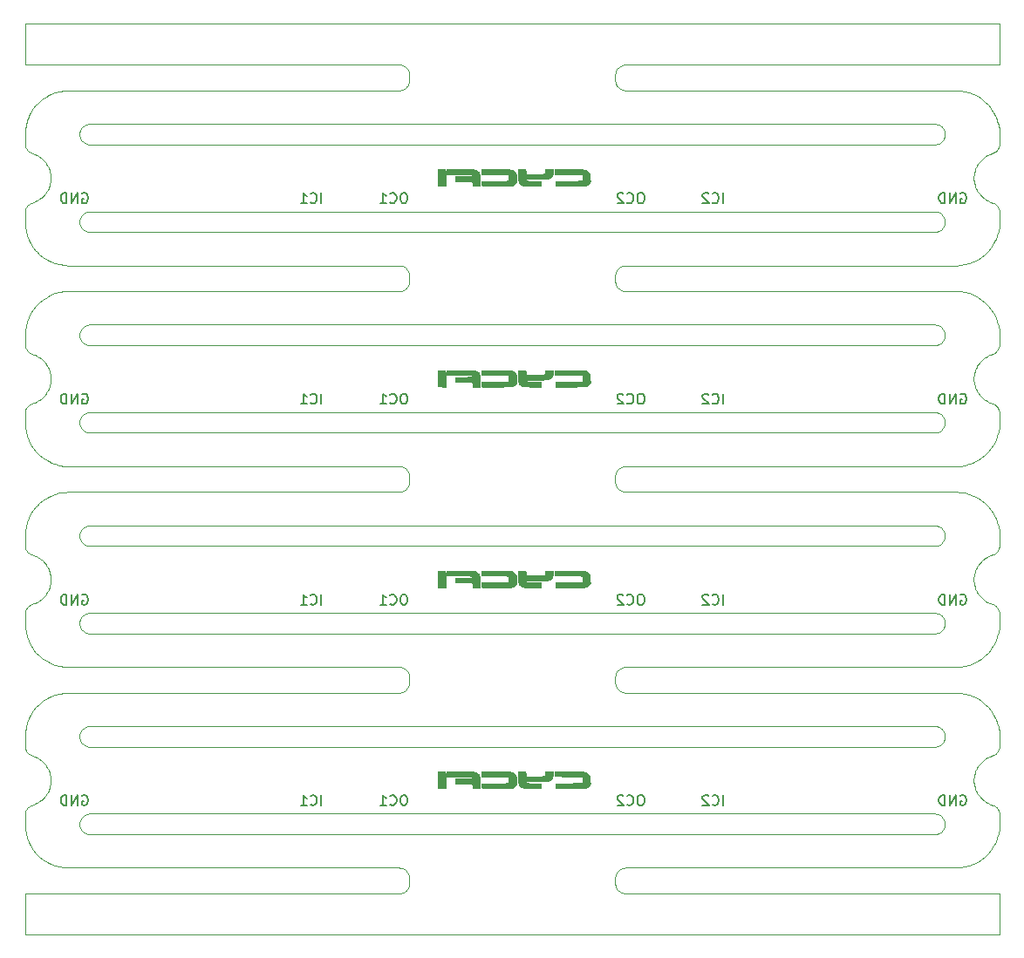
<source format=gbr>
G04 #@! TF.GenerationSoftware,KiCad,Pcbnew,5.1.5+dfsg1-2build2*
G04 #@! TF.CreationDate,2021-10-10T04:01:33+00:00*
G04 #@! TF.ProjectId,base_4.0,62617365-5f34-42e3-902e-6b696361645f,rev?*
G04 #@! TF.SameCoordinates,Original*
G04 #@! TF.FileFunction,Legend,Bot*
G04 #@! TF.FilePolarity,Positive*
%FSLAX46Y46*%
G04 Gerber Fmt 4.6, Leading zero omitted, Abs format (unit mm)*
G04 Created by KiCad (PCBNEW 5.1.5+dfsg1-2build2) date 2021-10-10 04:01:33*
%MOMM*%
%LPD*%
G04 APERTURE LIST*
G04 #@! TA.AperFunction,Profile*
%ADD10C,0.100000*%
G04 #@! TD*
%ADD11C,0.150000*%
%ADD12C,0.010000*%
G04 APERTURE END LIST*
D10*
X138549900Y-102715900D02*
X138451100Y-102736200D01*
X138646400Y-102685700D02*
X138549900Y-102715900D01*
X138739300Y-102645900D02*
X138646400Y-102685700D01*
X138827600Y-102596800D02*
X138739300Y-102645900D01*
X138910600Y-102539100D02*
X138827600Y-102596800D01*
X138987300Y-102473300D02*
X138910600Y-102539100D01*
X139057100Y-102399800D02*
X138987300Y-102473300D01*
X139119000Y-102319900D02*
X139057100Y-102399800D01*
X139172400Y-102234100D02*
X139119000Y-102319900D01*
X139216900Y-102143400D02*
X139172400Y-102234100D01*
X139252000Y-102048600D02*
X139216900Y-102143400D01*
X139277300Y-101950700D02*
X139252000Y-102048600D01*
X139292600Y-101850800D02*
X139277300Y-101950700D01*
X139297700Y-101749900D02*
X139292600Y-101850800D01*
X139292600Y-101649200D02*
X139297700Y-101749900D01*
X139277300Y-101549300D02*
X139292600Y-101649200D01*
X139252000Y-101451500D02*
X139277300Y-101549300D01*
X139216900Y-101356700D02*
X139252000Y-101451500D01*
X139172400Y-101266000D02*
X139216900Y-101356700D01*
X139119000Y-101180200D02*
X139172400Y-101266000D01*
X139057100Y-101100300D02*
X139119000Y-101180200D01*
X138987300Y-101026800D02*
X139057100Y-101100300D01*
X138910600Y-100961000D02*
X138987300Y-101026800D01*
X138827600Y-100903300D02*
X138910600Y-100961000D01*
X138739300Y-100854200D02*
X138827600Y-100903300D01*
X138646600Y-100814500D02*
X138739300Y-100854200D01*
X138550200Y-100784200D02*
X138646600Y-100814500D01*
X138451200Y-100763800D02*
X138550200Y-100784200D01*
X138350700Y-100753600D02*
X138451200Y-100763800D01*
X138274800Y-100751000D02*
X138350700Y-100753600D01*
X56325400Y-100751000D02*
X138274800Y-100751000D01*
X56249200Y-100753600D02*
X56325400Y-100751000D01*
X56148800Y-100763800D02*
X56249200Y-100753600D01*
X56049800Y-100784200D02*
X56148800Y-100763800D01*
X55953400Y-100814500D02*
X56049800Y-100784200D01*
X55860500Y-100854300D02*
X55953400Y-100814500D01*
X55772100Y-100903400D02*
X55860500Y-100854300D01*
X55689200Y-100961100D02*
X55772100Y-100903400D01*
X55612500Y-101027000D02*
X55689200Y-100961100D01*
X55542900Y-101100300D02*
X55612500Y-101027000D01*
X55481000Y-101180200D02*
X55542900Y-101100300D01*
X55427600Y-101266000D02*
X55481000Y-101180200D01*
X55383100Y-101356700D02*
X55427600Y-101266000D01*
X55348100Y-101451200D02*
X55383100Y-101356700D01*
X55322700Y-101549100D02*
X55348100Y-101451200D01*
X55307400Y-101649000D02*
X55322700Y-101549100D01*
X55302300Y-101749900D02*
X55307400Y-101649000D01*
X55307400Y-101850800D02*
X55302300Y-101749900D01*
X55322700Y-101950700D02*
X55307400Y-101850800D01*
X55348000Y-102048600D02*
X55322700Y-101950700D01*
X55383100Y-102143400D02*
X55348000Y-102048600D01*
X55427600Y-102234100D02*
X55383100Y-102143400D01*
X55481000Y-102319900D02*
X55427600Y-102234100D01*
X55542900Y-102399800D02*
X55481000Y-102319900D01*
X55612500Y-102473100D02*
X55542900Y-102399800D01*
X55689200Y-102538900D02*
X55612500Y-102473100D01*
X55772100Y-102596700D02*
X55689200Y-102538900D01*
X55860500Y-102645700D02*
X55772100Y-102596700D01*
X55953400Y-102685600D02*
X55860500Y-102645700D01*
X56049800Y-102715900D02*
X55953400Y-102685600D01*
X56148800Y-102736200D02*
X56049800Y-102715900D01*
X56249300Y-102746500D02*
X56148800Y-102736200D01*
X56325200Y-102749000D02*
X56249300Y-102746500D01*
X138274900Y-102749000D02*
X56325200Y-102749000D01*
X138350500Y-102746500D02*
X138274900Y-102749000D01*
X138451100Y-102736200D02*
X138350500Y-102746500D01*
X138549900Y-94215900D02*
X138451100Y-94236200D01*
X138646400Y-94185700D02*
X138549900Y-94215900D01*
X138739300Y-94145900D02*
X138646400Y-94185700D01*
X138827600Y-94096800D02*
X138739300Y-94145900D01*
X138910600Y-94039100D02*
X138827600Y-94096800D01*
X138987300Y-93973300D02*
X138910600Y-94039100D01*
X139057100Y-93899800D02*
X138987300Y-93973300D01*
X139119000Y-93819900D02*
X139057100Y-93899800D01*
X139172400Y-93734100D02*
X139119000Y-93819900D01*
X139216900Y-93643400D02*
X139172400Y-93734100D01*
X139252000Y-93548600D02*
X139216900Y-93643400D01*
X139277300Y-93450700D02*
X139252000Y-93548600D01*
X139292600Y-93350800D02*
X139277300Y-93450700D01*
X139297700Y-93249900D02*
X139292600Y-93350800D01*
X139292600Y-93149200D02*
X139297700Y-93249900D01*
X139277300Y-93049300D02*
X139292600Y-93149200D01*
X139252000Y-92951500D02*
X139277300Y-93049300D01*
X139216900Y-92856700D02*
X139252000Y-92951500D01*
X139172400Y-92766000D02*
X139216900Y-92856700D01*
X139119000Y-92680200D02*
X139172400Y-92766000D01*
X139057100Y-92600300D02*
X139119000Y-92680200D01*
X138987300Y-92526800D02*
X139057100Y-92600300D01*
X138910600Y-92461000D02*
X138987300Y-92526800D01*
X138827600Y-92403300D02*
X138910600Y-92461000D01*
X138739300Y-92354200D02*
X138827600Y-92403300D01*
X138646600Y-92314500D02*
X138739300Y-92354200D01*
X138550200Y-92284200D02*
X138646600Y-92314500D01*
X138451200Y-92263800D02*
X138550200Y-92284200D01*
X138350700Y-92253600D02*
X138451200Y-92263800D01*
X138274800Y-92251000D02*
X138350700Y-92253600D01*
X56325400Y-92251000D02*
X138274800Y-92251000D01*
X56249200Y-92253600D02*
X56325400Y-92251000D01*
X56148800Y-92263800D02*
X56249200Y-92253600D01*
X56049800Y-92284200D02*
X56148800Y-92263800D01*
X55953400Y-92314500D02*
X56049800Y-92284200D01*
X55860500Y-92354300D02*
X55953400Y-92314500D01*
X55772100Y-92403400D02*
X55860500Y-92354300D01*
X55689200Y-92461100D02*
X55772100Y-92403400D01*
X55612500Y-92527000D02*
X55689200Y-92461100D01*
X55542900Y-92600300D02*
X55612500Y-92527000D01*
X55481000Y-92680200D02*
X55542900Y-92600300D01*
X55427600Y-92766000D02*
X55481000Y-92680200D01*
X55383100Y-92856700D02*
X55427600Y-92766000D01*
X55348100Y-92951200D02*
X55383100Y-92856700D01*
X55322700Y-93049100D02*
X55348100Y-92951200D01*
X55307400Y-93149000D02*
X55322700Y-93049100D01*
X55302300Y-93249900D02*
X55307400Y-93149000D01*
X55307400Y-93350800D02*
X55302300Y-93249900D01*
X55322700Y-93450700D02*
X55307400Y-93350800D01*
X55348000Y-93548600D02*
X55322700Y-93450700D01*
X55383100Y-93643400D02*
X55348000Y-93548600D01*
X55427600Y-93734100D02*
X55383100Y-93643400D01*
X55481000Y-93819900D02*
X55427600Y-93734100D01*
X55542900Y-93899800D02*
X55481000Y-93819900D01*
X55612500Y-93973100D02*
X55542900Y-93899800D01*
X55689200Y-94038900D02*
X55612500Y-93973100D01*
X55772100Y-94096700D02*
X55689200Y-94038900D01*
X55860500Y-94145700D02*
X55772100Y-94096700D01*
X55953400Y-94185600D02*
X55860500Y-94145700D01*
X56049800Y-94215900D02*
X55953400Y-94185600D01*
X56148800Y-94236200D02*
X56049800Y-94215900D01*
X56249300Y-94246500D02*
X56148800Y-94236200D01*
X56325200Y-94249000D02*
X56249300Y-94246500D01*
X138274900Y-94249000D02*
X56325200Y-94249000D01*
X138350500Y-94246500D02*
X138274900Y-94249000D01*
X138451100Y-94236200D02*
X138350500Y-94246500D01*
X138549900Y-83215900D02*
X138451000Y-83236200D01*
X138646400Y-83185700D02*
X138549900Y-83215900D01*
X138739300Y-83145800D02*
X138646400Y-83185700D01*
X138827600Y-83096800D02*
X138739300Y-83145800D01*
X138910600Y-83039100D02*
X138827600Y-83096800D01*
X138987300Y-82973300D02*
X138910600Y-83039100D01*
X139057100Y-82899800D02*
X138987300Y-82973300D01*
X139119000Y-82819900D02*
X139057100Y-82899800D01*
X139172400Y-82734100D02*
X139119000Y-82819900D01*
X139216900Y-82643300D02*
X139172400Y-82734100D01*
X139252000Y-82548600D02*
X139216900Y-82643300D01*
X139277300Y-82450700D02*
X139252000Y-82548600D01*
X139292600Y-82350800D02*
X139277300Y-82450700D01*
X139297700Y-82249900D02*
X139292600Y-82350800D01*
X139292600Y-82149200D02*
X139297700Y-82249900D01*
X139277300Y-82049300D02*
X139292600Y-82149200D01*
X139252000Y-81951500D02*
X139277300Y-82049300D01*
X139216900Y-81856700D02*
X139252000Y-81951500D01*
X139172400Y-81765900D02*
X139216900Y-81856700D01*
X139119000Y-81680200D02*
X139172400Y-81765900D01*
X139057100Y-81600200D02*
X139119000Y-81680200D01*
X138987300Y-81526800D02*
X139057100Y-81600200D01*
X138910600Y-81461000D02*
X138987300Y-81526800D01*
X138827600Y-81403200D02*
X138910600Y-81461000D01*
X138739300Y-81354200D02*
X138827600Y-81403200D01*
X138646600Y-81314500D02*
X138739300Y-81354200D01*
X138550200Y-81284200D02*
X138646600Y-81314500D01*
X138451200Y-81263800D02*
X138550200Y-81284200D01*
X138350700Y-81253600D02*
X138451200Y-81263800D01*
X138274800Y-81251000D02*
X138350700Y-81253600D01*
X56325300Y-81251000D02*
X138274800Y-81251000D01*
X56249200Y-81253600D02*
X56325300Y-81251000D01*
X56148800Y-81263800D02*
X56249200Y-81253600D01*
X56049800Y-81284200D02*
X56148800Y-81263800D01*
X55953400Y-81314500D02*
X56049800Y-81284200D01*
X55860500Y-81354300D02*
X55953400Y-81314500D01*
X55772100Y-81403400D02*
X55860500Y-81354300D01*
X55689200Y-81461100D02*
X55772100Y-81403400D01*
X55612500Y-81527000D02*
X55689200Y-81461100D01*
X55542900Y-81600200D02*
X55612500Y-81527000D01*
X55481000Y-81680200D02*
X55542900Y-81600200D01*
X55427600Y-81765900D02*
X55481000Y-81680200D01*
X55383100Y-81856700D02*
X55427600Y-81765900D01*
X55348100Y-81951200D02*
X55383100Y-81856700D01*
X55322700Y-82049000D02*
X55348100Y-81951200D01*
X55307400Y-82148900D02*
X55322700Y-82049000D01*
X55302300Y-82249900D02*
X55307400Y-82148900D01*
X55307400Y-82350800D02*
X55302300Y-82249900D01*
X55322700Y-82450700D02*
X55307400Y-82350800D01*
X55348000Y-82548600D02*
X55322700Y-82450700D01*
X55383100Y-82643300D02*
X55348000Y-82548600D01*
X55427600Y-82734100D02*
X55383100Y-82643300D01*
X55481000Y-82819900D02*
X55427600Y-82734100D01*
X55542900Y-82899800D02*
X55481000Y-82819900D01*
X55612500Y-82973100D02*
X55542900Y-82899800D01*
X55689200Y-83038900D02*
X55612500Y-82973100D01*
X55772100Y-83096700D02*
X55689200Y-83038900D01*
X55860500Y-83145700D02*
X55772100Y-83096700D01*
X55953400Y-83185600D02*
X55860500Y-83145700D01*
X56049800Y-83215800D02*
X55953400Y-83185600D01*
X56148800Y-83236200D02*
X56049800Y-83215800D01*
X56249300Y-83246400D02*
X56148800Y-83236200D01*
X56325200Y-83249000D02*
X56249300Y-83246400D01*
X138274800Y-83249000D02*
X56325200Y-83249000D01*
X138350600Y-83246400D02*
X138274800Y-83249000D01*
X138451000Y-83236200D02*
X138350600Y-83246400D01*
X138549900Y-74715900D02*
X138451000Y-74736200D01*
X138646400Y-74685700D02*
X138549900Y-74715900D01*
X138739300Y-74645800D02*
X138646400Y-74685700D01*
X138827600Y-74596800D02*
X138739300Y-74645800D01*
X138910600Y-74539100D02*
X138827600Y-74596800D01*
X138987300Y-74473300D02*
X138910600Y-74539100D01*
X139057100Y-74399800D02*
X138987300Y-74473300D01*
X139119000Y-74319900D02*
X139057100Y-74399800D01*
X139172400Y-74234100D02*
X139119000Y-74319900D01*
X139216900Y-74143300D02*
X139172400Y-74234100D01*
X139252000Y-74048600D02*
X139216900Y-74143300D01*
X139277300Y-73950700D02*
X139252000Y-74048600D01*
X139292600Y-73850800D02*
X139277300Y-73950700D01*
X139297700Y-73749900D02*
X139292600Y-73850800D01*
X139292600Y-73649200D02*
X139297700Y-73749900D01*
X139277300Y-73549300D02*
X139292600Y-73649200D01*
X139252000Y-73451500D02*
X139277300Y-73549300D01*
X139216900Y-73356700D02*
X139252000Y-73451500D01*
X139172400Y-73265900D02*
X139216900Y-73356700D01*
X139119000Y-73180200D02*
X139172400Y-73265900D01*
X139057100Y-73100200D02*
X139119000Y-73180200D01*
X138987300Y-73026800D02*
X139057100Y-73100200D01*
X138910600Y-72961000D02*
X138987300Y-73026800D01*
X138827600Y-72903200D02*
X138910600Y-72961000D01*
X138739300Y-72854200D02*
X138827600Y-72903200D01*
X138646600Y-72814500D02*
X138739300Y-72854200D01*
X138550200Y-72784200D02*
X138646600Y-72814500D01*
X138451200Y-72763800D02*
X138550200Y-72784200D01*
X138350700Y-72753600D02*
X138451200Y-72763800D01*
X138274800Y-72751000D02*
X138350700Y-72753600D01*
X56325300Y-72751000D02*
X138274800Y-72751000D01*
X56249200Y-72753600D02*
X56325300Y-72751000D01*
X56148800Y-72763800D02*
X56249200Y-72753600D01*
X56049800Y-72784200D02*
X56148800Y-72763800D01*
X55953400Y-72814500D02*
X56049800Y-72784200D01*
X55860500Y-72854300D02*
X55953400Y-72814500D01*
X55772100Y-72903400D02*
X55860500Y-72854300D01*
X55689200Y-72961100D02*
X55772100Y-72903400D01*
X55612500Y-73027000D02*
X55689200Y-72961100D01*
X55542900Y-73100200D02*
X55612500Y-73027000D01*
X55481000Y-73180200D02*
X55542900Y-73100200D01*
X55427600Y-73265900D02*
X55481000Y-73180200D01*
X55383100Y-73356700D02*
X55427600Y-73265900D01*
X55348100Y-73451200D02*
X55383100Y-73356700D01*
X55322700Y-73549000D02*
X55348100Y-73451200D01*
X55307400Y-73648900D02*
X55322700Y-73549000D01*
X55302300Y-73749900D02*
X55307400Y-73648900D01*
X55307400Y-73850800D02*
X55302300Y-73749900D01*
X55322700Y-73950700D02*
X55307400Y-73850800D01*
X55348000Y-74048600D02*
X55322700Y-73950700D01*
X55383100Y-74143300D02*
X55348000Y-74048600D01*
X55427600Y-74234100D02*
X55383100Y-74143300D01*
X55481000Y-74319900D02*
X55427600Y-74234100D01*
X55542900Y-74399800D02*
X55481000Y-74319900D01*
X55612500Y-74473100D02*
X55542900Y-74399800D01*
X55689200Y-74538900D02*
X55612500Y-74473100D01*
X55772100Y-74596700D02*
X55689200Y-74538900D01*
X55860500Y-74645700D02*
X55772100Y-74596700D01*
X55953400Y-74685600D02*
X55860500Y-74645700D01*
X56049800Y-74715800D02*
X55953400Y-74685600D01*
X56148800Y-74736200D02*
X56049800Y-74715800D01*
X56249300Y-74746400D02*
X56148800Y-74736200D01*
X56325200Y-74749000D02*
X56249300Y-74746400D01*
X138274800Y-74749000D02*
X56325200Y-74749000D01*
X138350600Y-74746400D02*
X138274800Y-74749000D01*
X138451000Y-74736200D02*
X138350600Y-74746400D01*
X138549900Y-63715900D02*
X138451000Y-63736200D01*
X138646400Y-63685700D02*
X138549900Y-63715900D01*
X138739300Y-63645800D02*
X138646400Y-63685700D01*
X138827600Y-63596800D02*
X138739300Y-63645800D01*
X138910600Y-63539100D02*
X138827600Y-63596800D01*
X138987300Y-63473200D02*
X138910600Y-63539100D01*
X139057100Y-63399800D02*
X138987300Y-63473200D01*
X139118800Y-63320100D02*
X139057100Y-63399800D01*
X139172300Y-63234300D02*
X139118800Y-63320100D01*
X139216800Y-63143600D02*
X139172300Y-63234300D01*
X139251900Y-63048800D02*
X139216800Y-63143600D01*
X139277300Y-62951000D02*
X139251900Y-63048800D01*
X139292600Y-62851100D02*
X139277300Y-62951000D01*
X139297700Y-62750100D02*
X139292600Y-62851100D01*
X139292600Y-62649200D02*
X139297700Y-62750100D01*
X139277300Y-62549300D02*
X139292600Y-62649200D01*
X139252000Y-62451500D02*
X139277300Y-62549300D01*
X139216800Y-62356400D02*
X139252000Y-62451500D01*
X139172300Y-62265700D02*
X139216800Y-62356400D01*
X139118800Y-62179900D02*
X139172300Y-62265700D01*
X139056900Y-62100000D02*
X139118800Y-62179900D01*
X138987300Y-62026800D02*
X139056900Y-62100000D01*
X138910600Y-61960900D02*
X138987300Y-62026800D01*
X138827600Y-61903200D02*
X138910600Y-61960900D01*
X138739500Y-61854300D02*
X138827600Y-61903200D01*
X138646600Y-61814400D02*
X138739500Y-61854300D01*
X138550200Y-61784200D02*
X138646600Y-61814400D01*
X138451200Y-61763800D02*
X138550200Y-61784200D01*
X138350700Y-61753600D02*
X138451200Y-61763800D01*
X138274800Y-61751000D02*
X138350700Y-61753600D01*
X56325200Y-61751000D02*
X138274800Y-61751000D01*
X56249300Y-61753600D02*
X56325200Y-61751000D01*
X56148800Y-61763800D02*
X56249300Y-61753600D01*
X56049800Y-61784200D02*
X56148800Y-61763800D01*
X55953400Y-61814400D02*
X56049800Y-61784200D01*
X55860500Y-61854300D02*
X55953400Y-61814400D01*
X55772100Y-61903400D02*
X55860500Y-61854300D01*
X55689200Y-61961100D02*
X55772100Y-61903400D01*
X55612500Y-62027000D02*
X55689200Y-61961100D01*
X55542900Y-62100200D02*
X55612500Y-62027000D01*
X55481000Y-62180200D02*
X55542900Y-62100200D01*
X55427600Y-62265900D02*
X55481000Y-62180200D01*
X55383100Y-62356700D02*
X55427600Y-62265900D01*
X55348000Y-62451500D02*
X55383100Y-62356700D01*
X55322700Y-62549000D02*
X55348000Y-62451500D01*
X55307400Y-62648900D02*
X55322700Y-62549000D01*
X55302300Y-62749900D02*
X55307400Y-62648900D01*
X55307400Y-62850800D02*
X55302300Y-62749900D01*
X55322700Y-62950700D02*
X55307400Y-62850800D01*
X55348000Y-63048500D02*
X55322700Y-62950700D01*
X55383100Y-63143300D02*
X55348000Y-63048500D01*
X55427600Y-63234100D02*
X55383100Y-63143300D01*
X55481000Y-63319900D02*
X55427600Y-63234100D01*
X55542900Y-63399800D02*
X55481000Y-63319900D01*
X55612500Y-63473000D02*
X55542900Y-63399800D01*
X55689200Y-63538900D02*
X55612500Y-63473000D01*
X55772100Y-63596600D02*
X55689200Y-63538900D01*
X55860500Y-63645700D02*
X55772100Y-63596600D01*
X55953400Y-63685600D02*
X55860500Y-63645700D01*
X56049800Y-63715800D02*
X55953400Y-63685600D01*
X56148800Y-63736200D02*
X56049800Y-63715800D01*
X56249300Y-63746400D02*
X56148800Y-63736200D01*
X56325200Y-63749000D02*
X56249300Y-63746400D01*
X138274800Y-63749000D02*
X56325200Y-63749000D01*
X138350700Y-63746400D02*
X138274800Y-63749000D01*
X138451000Y-63736200D02*
X138350700Y-63746400D01*
X138549900Y-55215900D02*
X138451000Y-55236200D01*
X138646400Y-55185700D02*
X138549900Y-55215900D01*
X138739300Y-55145800D02*
X138646400Y-55185700D01*
X138827600Y-55096800D02*
X138739300Y-55145800D01*
X138910600Y-55039100D02*
X138827600Y-55096800D01*
X138987300Y-54973200D02*
X138910600Y-55039100D01*
X139057100Y-54899800D02*
X138987300Y-54973200D01*
X139118800Y-54820100D02*
X139057100Y-54899800D01*
X139172300Y-54734300D02*
X139118800Y-54820100D01*
X139216800Y-54643600D02*
X139172300Y-54734300D01*
X139251900Y-54548800D02*
X139216800Y-54643600D01*
X139277300Y-54451000D02*
X139251900Y-54548800D01*
X139292600Y-54351100D02*
X139277300Y-54451000D01*
X139297700Y-54250100D02*
X139292600Y-54351100D01*
X139292600Y-54149200D02*
X139297700Y-54250100D01*
X139277300Y-54049300D02*
X139292600Y-54149200D01*
X139252000Y-53951500D02*
X139277300Y-54049300D01*
X139216800Y-53856400D02*
X139252000Y-53951500D01*
X139172300Y-53765700D02*
X139216800Y-53856400D01*
X139118800Y-53679900D02*
X139172300Y-53765700D01*
X139056900Y-53600000D02*
X139118800Y-53679900D01*
X138987300Y-53526800D02*
X139056900Y-53600000D01*
X138910600Y-53460900D02*
X138987300Y-53526800D01*
X138827600Y-53403200D02*
X138910600Y-53460900D01*
X138739500Y-53354300D02*
X138827600Y-53403200D01*
X138646600Y-53314400D02*
X138739500Y-53354300D01*
X138550200Y-53284200D02*
X138646600Y-53314400D01*
X138451200Y-53263800D02*
X138550200Y-53284200D01*
X138350700Y-53253600D02*
X138451200Y-53263800D01*
X138274800Y-53251000D02*
X138350700Y-53253600D01*
X56325200Y-53251000D02*
X138274800Y-53251000D01*
X56249300Y-53253600D02*
X56325200Y-53251000D01*
X56148800Y-53263800D02*
X56249300Y-53253600D01*
X56049800Y-53284200D02*
X56148800Y-53263800D01*
X55953400Y-53314400D02*
X56049800Y-53284200D01*
X55860500Y-53354300D02*
X55953400Y-53314400D01*
X55772100Y-53403400D02*
X55860500Y-53354300D01*
X55689200Y-53461100D02*
X55772100Y-53403400D01*
X55612500Y-53527000D02*
X55689200Y-53461100D01*
X55542900Y-53600200D02*
X55612500Y-53527000D01*
X55481000Y-53680200D02*
X55542900Y-53600200D01*
X55427600Y-53765900D02*
X55481000Y-53680200D01*
X55383100Y-53856700D02*
X55427600Y-53765900D01*
X55348000Y-53951500D02*
X55383100Y-53856700D01*
X55322700Y-54049000D02*
X55348000Y-53951500D01*
X55307400Y-54148900D02*
X55322700Y-54049000D01*
X55302300Y-54249900D02*
X55307400Y-54148900D01*
X55307400Y-54350800D02*
X55302300Y-54249900D01*
X55322700Y-54450700D02*
X55307400Y-54350800D01*
X55348000Y-54548500D02*
X55322700Y-54450700D01*
X55383100Y-54643300D02*
X55348000Y-54548500D01*
X55427600Y-54734100D02*
X55383100Y-54643300D01*
X55481000Y-54819900D02*
X55427600Y-54734100D01*
X55542900Y-54899800D02*
X55481000Y-54819900D01*
X55612500Y-54973000D02*
X55542900Y-54899800D01*
X55689200Y-55038900D02*
X55612500Y-54973000D01*
X55772100Y-55096600D02*
X55689200Y-55038900D01*
X55860500Y-55145700D02*
X55772100Y-55096600D01*
X55953400Y-55185600D02*
X55860500Y-55145700D01*
X56049800Y-55215800D02*
X55953400Y-55185600D01*
X56148800Y-55236200D02*
X56049800Y-55215800D01*
X56249300Y-55246400D02*
X56148800Y-55236200D01*
X56325200Y-55249000D02*
X56249300Y-55246400D01*
X138274800Y-55249000D02*
X56325200Y-55249000D01*
X138350700Y-55246400D02*
X138274800Y-55249000D01*
X138451000Y-55236200D02*
X138350700Y-55246400D01*
X138550200Y-122215900D02*
X138450700Y-122236300D01*
X138646600Y-122185600D02*
X138550200Y-122215900D01*
X138739500Y-122145700D02*
X138646600Y-122185600D01*
X138827900Y-122096700D02*
X138739500Y-122145700D01*
X138910800Y-122038900D02*
X138827900Y-122096700D01*
X138987500Y-121973100D02*
X138910800Y-122038900D01*
X139057100Y-121899800D02*
X138987500Y-121973100D01*
X139119000Y-121819900D02*
X139057100Y-121899800D01*
X139172400Y-121734100D02*
X139119000Y-121819900D01*
X139216900Y-121643400D02*
X139172400Y-121734100D01*
X139252000Y-121548600D02*
X139216900Y-121643400D01*
X139277300Y-121450800D02*
X139252000Y-121548600D01*
X139292600Y-121350900D02*
X139277300Y-121450800D01*
X139297700Y-121249900D02*
X139292600Y-121350900D01*
X139292600Y-121149300D02*
X139297700Y-121249900D01*
X139277300Y-121049300D02*
X139292600Y-121149300D01*
X139252000Y-120951500D02*
X139277300Y-121049300D01*
X139216900Y-120856700D02*
X139252000Y-120951500D01*
X139172400Y-120766000D02*
X139216900Y-120856700D01*
X139119000Y-120680200D02*
X139172400Y-120766000D01*
X139057100Y-120600300D02*
X139119000Y-120680200D01*
X138987300Y-120526800D02*
X139057100Y-120600300D01*
X138910600Y-120461000D02*
X138987300Y-120526800D01*
X138827600Y-120403300D02*
X138910600Y-120461000D01*
X138739300Y-120354200D02*
X138827600Y-120403300D01*
X138646600Y-120314500D02*
X138739300Y-120354200D01*
X138550200Y-120284200D02*
X138646600Y-120314500D01*
X138451200Y-120263900D02*
X138550200Y-120284200D01*
X138350700Y-120253600D02*
X138451200Y-120263900D01*
X138274800Y-120251100D02*
X138350700Y-120253600D01*
X56325000Y-120251100D02*
X138274800Y-120251100D01*
X56249600Y-120253600D02*
X56325000Y-120251100D01*
X56148800Y-120263900D02*
X56249600Y-120253600D01*
X56049800Y-120284200D02*
X56148800Y-120263900D01*
X55953400Y-120314500D02*
X56049800Y-120284200D01*
X55860500Y-120354400D02*
X55953400Y-120314500D01*
X55772100Y-120403400D02*
X55860500Y-120354400D01*
X55689200Y-120461200D02*
X55772100Y-120403400D01*
X55612500Y-120527000D02*
X55689200Y-120461200D01*
X55542900Y-120600300D02*
X55612500Y-120527000D01*
X55481000Y-120680200D02*
X55542900Y-120600300D01*
X55427600Y-120766000D02*
X55481000Y-120680200D01*
X55383100Y-120856700D02*
X55427600Y-120766000D01*
X55348100Y-120951200D02*
X55383100Y-120856700D01*
X55322700Y-121049100D02*
X55348100Y-120951200D01*
X55307400Y-121149000D02*
X55322700Y-121049100D01*
X55302300Y-121249900D02*
X55307400Y-121149000D01*
X55307400Y-121350900D02*
X55302300Y-121249900D01*
X55322700Y-121450800D02*
X55307400Y-121350900D01*
X55348000Y-121548600D02*
X55322700Y-121450800D01*
X55383100Y-121643400D02*
X55348000Y-121548600D01*
X55427600Y-121734100D02*
X55383100Y-121643400D01*
X55481000Y-121819900D02*
X55427600Y-121734100D01*
X55542900Y-121899800D02*
X55481000Y-121819900D01*
X55612500Y-121973100D02*
X55542900Y-121899800D01*
X55689200Y-122038900D02*
X55612500Y-121973100D01*
X55772100Y-122096700D02*
X55689200Y-122038900D01*
X55860500Y-122145700D02*
X55772100Y-122096700D01*
X55953400Y-122185600D02*
X55860500Y-122145700D01*
X56049800Y-122215900D02*
X55953400Y-122185600D01*
X56148800Y-122236200D02*
X56049800Y-122215900D01*
X56249300Y-122246500D02*
X56148800Y-122236200D01*
X56325200Y-122249100D02*
X56249300Y-122246500D01*
X138274500Y-122249100D02*
X56325200Y-122249100D01*
X138350900Y-122246500D02*
X138274500Y-122249100D01*
X138450700Y-122236300D02*
X138350900Y-122246500D01*
X138550200Y-113715900D02*
X138450700Y-113736300D01*
X138646600Y-113685600D02*
X138550200Y-113715900D01*
X138739500Y-113645700D02*
X138646600Y-113685600D01*
X138827900Y-113596700D02*
X138739500Y-113645700D01*
X138910800Y-113538900D02*
X138827900Y-113596700D01*
X138987500Y-113473100D02*
X138910800Y-113538900D01*
X139057100Y-113399800D02*
X138987500Y-113473100D01*
X139119000Y-113319900D02*
X139057100Y-113399800D01*
X139172400Y-113234100D02*
X139119000Y-113319900D01*
X139216900Y-113143400D02*
X139172400Y-113234100D01*
X139252000Y-113048600D02*
X139216900Y-113143400D01*
X139277300Y-112950800D02*
X139252000Y-113048600D01*
X139292600Y-112850900D02*
X139277300Y-112950800D01*
X139297700Y-112749900D02*
X139292600Y-112850900D01*
X139292600Y-112649300D02*
X139297700Y-112749900D01*
X139277300Y-112549300D02*
X139292600Y-112649300D01*
X139252000Y-112451500D02*
X139277300Y-112549300D01*
X139216900Y-112356700D02*
X139252000Y-112451500D01*
X139172400Y-112266000D02*
X139216900Y-112356700D01*
X139119000Y-112180200D02*
X139172400Y-112266000D01*
X139057100Y-112100300D02*
X139119000Y-112180200D01*
X138987300Y-112026800D02*
X139057100Y-112100300D01*
X138910600Y-111961000D02*
X138987300Y-112026800D01*
X138827600Y-111903300D02*
X138910600Y-111961000D01*
X138739300Y-111854200D02*
X138827600Y-111903300D01*
X138646600Y-111814500D02*
X138739300Y-111854200D01*
X138550200Y-111784200D02*
X138646600Y-111814500D01*
X138451200Y-111763900D02*
X138550200Y-111784200D01*
X138350700Y-111753600D02*
X138451200Y-111763900D01*
X138274800Y-111751100D02*
X138350700Y-111753600D01*
X56325000Y-111751100D02*
X138274800Y-111751100D01*
X56249600Y-111753600D02*
X56325000Y-111751100D01*
X56148800Y-111763900D02*
X56249600Y-111753600D01*
X56049800Y-111784200D02*
X56148800Y-111763900D01*
X55953400Y-111814500D02*
X56049800Y-111784200D01*
X55860500Y-111854400D02*
X55953400Y-111814500D01*
X55772100Y-111903400D02*
X55860500Y-111854400D01*
X55689200Y-111961200D02*
X55772100Y-111903400D01*
X55612500Y-112027000D02*
X55689200Y-111961200D01*
X55542900Y-112100300D02*
X55612500Y-112027000D01*
X55481000Y-112180200D02*
X55542900Y-112100300D01*
X55427600Y-112266000D02*
X55481000Y-112180200D01*
X55383100Y-112356700D02*
X55427600Y-112266000D01*
X55348100Y-112451200D02*
X55383100Y-112356700D01*
X55322700Y-112549100D02*
X55348100Y-112451200D01*
X55307400Y-112649000D02*
X55322700Y-112549100D01*
X55302300Y-112749900D02*
X55307400Y-112649000D01*
X55307400Y-112850900D02*
X55302300Y-112749900D01*
X55322700Y-112950800D02*
X55307400Y-112850900D01*
X55348000Y-113048600D02*
X55322700Y-112950800D01*
X55383100Y-113143400D02*
X55348000Y-113048600D01*
X55427600Y-113234100D02*
X55383100Y-113143400D01*
X55481000Y-113319900D02*
X55427600Y-113234100D01*
X55542900Y-113399800D02*
X55481000Y-113319900D01*
X55612500Y-113473100D02*
X55542900Y-113399800D01*
X55689200Y-113538900D02*
X55612500Y-113473100D01*
X55772100Y-113596700D02*
X55689200Y-113538900D01*
X55860500Y-113645700D02*
X55772100Y-113596700D01*
X55953400Y-113685600D02*
X55860500Y-113645700D01*
X56049800Y-113715900D02*
X55953400Y-113685600D01*
X56148800Y-113736200D02*
X56049800Y-113715900D01*
X56249300Y-113746500D02*
X56148800Y-113736200D01*
X56325200Y-113749100D02*
X56249300Y-113746500D01*
X138274500Y-113749100D02*
X56325200Y-113749100D01*
X138350900Y-113746500D02*
X138274500Y-113749100D01*
X138450700Y-113736300D02*
X138350900Y-113746500D01*
X144576500Y-43499000D02*
X50009200Y-43499700D01*
X144591800Y-43499800D02*
X144576500Y-43499000D01*
X144597000Y-43502300D02*
X144591800Y-43499800D01*
X144600200Y-43508200D02*
X144597000Y-43502300D01*
X144601000Y-43523500D02*
X144600200Y-43508200D01*
X144601000Y-47475500D02*
X144601000Y-43523500D01*
X144599700Y-47492700D02*
X144601000Y-47475500D01*
X144597000Y-47496700D02*
X144599700Y-47492700D01*
X144591800Y-47499200D02*
X144597000Y-47496700D01*
X108291300Y-47500000D02*
X144591800Y-47499200D01*
X108194000Y-47504800D02*
X108291300Y-47500000D01*
X108097900Y-47519000D02*
X108194000Y-47504800D01*
X108003600Y-47542600D02*
X108097900Y-47519000D01*
X107912200Y-47575400D02*
X108003600Y-47542600D01*
X107824300Y-47616900D02*
X107912200Y-47575400D01*
X107741000Y-47666900D02*
X107824300Y-47616900D01*
X107663000Y-47724700D02*
X107741000Y-47666900D01*
X107591000Y-47790000D02*
X107663000Y-47724700D01*
X107525700Y-47862000D02*
X107591000Y-47790000D01*
X107467900Y-47940000D02*
X107525700Y-47862000D01*
X107417900Y-48023300D02*
X107467900Y-47940000D01*
X107376400Y-48111100D02*
X107417900Y-48023300D01*
X107343700Y-48202600D02*
X107376400Y-48111100D01*
X107320000Y-48296900D02*
X107343700Y-48202600D01*
X107305800Y-48393000D02*
X107320000Y-48296900D01*
X107301000Y-48490200D02*
X107305800Y-48393000D01*
X107301000Y-49008800D02*
X107301000Y-48490200D01*
X107305800Y-49106000D02*
X107301000Y-49008800D01*
X107320000Y-49202100D02*
X107305800Y-49106000D01*
X107343700Y-49296400D02*
X107320000Y-49202100D01*
X107376400Y-49387900D02*
X107343700Y-49296400D01*
X107417900Y-49475700D02*
X107376400Y-49387900D01*
X107467900Y-49559000D02*
X107417900Y-49475700D01*
X107525700Y-49637000D02*
X107467900Y-49559000D01*
X107591000Y-49709000D02*
X107525700Y-49637000D01*
X107663000Y-49774300D02*
X107591000Y-49709000D01*
X107741000Y-49832100D02*
X107663000Y-49774300D01*
X107824300Y-49882100D02*
X107741000Y-49832100D01*
X107912200Y-49923600D02*
X107824300Y-49882100D01*
X108003600Y-49956400D02*
X107912200Y-49923600D01*
X108097900Y-49980000D02*
X108003600Y-49956400D01*
X108194000Y-49994200D02*
X108097900Y-49980000D01*
X108291300Y-49999000D02*
X108194000Y-49994200D01*
X140343400Y-49999000D02*
X108291300Y-49999000D01*
X140794600Y-50022700D02*
X140343400Y-49999000D01*
X141220800Y-50089800D02*
X140794600Y-50022700D01*
X141246500Y-50095300D02*
X141220800Y-50089800D01*
X141663300Y-50207300D02*
X141246500Y-50095300D01*
X142066700Y-50361800D02*
X141663300Y-50207300D01*
X142090700Y-50372500D02*
X142066700Y-50361800D01*
X142475100Y-50568700D02*
X142090700Y-50372500D01*
X142848300Y-50811000D02*
X142475100Y-50568700D01*
X143194500Y-51091300D02*
X142848300Y-50811000D01*
X143499800Y-51396200D02*
X143194500Y-51091300D01*
X143517400Y-51415700D02*
X143499800Y-51396200D01*
X143780800Y-51741100D02*
X143517400Y-51415700D01*
X143796300Y-51762300D02*
X143780800Y-51741100D01*
X144031100Y-52124500D02*
X143796300Y-51762300D01*
X144227500Y-52509200D02*
X144031100Y-52124500D01*
X144238200Y-52533200D02*
X144227500Y-52509200D01*
X144388200Y-52924100D02*
X144238200Y-52533200D01*
X144396300Y-52949100D02*
X144388200Y-52924100D01*
X144507800Y-53366500D02*
X144396300Y-52949100D01*
X144577300Y-53805500D02*
X144507800Y-53366500D01*
X144600900Y-54250100D02*
X144577300Y-53805500D01*
X144600900Y-55145800D02*
X144600900Y-54250100D01*
X144595900Y-55244100D02*
X144600900Y-55145800D01*
X144583400Y-55329600D02*
X144595900Y-55244100D01*
X144578600Y-55353900D02*
X144583400Y-55329600D01*
X144553400Y-55449200D02*
X144578600Y-55353900D01*
X144524000Y-55530000D02*
X144553400Y-55449200D01*
X144487300Y-55608200D02*
X144524000Y-55530000D01*
X144475600Y-55630000D02*
X144487300Y-55608200D01*
X144430700Y-55703900D02*
X144475600Y-55630000D01*
X144372100Y-55782500D02*
X144430700Y-55703900D01*
X144314100Y-55846600D02*
X144372100Y-55782500D01*
X144296500Y-55864100D02*
X144314100Y-55846600D01*
X144232100Y-55921700D02*
X144296500Y-55864100D01*
X144152700Y-55980100D02*
X144232100Y-55921700D01*
X144057300Y-56035700D02*
X144152700Y-55980100D01*
X143978600Y-56072200D02*
X144057300Y-56035700D01*
X143700100Y-56170700D02*
X143978600Y-56072200D01*
X143609400Y-56207800D02*
X143700100Y-56170700D01*
X143475300Y-56270600D02*
X143609400Y-56207800D01*
X143388700Y-56316400D02*
X143475300Y-56270600D01*
X143261400Y-56392000D02*
X143388700Y-56316400D01*
X143179800Y-56446200D02*
X143261400Y-56392000D01*
X143060600Y-56533900D02*
X143179800Y-56446200D01*
X142984600Y-56595900D02*
X143060600Y-56533900D01*
X142874600Y-56694900D02*
X142984600Y-56595900D01*
X142805100Y-56764000D02*
X142874600Y-56694900D01*
X142705400Y-56873400D02*
X142805100Y-56764000D01*
X142643000Y-56949000D02*
X142705400Y-56873400D01*
X142554500Y-57067700D02*
X142643000Y-56949000D01*
X142499900Y-57149100D02*
X142554500Y-57067700D01*
X142423600Y-57275900D02*
X142499900Y-57149100D01*
X142377200Y-57362300D02*
X142423600Y-57275900D01*
X142313700Y-57496000D02*
X142377200Y-57362300D01*
X142276000Y-57586500D02*
X142313700Y-57496000D01*
X142226000Y-57725800D02*
X142276000Y-57586500D01*
X142197400Y-57819500D02*
X142226000Y-57725800D01*
X142161300Y-57963100D02*
X142197400Y-57819500D01*
X142142200Y-58059200D02*
X142161300Y-57963100D01*
X142120400Y-58205600D02*
X142142200Y-58059200D01*
X142110700Y-58303100D02*
X142120400Y-58205600D01*
X142103400Y-58451000D02*
X142110700Y-58303100D01*
X142103400Y-58549000D02*
X142103400Y-58451000D01*
X142110700Y-58696900D02*
X142103400Y-58549000D01*
X142120400Y-58794400D02*
X142110700Y-58696900D01*
X142142200Y-58940800D02*
X142120400Y-58794400D01*
X142161300Y-59036900D02*
X142142200Y-58940800D01*
X142197400Y-59180500D02*
X142161300Y-59036900D01*
X142226000Y-59274200D02*
X142197400Y-59180500D01*
X142276000Y-59413500D02*
X142226000Y-59274200D01*
X142313700Y-59504000D02*
X142276000Y-59413500D01*
X142377200Y-59637700D02*
X142313700Y-59504000D01*
X142423600Y-59724100D02*
X142377200Y-59637700D01*
X142499900Y-59850900D02*
X142423600Y-59724100D01*
X142554500Y-59932300D02*
X142499900Y-59850900D01*
X142643000Y-60051000D02*
X142554500Y-59932300D01*
X142705400Y-60126600D02*
X142643000Y-60051000D01*
X142805100Y-60236000D02*
X142705400Y-60126600D01*
X142874600Y-60305100D02*
X142805100Y-60236000D01*
X142984600Y-60404100D02*
X142874600Y-60305100D01*
X143060600Y-60466100D02*
X142984600Y-60404100D01*
X143179800Y-60553800D02*
X143060600Y-60466100D01*
X143261500Y-60608000D02*
X143179800Y-60553800D01*
X143388700Y-60683600D02*
X143261500Y-60608000D01*
X143475300Y-60729500D02*
X143388700Y-60683600D01*
X143609400Y-60792200D02*
X143475300Y-60729500D01*
X143700100Y-60829300D02*
X143609400Y-60792200D01*
X143979100Y-60928000D02*
X143700100Y-60829300D01*
X144068400Y-60969800D02*
X143979100Y-60928000D01*
X144162800Y-61027000D02*
X144068400Y-60969800D01*
X144241700Y-61086500D02*
X144162800Y-61027000D01*
X144305400Y-61144300D02*
X144241700Y-61086500D01*
X144363800Y-61207900D02*
X144305400Y-61144300D01*
X144379500Y-61227000D02*
X144363800Y-61207900D01*
X144430700Y-61296100D02*
X144379500Y-61227000D01*
X144481800Y-61381000D02*
X144430700Y-61296100D01*
X144524100Y-61470000D02*
X144481800Y-61381000D01*
X144557400Y-61562800D02*
X144524100Y-61470000D01*
X144581400Y-61658400D02*
X144557400Y-61562800D01*
X144594300Y-61743400D02*
X144581400Y-61658400D01*
X144596800Y-61768000D02*
X144594300Y-61743400D01*
X144601000Y-61860300D02*
X144596800Y-61768000D01*
X144600900Y-62749900D02*
X144601000Y-61860300D01*
X144578400Y-63181200D02*
X144600900Y-62749900D01*
X144575700Y-63207300D02*
X144578400Y-63181200D01*
X144510200Y-63620800D02*
X144575700Y-63207300D01*
X144504700Y-63646500D02*
X144510200Y-63620800D01*
X144392700Y-64063300D02*
X144504700Y-63646500D01*
X144238200Y-64466700D02*
X144392700Y-64063300D01*
X144227500Y-64490700D02*
X144238200Y-64466700D01*
X144031300Y-64875100D02*
X144227500Y-64490700D01*
X143788700Y-65248700D02*
X144031300Y-64875100D01*
X143517400Y-65584200D02*
X143788700Y-65248700D01*
X143499800Y-65603800D02*
X143517400Y-65584200D01*
X143194400Y-65908700D02*
X143499800Y-65603800D01*
X142858900Y-66180800D02*
X143194400Y-65908700D01*
X142837700Y-66196300D02*
X142858900Y-66180800D01*
X142475500Y-66431100D02*
X142837700Y-66196300D01*
X142078600Y-66633300D02*
X142475500Y-66431100D01*
X141663300Y-66792700D02*
X142078600Y-66633300D01*
X141233500Y-66907800D02*
X141663300Y-66792700D01*
X140794000Y-66977400D02*
X141233500Y-66907800D01*
X140343600Y-67001000D02*
X140794000Y-66977400D01*
X108291300Y-67001000D02*
X140343600Y-67001000D01*
X108194000Y-67005800D02*
X108291300Y-67001000D01*
X108097900Y-67020000D02*
X108194000Y-67005800D01*
X108003600Y-67043600D02*
X108097900Y-67020000D01*
X107912200Y-67076400D02*
X108003600Y-67043600D01*
X107824300Y-67117900D02*
X107912200Y-67076400D01*
X107741000Y-67167900D02*
X107824300Y-67117900D01*
X107663000Y-67225700D02*
X107741000Y-67167900D01*
X107591000Y-67291000D02*
X107663000Y-67225700D01*
X107525700Y-67363000D02*
X107591000Y-67291000D01*
X107467900Y-67441000D02*
X107525700Y-67363000D01*
X107417900Y-67524300D02*
X107467900Y-67441000D01*
X107376400Y-67612100D02*
X107417900Y-67524300D01*
X107343700Y-67703600D02*
X107376400Y-67612100D01*
X107320000Y-67797900D02*
X107343700Y-67703600D01*
X107305800Y-67894000D02*
X107320000Y-67797900D01*
X107301000Y-67991200D02*
X107305800Y-67894000D01*
X107301000Y-68508800D02*
X107301000Y-67991200D01*
X107305800Y-68606000D02*
X107301000Y-68508800D01*
X107320000Y-68702100D02*
X107305800Y-68606000D01*
X107343700Y-68796400D02*
X107320000Y-68702100D01*
X107376400Y-68887900D02*
X107343700Y-68796400D01*
X107417900Y-68975700D02*
X107376400Y-68887900D01*
X107467900Y-69059000D02*
X107417900Y-68975700D01*
X107525700Y-69137000D02*
X107467900Y-69059000D01*
X107591000Y-69209000D02*
X107525700Y-69137000D01*
X107663000Y-69274300D02*
X107591000Y-69209000D01*
X107741000Y-69332200D02*
X107663000Y-69274300D01*
X107824300Y-69382100D02*
X107741000Y-69332200D01*
X107912200Y-69423600D02*
X107824300Y-69382100D01*
X108003600Y-69456400D02*
X107912200Y-69423600D01*
X108097900Y-69480000D02*
X108003600Y-69456400D01*
X108194000Y-69494200D02*
X108097900Y-69480000D01*
X108291300Y-69499000D02*
X108194000Y-69494200D01*
X140350200Y-69499100D02*
X108291300Y-69499000D01*
X140794600Y-69522700D02*
X140350200Y-69499100D01*
X141233500Y-69592200D02*
X140794600Y-69522700D01*
X141663300Y-69707300D02*
X141233500Y-69592200D01*
X142066700Y-69861800D02*
X141663300Y-69707300D01*
X142090700Y-69872500D02*
X142066700Y-69861800D01*
X142463800Y-70062600D02*
X142090700Y-69872500D01*
X142486500Y-70075700D02*
X142463800Y-70062600D01*
X142848700Y-70311300D02*
X142486500Y-70075700D01*
X143184200Y-70582600D02*
X142848700Y-70311300D01*
X143203800Y-70600200D02*
X143184200Y-70582600D01*
X143499800Y-70896200D02*
X143203800Y-70600200D01*
X143517400Y-70915800D02*
X143499800Y-70896200D01*
X143788700Y-71251400D02*
X143517400Y-70915800D01*
X144024300Y-71613500D02*
X143788700Y-71251400D01*
X144037400Y-71636200D02*
X144024300Y-71613500D01*
X144233100Y-72020900D02*
X144037400Y-71636200D01*
X144392500Y-72436300D02*
X144233100Y-72020900D01*
X144507700Y-72866000D02*
X144392500Y-72436300D01*
X144577400Y-73306000D02*
X144507700Y-72866000D01*
X144601000Y-73756400D02*
X144577400Y-73306000D01*
X144601000Y-74639900D02*
X144601000Y-73756400D01*
X144596800Y-74732000D02*
X144601000Y-74639900D01*
X144594300Y-74756600D02*
X144596800Y-74732000D01*
X144581300Y-74842100D02*
X144594300Y-74756600D01*
X144557200Y-74937700D02*
X144581300Y-74842100D01*
X144524000Y-75030000D02*
X144557200Y-74937700D01*
X144481800Y-75119100D02*
X144524000Y-75030000D01*
X144430900Y-75203500D02*
X144481800Y-75119100D01*
X144372100Y-75282600D02*
X144430900Y-75203500D01*
X144305700Y-75355400D02*
X144372100Y-75282600D01*
X144241700Y-75413500D02*
X144305700Y-75355400D01*
X144222500Y-75429100D02*
X144241700Y-75413500D01*
X144153100Y-75479900D02*
X144222500Y-75429100D01*
X144067900Y-75530500D02*
X144153100Y-75479900D01*
X143978600Y-75572200D02*
X144067900Y-75530500D01*
X143700100Y-75670700D02*
X143978600Y-75572200D01*
X143609400Y-75707800D02*
X143700100Y-75670700D01*
X143475300Y-75770600D02*
X143609400Y-75707800D01*
X143388700Y-75816400D02*
X143475300Y-75770600D01*
X143261400Y-75892000D02*
X143388700Y-75816400D01*
X143179800Y-75946200D02*
X143261400Y-75892000D01*
X143060600Y-76033900D02*
X143179800Y-75946200D01*
X142984600Y-76095900D02*
X143060600Y-76033900D01*
X142874600Y-76194900D02*
X142984600Y-76095900D01*
X142805100Y-76264000D02*
X142874600Y-76194900D01*
X142705400Y-76373400D02*
X142805100Y-76264000D01*
X142643000Y-76449000D02*
X142705400Y-76373400D01*
X142554500Y-76567700D02*
X142643000Y-76449000D01*
X142499900Y-76649100D02*
X142554500Y-76567700D01*
X142423600Y-76775900D02*
X142499900Y-76649100D01*
X142377200Y-76862300D02*
X142423600Y-76775900D01*
X142313700Y-76996000D02*
X142377200Y-76862300D01*
X142276000Y-77086500D02*
X142313700Y-76996000D01*
X142226000Y-77225800D02*
X142276000Y-77086500D01*
X142197400Y-77319500D02*
X142226000Y-77225800D01*
X142161300Y-77463100D02*
X142197400Y-77319500D01*
X142142200Y-77559200D02*
X142161300Y-77463100D01*
X142120400Y-77705600D02*
X142142200Y-77559200D01*
X142110700Y-77803200D02*
X142120400Y-77705600D01*
X142103400Y-77951000D02*
X142110700Y-77803200D01*
X142103400Y-78049000D02*
X142103400Y-77951000D01*
X142110700Y-78196900D02*
X142103400Y-78049000D01*
X142120400Y-78294400D02*
X142110700Y-78196900D01*
X142142200Y-78440800D02*
X142120400Y-78294400D01*
X142161300Y-78536900D02*
X142142200Y-78440800D01*
X142197400Y-78680500D02*
X142161300Y-78536900D01*
X142226000Y-78774200D02*
X142197400Y-78680500D01*
X142276000Y-78913600D02*
X142226000Y-78774200D01*
X142313700Y-79004100D02*
X142276000Y-78913600D01*
X142377200Y-79137800D02*
X142313700Y-79004100D01*
X142423600Y-79224100D02*
X142377200Y-79137800D01*
X142499900Y-79350900D02*
X142423600Y-79224100D01*
X142554500Y-79432300D02*
X142499900Y-79350900D01*
X142643000Y-79551000D02*
X142554500Y-79432300D01*
X142705400Y-79626600D02*
X142643000Y-79551000D01*
X142805100Y-79736000D02*
X142705400Y-79626600D01*
X142874600Y-79805100D02*
X142805100Y-79736000D01*
X142984600Y-79904200D02*
X142874600Y-79805100D01*
X143060600Y-79966100D02*
X142984600Y-79904200D01*
X143179800Y-80053900D02*
X143060600Y-79966100D01*
X143261500Y-80108000D02*
X143179800Y-80053900D01*
X143388700Y-80183600D02*
X143261500Y-80108000D01*
X143475300Y-80229500D02*
X143388700Y-80183600D01*
X143609400Y-80292200D02*
X143475300Y-80229500D01*
X143700100Y-80329300D02*
X143609400Y-80292200D01*
X143967300Y-80423500D02*
X143700100Y-80329300D01*
X143990000Y-80432800D02*
X143967300Y-80423500D01*
X144068400Y-80469800D02*
X143990000Y-80432800D01*
X144153100Y-80520200D02*
X144068400Y-80469800D01*
X144222500Y-80570900D02*
X144153100Y-80520200D01*
X144241700Y-80586500D02*
X144222500Y-80570900D01*
X144305400Y-80644300D02*
X144241700Y-80586500D01*
X144363800Y-80707900D02*
X144305400Y-80644300D01*
X144379500Y-80727000D02*
X144363800Y-80707900D01*
X144430700Y-80796100D02*
X144379500Y-80727000D01*
X144481600Y-80880600D02*
X144430700Y-80796100D01*
X144523900Y-80969600D02*
X144481600Y-80880600D01*
X144557400Y-81062800D02*
X144523900Y-80969600D01*
X144581400Y-81158400D02*
X144557400Y-81062800D01*
X144594300Y-81243400D02*
X144581400Y-81158400D01*
X144596800Y-81268000D02*
X144594300Y-81243400D01*
X144601000Y-81360300D02*
X144596800Y-81268000D01*
X144601000Y-82243600D02*
X144601000Y-81360300D01*
X144578400Y-82681500D02*
X144601000Y-82243600D01*
X144575700Y-82707400D02*
X144578400Y-82681500D01*
X144507700Y-83134100D02*
X144575700Y-82707400D01*
X144396400Y-83550900D02*
X144507700Y-83134100D01*
X144388200Y-83575900D02*
X144396400Y-83550900D01*
X144233300Y-83978700D02*
X144388200Y-83575900D01*
X144037500Y-84363800D02*
X144233300Y-83978700D01*
X144024300Y-84386500D02*
X144037500Y-84363800D01*
X143789000Y-84748300D02*
X144024300Y-84386500D01*
X143508700Y-85094500D02*
X143789000Y-84748300D01*
X143203800Y-85399800D02*
X143508700Y-85094500D01*
X143184300Y-85417400D02*
X143203800Y-85399800D01*
X142848700Y-85688700D02*
X143184300Y-85417400D01*
X142486500Y-85924300D02*
X142848700Y-85688700D01*
X142463800Y-85937500D02*
X142486500Y-85924300D01*
X142090500Y-86127600D02*
X142463800Y-85937500D01*
X142066800Y-86138200D02*
X142090500Y-86127600D01*
X141663700Y-86292600D02*
X142066800Y-86138200D01*
X141234000Y-86407700D02*
X141663700Y-86292600D01*
X140794000Y-86477400D02*
X141234000Y-86407700D01*
X140343600Y-86501000D02*
X140794000Y-86477400D01*
X108291300Y-86501000D02*
X140343600Y-86501000D01*
X108194000Y-86505800D02*
X108291300Y-86501000D01*
X108097900Y-86520000D02*
X108194000Y-86505800D01*
X108003600Y-86543700D02*
X108097900Y-86520000D01*
X107912200Y-86576400D02*
X108003600Y-86543700D01*
X107824300Y-86617900D02*
X107912200Y-86576400D01*
X107741000Y-86667900D02*
X107824300Y-86617900D01*
X107663000Y-86725700D02*
X107741000Y-86667900D01*
X107591000Y-86791000D02*
X107663000Y-86725700D01*
X107525700Y-86863000D02*
X107591000Y-86791000D01*
X107467900Y-86941000D02*
X107525700Y-86863000D01*
X107417900Y-87024300D02*
X107467900Y-86941000D01*
X107376400Y-87112200D02*
X107417900Y-87024300D01*
X107343700Y-87203600D02*
X107376400Y-87112200D01*
X107320000Y-87297900D02*
X107343700Y-87203600D01*
X107305800Y-87394000D02*
X107320000Y-87297900D01*
X107301000Y-87491300D02*
X107305800Y-87394000D01*
X107301000Y-88008800D02*
X107301000Y-87491300D01*
X107305800Y-88106000D02*
X107301000Y-88008800D01*
X107320000Y-88202200D02*
X107305800Y-88106000D01*
X107343700Y-88296400D02*
X107320000Y-88202200D01*
X107376400Y-88387900D02*
X107343700Y-88296400D01*
X107417900Y-88475700D02*
X107376400Y-88387900D01*
X107467900Y-88559000D02*
X107417900Y-88475700D01*
X107525700Y-88637100D02*
X107467900Y-88559000D01*
X107591000Y-88709000D02*
X107525700Y-88637100D01*
X107663000Y-88774300D02*
X107591000Y-88709000D01*
X107741000Y-88832200D02*
X107663000Y-88774300D01*
X107824300Y-88882100D02*
X107741000Y-88832200D01*
X107912200Y-88923600D02*
X107824300Y-88882100D01*
X108003600Y-88956400D02*
X107912200Y-88923600D01*
X108097900Y-88980000D02*
X108003600Y-88956400D01*
X108194000Y-88994200D02*
X108097900Y-88980000D01*
X108291300Y-88999000D02*
X108194000Y-88994200D01*
X140343600Y-88999000D02*
X108291300Y-88999000D01*
X140794100Y-89022600D02*
X140343600Y-88999000D01*
X141233500Y-89092200D02*
X140794100Y-89022600D01*
X141663300Y-89207400D02*
X141233500Y-89092200D01*
X142078700Y-89366800D02*
X141663300Y-89207400D01*
X142475600Y-89569000D02*
X142078700Y-89366800D01*
X142837600Y-89803700D02*
X142475600Y-89569000D01*
X142858900Y-89819200D02*
X142837600Y-89803700D01*
X143194100Y-90091000D02*
X142858900Y-89819200D01*
X143499800Y-90396200D02*
X143194100Y-90091000D01*
X143517400Y-90415800D02*
X143499800Y-90396200D01*
X143788700Y-90751400D02*
X143517400Y-90415800D01*
X144031300Y-91125000D02*
X143788700Y-90751400D01*
X144227500Y-91509300D02*
X144031300Y-91125000D01*
X144238200Y-91533300D02*
X144227500Y-91509300D01*
X144392500Y-91936300D02*
X144238200Y-91533300D01*
X144504700Y-92353500D02*
X144392500Y-91936300D01*
X144510200Y-92379200D02*
X144504700Y-92353500D01*
X144577300Y-92805500D02*
X144510200Y-92379200D01*
X144600900Y-93250200D02*
X144577300Y-92805500D01*
X144601000Y-94139700D02*
X144600900Y-93250200D01*
X144596800Y-94232000D02*
X144601000Y-94139700D01*
X144594300Y-94256700D02*
X144596800Y-94232000D01*
X144581400Y-94341700D02*
X144594300Y-94256700D01*
X144557300Y-94437300D02*
X144581400Y-94341700D01*
X144524000Y-94530000D02*
X144557300Y-94437300D01*
X144481500Y-94619500D02*
X144524000Y-94530000D01*
X144430700Y-94703900D02*
X144481500Y-94619500D01*
X144379600Y-94773000D02*
X144430700Y-94703900D01*
X144363800Y-94792100D02*
X144379600Y-94773000D01*
X144305700Y-94855400D02*
X144363800Y-94792100D01*
X144241700Y-94913500D02*
X144305700Y-94855400D01*
X144162800Y-94973100D02*
X144241700Y-94913500D01*
X144068400Y-95030300D02*
X144162800Y-94973100D01*
X143979100Y-95072000D02*
X144068400Y-95030300D01*
X143700100Y-95170800D02*
X143979100Y-95072000D01*
X143609400Y-95207900D02*
X143700100Y-95170800D01*
X143475300Y-95270600D02*
X143609400Y-95207900D01*
X143388700Y-95316400D02*
X143475300Y-95270600D01*
X143261400Y-95392000D02*
X143388700Y-95316400D01*
X143179800Y-95446200D02*
X143261400Y-95392000D01*
X143060600Y-95534000D02*
X143179800Y-95446200D01*
X142984600Y-95595900D02*
X143060600Y-95534000D01*
X142874600Y-95695000D02*
X142984600Y-95595900D01*
X142805100Y-95764100D02*
X142874600Y-95695000D01*
X142705400Y-95873500D02*
X142805100Y-95764100D01*
X142643000Y-95949100D02*
X142705400Y-95873500D01*
X142554500Y-96067800D02*
X142643000Y-95949100D01*
X142499900Y-96149100D02*
X142554500Y-96067800D01*
X142423600Y-96275900D02*
X142499900Y-96149100D01*
X142377200Y-96362300D02*
X142423600Y-96275900D01*
X142313700Y-96496000D02*
X142377200Y-96362300D01*
X142276000Y-96586500D02*
X142313700Y-96496000D01*
X142226000Y-96725800D02*
X142276000Y-96586500D01*
X142197400Y-96819600D02*
X142226000Y-96725800D01*
X142161300Y-96963100D02*
X142197400Y-96819600D01*
X142142200Y-97059200D02*
X142161300Y-96963100D01*
X142120400Y-97205600D02*
X142142200Y-97059200D01*
X142110700Y-97303200D02*
X142120400Y-97205600D01*
X142103400Y-97451000D02*
X142110700Y-97303200D01*
X142103400Y-97549000D02*
X142103400Y-97451000D01*
X142110700Y-97696900D02*
X142103400Y-97549000D01*
X142120400Y-97794400D02*
X142110700Y-97696900D01*
X142142200Y-97940800D02*
X142120400Y-97794400D01*
X142161300Y-98036900D02*
X142142200Y-97940800D01*
X142197400Y-98180500D02*
X142161300Y-98036900D01*
X142226000Y-98274300D02*
X142197400Y-98180500D01*
X142276000Y-98413600D02*
X142226000Y-98274300D01*
X142313700Y-98504100D02*
X142276000Y-98413600D01*
X142377200Y-98637800D02*
X142313700Y-98504100D01*
X142423600Y-98724100D02*
X142377200Y-98637800D01*
X142499900Y-98850900D02*
X142423600Y-98724100D01*
X142554500Y-98932300D02*
X142499900Y-98850900D01*
X142643000Y-99051000D02*
X142554500Y-98932300D01*
X142705400Y-99126600D02*
X142643000Y-99051000D01*
X142805100Y-99236000D02*
X142705400Y-99126600D01*
X142874600Y-99305100D02*
X142805100Y-99236000D01*
X142984600Y-99404200D02*
X142874600Y-99305100D01*
X143060600Y-99466100D02*
X142984600Y-99404200D01*
X143179800Y-99553900D02*
X143060600Y-99466100D01*
X143261500Y-99608000D02*
X143179800Y-99553900D01*
X143388700Y-99683600D02*
X143261500Y-99608000D01*
X143475300Y-99729500D02*
X143388700Y-99683600D01*
X143609400Y-99792200D02*
X143475300Y-99729500D01*
X143700100Y-99829300D02*
X143609400Y-99792200D01*
X143967300Y-99923500D02*
X143700100Y-99829300D01*
X143990200Y-99932900D02*
X143967300Y-99923500D01*
X144068000Y-99969600D02*
X143990200Y-99932900D01*
X144142400Y-100013500D02*
X144068000Y-99969600D01*
X144163000Y-100027100D02*
X144142400Y-100013500D01*
X144232500Y-100078700D02*
X144163000Y-100027100D01*
X144305400Y-100144300D02*
X144232500Y-100078700D01*
X144363800Y-100208000D02*
X144305400Y-100144300D01*
X144379500Y-100227000D02*
X144363800Y-100208000D01*
X144437500Y-100306800D02*
X144379500Y-100227000D01*
X144481800Y-100381000D02*
X144437500Y-100306800D01*
X144523900Y-100469600D02*
X144481800Y-100381000D01*
X144557200Y-100562400D02*
X144523900Y-100469600D01*
X144578600Y-100646100D02*
X144557200Y-100562400D01*
X144583400Y-100670400D02*
X144578600Y-100646100D01*
X144595800Y-100755500D02*
X144583400Y-100670400D01*
X144600900Y-100854200D02*
X144595800Y-100755500D01*
X144600900Y-101750200D02*
X144600900Y-100854200D01*
X144577300Y-102194600D02*
X144600900Y-101750200D01*
X144507700Y-102634100D02*
X144577300Y-102194600D01*
X144392700Y-103063300D02*
X144507700Y-102634100D01*
X144233300Y-103478700D02*
X144392700Y-103063300D01*
X144031300Y-103875200D02*
X144233300Y-103478700D01*
X143796200Y-104237900D02*
X144031300Y-103875200D01*
X143780900Y-104258900D02*
X143796200Y-104237900D01*
X143509000Y-104594100D02*
X143780900Y-104258900D01*
X143194400Y-104908700D02*
X143509000Y-104594100D01*
X142848700Y-105188700D02*
X143194400Y-104908700D01*
X142475500Y-105431100D02*
X142848700Y-105188700D01*
X142079100Y-105633100D02*
X142475500Y-105431100D01*
X141663700Y-105792600D02*
X142079100Y-105633100D01*
X141234000Y-105907800D02*
X141663700Y-105792600D01*
X140794000Y-105977400D02*
X141234000Y-105907800D01*
X140343500Y-106001000D02*
X140794000Y-105977400D01*
X108291300Y-106001000D02*
X140343500Y-106001000D01*
X108194000Y-106005800D02*
X108291300Y-106001000D01*
X108097900Y-106020100D02*
X108194000Y-106005800D01*
X108003600Y-106043700D02*
X108097900Y-106020100D01*
X107912200Y-106076400D02*
X108003600Y-106043700D01*
X107824300Y-106117900D02*
X107912200Y-106076400D01*
X107741000Y-106167900D02*
X107824300Y-106117900D01*
X107663000Y-106225800D02*
X107741000Y-106167900D01*
X107591000Y-106291000D02*
X107663000Y-106225800D01*
X107525700Y-106363000D02*
X107591000Y-106291000D01*
X107467900Y-106441000D02*
X107525700Y-106363000D01*
X107417900Y-106524300D02*
X107467900Y-106441000D01*
X107376400Y-106612200D02*
X107417900Y-106524300D01*
X107343700Y-106703600D02*
X107376400Y-106612200D01*
X107320000Y-106797900D02*
X107343700Y-106703600D01*
X107305800Y-106894000D02*
X107320000Y-106797900D01*
X107301000Y-106991300D02*
X107305800Y-106894000D01*
X107301000Y-107508800D02*
X107301000Y-106991300D01*
X107305800Y-107606100D02*
X107301000Y-107508800D01*
X107320000Y-107702200D02*
X107305800Y-107606100D01*
X107343700Y-107796500D02*
X107320000Y-107702200D01*
X107376400Y-107887900D02*
X107343700Y-107796500D01*
X107417900Y-107975800D02*
X107376400Y-107887900D01*
X107467900Y-108059100D02*
X107417900Y-107975800D01*
X107525700Y-108137100D02*
X107467900Y-108059100D01*
X107591000Y-108209100D02*
X107525700Y-108137100D01*
X107663000Y-108274400D02*
X107591000Y-108209100D01*
X107741000Y-108332200D02*
X107663000Y-108274400D01*
X107824300Y-108382200D02*
X107741000Y-108332200D01*
X107912200Y-108423700D02*
X107824300Y-108382200D01*
X108003600Y-108456400D02*
X107912200Y-108423700D01*
X108097900Y-108480000D02*
X108003600Y-108456400D01*
X108194000Y-108494300D02*
X108097900Y-108480000D01*
X108291300Y-108499100D02*
X108194000Y-108494300D01*
X140343500Y-108499100D02*
X108291300Y-108499100D01*
X140794100Y-108522700D02*
X140343500Y-108499100D01*
X141220800Y-108589900D02*
X140794100Y-108522700D01*
X141246500Y-108595300D02*
X141220800Y-108589900D01*
X141650900Y-108703700D02*
X141246500Y-108595300D01*
X141675700Y-108711700D02*
X141650900Y-108703700D01*
X142066700Y-108861800D02*
X141675700Y-108711700D01*
X142090700Y-108872500D02*
X142066700Y-108861800D01*
X142475100Y-109068800D02*
X142090700Y-108872500D01*
X142837600Y-109303700D02*
X142475100Y-109068800D01*
X142858900Y-109319200D02*
X142837600Y-109303700D01*
X143194100Y-109591000D02*
X142858900Y-109319200D01*
X143509000Y-109906000D02*
X143194100Y-109591000D01*
X143780800Y-110241100D02*
X143509000Y-109906000D01*
X143796300Y-110262400D02*
X143780800Y-110241100D01*
X144031100Y-110624500D02*
X143796300Y-110262400D01*
X144227500Y-111009300D02*
X144031100Y-110624500D01*
X144238200Y-111033300D02*
X144227500Y-111009300D01*
X144392500Y-111436300D02*
X144238200Y-111033300D01*
X144507700Y-111866100D02*
X144392500Y-111436300D01*
X144577400Y-112306000D02*
X144507700Y-111866100D01*
X144601000Y-112756600D02*
X144577400Y-112306000D01*
X144601000Y-113639800D02*
X144601000Y-112756600D01*
X144596700Y-113732300D02*
X144601000Y-113639800D01*
X144581400Y-113841700D02*
X144596700Y-113732300D01*
X144560600Y-113925600D02*
X144581400Y-113841700D01*
X144553400Y-113949200D02*
X144560600Y-113925600D01*
X144518900Y-114041500D02*
X144553400Y-113949200D01*
X144481800Y-114119100D02*
X144518900Y-114041500D01*
X144437500Y-114193300D02*
X144481800Y-114119100D01*
X144379400Y-114273200D02*
X144437500Y-114193300D01*
X144363800Y-114292100D02*
X144379400Y-114273200D01*
X144305300Y-114355800D02*
X144363800Y-114292100D01*
X144241700Y-114413500D02*
X144305300Y-114355800D01*
X144222500Y-114429200D02*
X144241700Y-114413500D01*
X144152700Y-114480200D02*
X144222500Y-114429200D01*
X144079000Y-114524300D02*
X144152700Y-114480200D01*
X144057100Y-114535900D02*
X144079000Y-114524300D01*
X143978600Y-114572300D02*
X144057100Y-114535900D01*
X143700100Y-114670800D02*
X143978600Y-114572300D01*
X143609400Y-114707900D02*
X143700100Y-114670800D01*
X143475300Y-114770600D02*
X143609400Y-114707900D01*
X143388700Y-114816500D02*
X143475300Y-114770600D01*
X143261400Y-114892100D02*
X143388700Y-114816500D01*
X143179800Y-114946200D02*
X143261400Y-114892100D01*
X143060600Y-115034000D02*
X143179800Y-114946200D01*
X142984600Y-115095900D02*
X143060600Y-115034000D01*
X142874600Y-115195000D02*
X142984600Y-115095900D01*
X142805100Y-115264100D02*
X142874600Y-115195000D01*
X142705400Y-115373500D02*
X142805100Y-115264100D01*
X142643000Y-115449100D02*
X142705400Y-115373500D01*
X142554500Y-115567800D02*
X142643000Y-115449100D01*
X142499900Y-115649100D02*
X142554500Y-115567800D01*
X142423600Y-115776000D02*
X142499900Y-115649100D01*
X142377200Y-115862300D02*
X142423600Y-115776000D01*
X142313700Y-115996000D02*
X142377200Y-115862300D01*
X142276000Y-116086500D02*
X142313700Y-115996000D01*
X142226000Y-116225800D02*
X142276000Y-116086500D01*
X142197400Y-116319600D02*
X142226000Y-116225800D01*
X142161300Y-116463100D02*
X142197400Y-116319600D01*
X142142200Y-116559300D02*
X142161300Y-116463100D01*
X142120400Y-116705700D02*
X142142200Y-116559300D01*
X142110700Y-116803200D02*
X142120400Y-116705700D01*
X142103400Y-116951000D02*
X142110700Y-116803200D01*
X142103400Y-117049100D02*
X142103400Y-116951000D01*
X142110700Y-117196900D02*
X142103400Y-117049100D01*
X142120400Y-117294400D02*
X142110700Y-117196900D01*
X142142200Y-117440900D02*
X142120400Y-117294400D01*
X142161300Y-117537000D02*
X142142200Y-117440900D01*
X142197400Y-117680500D02*
X142161300Y-117537000D01*
X142226000Y-117774300D02*
X142197400Y-117680500D01*
X142276000Y-117913600D02*
X142226000Y-117774300D01*
X142313700Y-118004100D02*
X142276000Y-117913600D01*
X142377200Y-118137800D02*
X142313700Y-118004100D01*
X142423600Y-118224100D02*
X142377200Y-118137800D01*
X142499900Y-118351000D02*
X142423600Y-118224100D01*
X142554500Y-118432300D02*
X142499900Y-118351000D01*
X142643000Y-118551000D02*
X142554500Y-118432300D01*
X142705400Y-118626600D02*
X142643000Y-118551000D01*
X142805100Y-118736000D02*
X142705400Y-118626600D01*
X142874600Y-118805100D02*
X142805100Y-118736000D01*
X142984600Y-118904200D02*
X142874600Y-118805100D01*
X143060600Y-118966100D02*
X142984600Y-118904200D01*
X143179800Y-119053900D02*
X143060600Y-118966100D01*
X143261500Y-119108000D02*
X143179800Y-119053900D01*
X143388700Y-119183600D02*
X143261500Y-119108000D01*
X143475300Y-119229500D02*
X143388700Y-119183600D01*
X143609400Y-119292200D02*
X143475300Y-119229500D01*
X143700100Y-119329300D02*
X143609400Y-119292200D01*
X143979100Y-119428100D02*
X143700100Y-119329300D01*
X144068400Y-119469900D02*
X143979100Y-119428100D01*
X144162800Y-119527000D02*
X144068400Y-119469900D01*
X144232500Y-119578700D02*
X144162800Y-119527000D01*
X144296500Y-119636000D02*
X144232500Y-119578700D01*
X144314100Y-119653400D02*
X144296500Y-119636000D01*
X144379500Y-119727100D02*
X144314100Y-119653400D01*
X144430700Y-119796200D02*
X144379500Y-119727100D01*
X144475500Y-119870000D02*
X144430700Y-119796200D01*
X144487200Y-119891800D02*
X144475500Y-119870000D01*
X144523900Y-119969600D02*
X144487200Y-119891800D01*
X144557200Y-120062400D02*
X144523900Y-119969600D01*
X144581300Y-120158000D02*
X144557200Y-120062400D01*
X144595900Y-120256000D02*
X144581300Y-120158000D01*
X144601000Y-120360300D02*
X144595900Y-120256000D01*
X144601000Y-121243500D02*
X144601000Y-120360300D01*
X144577400Y-121694100D02*
X144601000Y-121243500D01*
X144510200Y-122120900D02*
X144577400Y-121694100D01*
X144504700Y-122146600D02*
X144510200Y-122120900D01*
X144396400Y-122551000D02*
X144504700Y-122146600D01*
X144388200Y-122576000D02*
X144396400Y-122551000D01*
X144233000Y-122979200D02*
X144388200Y-122576000D01*
X144031000Y-123375600D02*
X144233000Y-122979200D01*
X143789000Y-123748300D02*
X144031000Y-123375600D01*
X143509000Y-124094100D02*
X143789000Y-123748300D01*
X143194400Y-124408700D02*
X143509000Y-124094100D01*
X142858900Y-124680900D02*
X143194400Y-124408700D01*
X142837700Y-124696300D02*
X142858900Y-124680900D01*
X142486500Y-124924400D02*
X142837700Y-124696300D01*
X142463800Y-124937500D02*
X142486500Y-124924400D01*
X142078600Y-125133300D02*
X142463800Y-124937500D01*
X141663700Y-125292600D02*
X142078600Y-125133300D01*
X141234000Y-125407800D02*
X141663700Y-125292600D01*
X140807400Y-125475700D02*
X141234000Y-125407800D01*
X140781200Y-125478500D02*
X140807400Y-125475700D01*
X140343500Y-125501100D02*
X140781200Y-125478500D01*
X108291300Y-125501100D02*
X140343500Y-125501100D01*
X108194000Y-125505800D02*
X108291300Y-125501100D01*
X108097900Y-125520100D02*
X108194000Y-125505800D01*
X108003600Y-125543700D02*
X108097900Y-125520100D01*
X107912200Y-125576400D02*
X108003600Y-125543700D01*
X107824300Y-125618000D02*
X107912200Y-125576400D01*
X107741000Y-125667900D02*
X107824300Y-125618000D01*
X107663000Y-125725800D02*
X107741000Y-125667900D01*
X107591000Y-125791000D02*
X107663000Y-125725800D01*
X107525700Y-125863000D02*
X107591000Y-125791000D01*
X107467900Y-125941100D02*
X107525700Y-125863000D01*
X107417900Y-126024400D02*
X107467900Y-125941100D01*
X107376400Y-126112200D02*
X107417900Y-126024400D01*
X107343700Y-126203700D02*
X107376400Y-126112200D01*
X107320000Y-126297900D02*
X107343700Y-126203700D01*
X107305800Y-126394000D02*
X107320000Y-126297900D01*
X107301000Y-126491300D02*
X107305800Y-126394000D01*
X107301000Y-127009800D02*
X107301000Y-126491300D01*
X107305800Y-127107100D02*
X107301000Y-127009800D01*
X107320000Y-127203200D02*
X107305800Y-127107100D01*
X107343700Y-127297400D02*
X107320000Y-127203200D01*
X107376400Y-127388900D02*
X107343700Y-127297400D01*
X107417900Y-127476700D02*
X107376400Y-127388900D01*
X107467900Y-127560100D02*
X107417900Y-127476700D01*
X107525700Y-127638100D02*
X107467900Y-127560100D01*
X107591000Y-127710100D02*
X107525700Y-127638100D01*
X107663000Y-127775300D02*
X107591000Y-127710100D01*
X107741000Y-127833200D02*
X107663000Y-127775300D01*
X107824300Y-127883200D02*
X107741000Y-127833200D01*
X107912200Y-127924700D02*
X107824300Y-127883200D01*
X108003600Y-127957400D02*
X107912200Y-127924700D01*
X108097900Y-127981000D02*
X108003600Y-127957400D01*
X108194000Y-127995300D02*
X108097900Y-127981000D01*
X108291300Y-128000100D02*
X108194000Y-127995300D01*
X144591800Y-128000900D02*
X108291300Y-128000100D01*
X144597000Y-128003300D02*
X144591800Y-128000900D01*
X144599700Y-128007400D02*
X144597000Y-128003300D01*
X144601000Y-128024600D02*
X144599700Y-128007400D01*
X144601000Y-131976500D02*
X144601000Y-128024600D01*
X144600200Y-131991900D02*
X144601000Y-131976500D01*
X144597700Y-131997100D02*
X144600200Y-131991900D01*
X144591800Y-132000300D02*
X144597700Y-131997100D01*
X144576500Y-132001100D02*
X144591800Y-132000300D01*
X50023500Y-132001100D02*
X144576500Y-132001100D01*
X50008200Y-132000300D02*
X50023500Y-132001100D01*
X50003000Y-131997800D02*
X50008200Y-132000300D01*
X49999800Y-131991900D02*
X50003000Y-131997800D01*
X49999000Y-131976500D02*
X49999800Y-131991900D01*
X49999000Y-128024600D02*
X49999000Y-131976500D01*
X50000300Y-128007400D02*
X49999000Y-128024600D01*
X50003000Y-128003300D02*
X50000300Y-128007400D01*
X50008200Y-128000900D02*
X50003000Y-128003300D01*
X86308800Y-128000100D02*
X50008200Y-128000900D01*
X86406000Y-127995300D02*
X86308800Y-128000100D01*
X86502100Y-127981000D02*
X86406000Y-127995300D01*
X86596400Y-127957400D02*
X86502100Y-127981000D01*
X86687900Y-127924700D02*
X86596400Y-127957400D01*
X86775700Y-127883200D02*
X86687900Y-127924700D01*
X86859000Y-127833200D02*
X86775700Y-127883200D01*
X86937100Y-127775300D02*
X86859000Y-127833200D01*
X87009000Y-127710100D02*
X86937100Y-127775300D01*
X87074300Y-127638100D02*
X87009000Y-127710100D01*
X87132200Y-127560100D02*
X87074300Y-127638100D01*
X87182100Y-127476700D02*
X87132200Y-127560100D01*
X87223600Y-127388900D02*
X87182100Y-127476700D01*
X87256400Y-127297400D02*
X87223600Y-127388900D01*
X87280000Y-127203200D02*
X87256400Y-127297400D01*
X87294200Y-127107100D02*
X87280000Y-127203200D01*
X87299000Y-127009800D02*
X87294200Y-127107100D01*
X87299000Y-126491300D02*
X87299000Y-127009800D01*
X87294200Y-126394000D02*
X87299000Y-126491300D01*
X87280000Y-126297900D02*
X87294200Y-126394000D01*
X87256400Y-126203700D02*
X87280000Y-126297900D01*
X87223600Y-126112200D02*
X87256400Y-126203700D01*
X87182100Y-126024400D02*
X87223600Y-126112200D01*
X87132200Y-125941100D02*
X87182100Y-126024400D01*
X87074300Y-125863000D02*
X87132200Y-125941100D01*
X87009000Y-125791100D02*
X87074300Y-125863000D01*
X86937100Y-125725800D02*
X87009000Y-125791100D01*
X86859000Y-125667900D02*
X86937100Y-125725800D01*
X86775700Y-125618000D02*
X86859000Y-125667900D01*
X86687900Y-125576500D02*
X86775700Y-125618000D01*
X86596400Y-125543700D02*
X86687900Y-125576500D01*
X86502100Y-125520100D02*
X86596400Y-125543700D01*
X86406000Y-125505900D02*
X86502100Y-125520100D01*
X86308800Y-125501100D02*
X86406000Y-125505900D01*
X54256600Y-125501100D02*
X86308800Y-125501100D01*
X53818800Y-125478500D02*
X54256600Y-125501100D01*
X53792700Y-125475700D02*
X53818800Y-125478500D01*
X53366000Y-125407800D02*
X53792700Y-125475700D01*
X52936700Y-125292700D02*
X53366000Y-125407800D01*
X52521300Y-125133300D02*
X52936700Y-125292700D01*
X52136200Y-124937500D02*
X52521300Y-125133300D01*
X52113500Y-124924400D02*
X52136200Y-124937500D01*
X51762400Y-124696400D02*
X52113500Y-124924400D01*
X51741100Y-124680900D02*
X51762400Y-124696400D01*
X51405500Y-124408700D02*
X51741100Y-124680900D01*
X51091000Y-124094100D02*
X51405500Y-124408700D01*
X50811300Y-123748700D02*
X51091000Y-124094100D01*
X50568900Y-123375600D02*
X50811300Y-123748700D01*
X50366900Y-122979200D02*
X50568900Y-123375600D01*
X50211800Y-122576000D02*
X50366900Y-122979200D01*
X50203700Y-122551000D02*
X50211800Y-122576000D01*
X50095300Y-122146600D02*
X50203700Y-122551000D01*
X50089800Y-122120900D02*
X50095300Y-122146600D01*
X50022600Y-121694100D02*
X50089800Y-122120900D01*
X49999000Y-121243500D02*
X50022600Y-121694100D01*
X49999000Y-120360400D02*
X49999000Y-121243500D01*
X50004100Y-120255900D02*
X49999000Y-120360400D01*
X50018600Y-120158400D02*
X50004100Y-120255900D01*
X50042800Y-120062400D02*
X50018600Y-120158400D01*
X50076100Y-119969600D02*
X50042800Y-120062400D01*
X50112700Y-119891900D02*
X50076100Y-119969600D01*
X50124400Y-119870100D02*
X50112700Y-119891900D01*
X50176300Y-119786300D02*
X50124400Y-119870100D01*
X50227900Y-119717500D02*
X50176300Y-119786300D01*
X50285900Y-119653400D02*
X50227900Y-119717500D01*
X50303500Y-119636000D02*
X50285900Y-119653400D01*
X50367600Y-119578700D02*
X50303500Y-119636000D01*
X50437200Y-119527000D02*
X50367600Y-119578700D01*
X50531700Y-119469800D02*
X50437200Y-119527000D01*
X50620900Y-119428000D02*
X50531700Y-119469800D01*
X50899900Y-119329300D02*
X50620900Y-119428000D01*
X50990600Y-119292200D02*
X50899900Y-119329300D01*
X51124700Y-119229500D02*
X50990600Y-119292200D01*
X51211300Y-119183600D02*
X51124700Y-119229500D01*
X51338600Y-119108000D02*
X51211300Y-119183600D01*
X51420200Y-119053900D02*
X51338600Y-119108000D01*
X51539400Y-118966100D02*
X51420200Y-119053900D01*
X51615400Y-118904200D02*
X51539400Y-118966100D01*
X51725400Y-118805100D02*
X51615400Y-118904200D01*
X51794900Y-118736000D02*
X51725400Y-118805100D01*
X51894600Y-118626600D02*
X51794900Y-118736000D01*
X51957000Y-118551000D02*
X51894600Y-118626600D01*
X52045500Y-118432300D02*
X51957000Y-118551000D01*
X52100100Y-118351000D02*
X52045500Y-118432300D01*
X52176400Y-118224100D02*
X52100100Y-118351000D01*
X52222800Y-118137800D02*
X52176400Y-118224100D01*
X52286300Y-118004100D02*
X52222800Y-118137800D01*
X52324000Y-117913600D02*
X52286300Y-118004100D01*
X52374000Y-117774300D02*
X52324000Y-117913600D01*
X52402600Y-117680500D02*
X52374000Y-117774300D01*
X52438700Y-117537000D02*
X52402600Y-117680500D01*
X52457800Y-117440900D02*
X52438700Y-117537000D01*
X52479700Y-117294400D02*
X52457800Y-117440900D01*
X52489300Y-117196900D02*
X52479700Y-117294400D01*
X52496600Y-117049100D02*
X52489300Y-117196900D01*
X52496600Y-116951000D02*
X52496600Y-117049100D01*
X52489300Y-116803200D02*
X52496600Y-116951000D01*
X52479700Y-116705700D02*
X52489300Y-116803200D01*
X52457800Y-116559300D02*
X52479700Y-116705700D01*
X52438700Y-116463100D02*
X52457800Y-116559300D01*
X52402600Y-116319600D02*
X52438700Y-116463100D01*
X52374000Y-116225800D02*
X52402600Y-116319600D01*
X52324000Y-116086500D02*
X52374000Y-116225800D01*
X52286300Y-115996000D02*
X52324000Y-116086500D01*
X52222800Y-115862300D02*
X52286300Y-115996000D01*
X52176400Y-115776000D02*
X52222800Y-115862300D01*
X52100100Y-115649100D02*
X52176400Y-115776000D01*
X52045500Y-115567800D02*
X52100100Y-115649100D01*
X51957000Y-115449100D02*
X52045500Y-115567800D01*
X51894600Y-115373500D02*
X51957000Y-115449100D01*
X51794900Y-115264100D02*
X51894600Y-115373500D01*
X51725400Y-115195000D02*
X51794900Y-115264100D01*
X51615400Y-115095900D02*
X51725400Y-115195000D01*
X51539400Y-115034000D02*
X51615400Y-115095900D01*
X51420200Y-114946200D02*
X51539400Y-115034000D01*
X51338600Y-114892100D02*
X51420200Y-114946200D01*
X51211300Y-114816500D02*
X51338600Y-114892100D01*
X51124700Y-114770600D02*
X51211300Y-114816500D01*
X50990600Y-114707900D02*
X51124700Y-114770600D01*
X50899900Y-114670800D02*
X50990600Y-114707900D01*
X50621300Y-114572200D02*
X50899900Y-114670800D01*
X50542900Y-114535900D02*
X50621300Y-114572200D01*
X50521100Y-114524300D02*
X50542900Y-114535900D01*
X50447300Y-114480200D02*
X50521100Y-114524300D01*
X50377500Y-114429200D02*
X50447300Y-114480200D01*
X50358300Y-114413600D02*
X50377500Y-114429200D01*
X50294600Y-114355800D02*
X50358300Y-114413600D01*
X50236200Y-114292100D02*
X50294600Y-114355800D01*
X50220600Y-114273200D02*
X50236200Y-114292100D01*
X50162500Y-114193300D02*
X50220600Y-114273200D01*
X50118400Y-114119500D02*
X50162500Y-114193300D01*
X50081100Y-114041600D02*
X50118400Y-114119500D01*
X50071600Y-114018700D02*
X50081100Y-114041600D01*
X50039400Y-113925600D02*
X50071600Y-114018700D01*
X50018600Y-113841600D02*
X50039400Y-113925600D01*
X50003300Y-113732300D02*
X50018600Y-113841600D01*
X49999000Y-113639800D02*
X50003300Y-113732300D01*
X49999000Y-112756700D02*
X49999000Y-113639800D01*
X50022600Y-112306000D02*
X49999000Y-112756700D01*
X50092300Y-111866000D02*
X50022600Y-112306000D01*
X50203600Y-111449100D02*
X50092300Y-111866000D01*
X50211800Y-111424200D02*
X50203600Y-111449100D01*
X50366700Y-111021400D02*
X50211800Y-111424200D01*
X50562500Y-110636300D02*
X50366700Y-111021400D01*
X50575700Y-110613500D02*
X50562500Y-110636300D01*
X50811000Y-110251800D02*
X50575700Y-110613500D01*
X51091000Y-109906000D02*
X50811000Y-110251800D01*
X51406000Y-109591000D02*
X51091000Y-109906000D01*
X51741100Y-109319200D02*
X51406000Y-109591000D01*
X51762300Y-109303800D02*
X51741100Y-109319200D01*
X52124500Y-109069000D02*
X51762300Y-109303800D01*
X52509200Y-108872500D02*
X52124500Y-109069000D01*
X52533200Y-108861900D02*
X52509200Y-108872500D01*
X52924300Y-108711700D02*
X52533200Y-108861900D01*
X52949100Y-108703700D02*
X52924300Y-108711700D01*
X53353400Y-108595400D02*
X52949100Y-108703700D01*
X53379100Y-108589900D02*
X53353400Y-108595400D01*
X53806000Y-108522700D02*
X53379100Y-108589900D01*
X54256500Y-108499100D02*
X53806000Y-108522700D01*
X86308800Y-108499100D02*
X54256500Y-108499100D01*
X86406000Y-108494300D02*
X86308800Y-108499100D01*
X86502100Y-108480000D02*
X86406000Y-108494300D01*
X86596400Y-108456400D02*
X86502100Y-108480000D01*
X86687900Y-108423700D02*
X86596400Y-108456400D01*
X86775700Y-108382200D02*
X86687900Y-108423700D01*
X86859000Y-108332200D02*
X86775700Y-108382200D01*
X86937100Y-108274300D02*
X86859000Y-108332200D01*
X87009000Y-108209100D02*
X86937100Y-108274300D01*
X87074300Y-108137100D02*
X87009000Y-108209100D01*
X87132200Y-108059100D02*
X87074300Y-108137100D01*
X87182100Y-107975700D02*
X87132200Y-108059100D01*
X87223600Y-107887900D02*
X87182100Y-107975700D01*
X87256400Y-107796400D02*
X87223600Y-107887900D01*
X87280000Y-107702200D02*
X87256400Y-107796400D01*
X87294200Y-107606100D02*
X87280000Y-107702200D01*
X87299000Y-107508800D02*
X87294200Y-107606100D01*
X87299000Y-106991300D02*
X87299000Y-107508800D01*
X87294200Y-106894000D02*
X87299000Y-106991300D01*
X87280000Y-106797900D02*
X87294200Y-106894000D01*
X87256400Y-106703600D02*
X87280000Y-106797900D01*
X87223600Y-106612200D02*
X87256400Y-106703600D01*
X87182100Y-106524300D02*
X87223600Y-106612200D01*
X87132200Y-106441000D02*
X87182100Y-106524300D01*
X87074300Y-106363000D02*
X87132200Y-106441000D01*
X87009000Y-106291000D02*
X87074300Y-106363000D01*
X86937100Y-106225700D02*
X87009000Y-106291000D01*
X86859000Y-106167900D02*
X86937100Y-106225700D01*
X86775700Y-106117900D02*
X86859000Y-106167900D01*
X86687900Y-106076400D02*
X86775700Y-106117900D01*
X86596400Y-106043700D02*
X86687900Y-106076400D01*
X86502100Y-106020000D02*
X86596400Y-106043700D01*
X86406000Y-106005800D02*
X86502100Y-106020000D01*
X86308800Y-106001000D02*
X86406000Y-106005800D01*
X54256500Y-106001000D02*
X86308800Y-106001000D01*
X53805900Y-105977400D02*
X54256500Y-106001000D01*
X53366500Y-105907900D02*
X53805900Y-105977400D01*
X52936700Y-105792700D02*
X53366500Y-105907900D01*
X52521300Y-105633300D02*
X52936700Y-105792700D01*
X52124400Y-105431100D02*
X52521300Y-105633300D01*
X51751300Y-105188700D02*
X52124400Y-105431100D01*
X51405500Y-104908700D02*
X51751300Y-105188700D01*
X51091000Y-104594100D02*
X51405500Y-104908700D01*
X50819200Y-104258900D02*
X51091000Y-104594100D01*
X50803900Y-104237900D02*
X50819200Y-104258900D01*
X50568700Y-103875100D02*
X50803900Y-104237900D01*
X50366700Y-103478700D02*
X50568700Y-103875100D01*
X50207500Y-103063800D02*
X50366700Y-103478700D01*
X50092300Y-102634000D02*
X50207500Y-103063800D01*
X50022700Y-102194600D02*
X50092300Y-102634000D01*
X49999100Y-101750200D02*
X50022700Y-102194600D01*
X49999100Y-100854200D02*
X49999100Y-101750200D01*
X50004200Y-100755400D02*
X49999100Y-100854200D01*
X50016600Y-100670400D02*
X50004200Y-100755400D01*
X50021400Y-100646100D02*
X50016600Y-100670400D01*
X50042800Y-100562300D02*
X50021400Y-100646100D01*
X50076000Y-100470000D02*
X50042800Y-100562300D01*
X50118200Y-100381000D02*
X50076000Y-100470000D01*
X50162500Y-100306800D02*
X50118200Y-100381000D01*
X50176300Y-100286300D02*
X50162500Y-100306800D01*
X50236200Y-100208000D02*
X50176300Y-100286300D01*
X50294700Y-100144300D02*
X50236200Y-100208000D01*
X50367600Y-100078600D02*
X50294700Y-100144300D01*
X50437000Y-100027100D02*
X50367600Y-100078600D01*
X50457600Y-100013500D02*
X50437000Y-100027100D01*
X50531700Y-99969800D02*
X50457600Y-100013500D01*
X50609800Y-99932900D02*
X50531700Y-99969800D01*
X50632700Y-99923500D02*
X50609800Y-99932900D01*
X50899900Y-99829300D02*
X50632700Y-99923500D01*
X50990600Y-99792200D02*
X50899900Y-99829300D01*
X51124700Y-99729500D02*
X50990600Y-99792200D01*
X51211300Y-99683600D02*
X51124700Y-99729500D01*
X51338600Y-99608000D02*
X51211300Y-99683600D01*
X51420200Y-99553900D02*
X51338600Y-99608000D01*
X51539400Y-99466100D02*
X51420200Y-99553900D01*
X51615400Y-99404200D02*
X51539400Y-99466100D01*
X51725400Y-99305100D02*
X51615400Y-99404200D01*
X51794900Y-99236000D02*
X51725400Y-99305100D01*
X51894600Y-99126600D02*
X51794900Y-99236000D01*
X51957000Y-99051000D02*
X51894600Y-99126600D01*
X52045500Y-98932300D02*
X51957000Y-99051000D01*
X52100100Y-98850900D02*
X52045500Y-98932300D01*
X52176400Y-98724100D02*
X52100100Y-98850900D01*
X52222800Y-98637800D02*
X52176400Y-98724100D01*
X52286300Y-98504100D02*
X52222800Y-98637800D01*
X52324000Y-98413600D02*
X52286300Y-98504100D01*
X52374000Y-98274300D02*
X52324000Y-98413600D01*
X52402600Y-98180500D02*
X52374000Y-98274300D01*
X52438700Y-98036900D02*
X52402600Y-98180500D01*
X52457800Y-97940800D02*
X52438700Y-98036900D01*
X52479700Y-97794400D02*
X52457800Y-97940800D01*
X52489300Y-97696900D02*
X52479700Y-97794400D01*
X52496600Y-97549000D02*
X52489300Y-97696900D01*
X52496600Y-97451000D02*
X52496600Y-97549000D01*
X52489300Y-97303200D02*
X52496600Y-97451000D01*
X52479700Y-97205600D02*
X52489300Y-97303200D01*
X52457800Y-97059200D02*
X52479700Y-97205600D01*
X52438700Y-96963100D02*
X52457800Y-97059200D01*
X52402600Y-96819600D02*
X52438700Y-96963100D01*
X52374000Y-96725800D02*
X52402600Y-96819600D01*
X52324000Y-96586500D02*
X52374000Y-96725800D01*
X52286300Y-96496000D02*
X52324000Y-96586500D01*
X52222800Y-96362300D02*
X52286300Y-96496000D01*
X52176400Y-96275900D02*
X52222800Y-96362300D01*
X52100100Y-96149100D02*
X52176400Y-96275900D01*
X52045500Y-96067800D02*
X52100100Y-96149100D01*
X51957000Y-95949100D02*
X52045500Y-96067800D01*
X51894600Y-95873500D02*
X51957000Y-95949100D01*
X51794900Y-95764100D02*
X51894600Y-95873500D01*
X51725400Y-95695000D02*
X51794900Y-95764100D01*
X51615400Y-95595900D02*
X51725400Y-95695000D01*
X51539400Y-95534000D02*
X51615400Y-95595900D01*
X51420200Y-95446200D02*
X51539400Y-95534000D01*
X51338600Y-95392000D02*
X51420200Y-95446200D01*
X51211300Y-95316400D02*
X51338600Y-95392000D01*
X51124700Y-95270600D02*
X51211300Y-95316400D01*
X50990600Y-95207900D02*
X51124700Y-95270600D01*
X50899900Y-95170800D02*
X50990600Y-95207900D01*
X50620900Y-95072000D02*
X50899900Y-95170800D01*
X50531600Y-95030200D02*
X50620900Y-95072000D01*
X50437200Y-94973100D02*
X50531600Y-95030200D01*
X50358300Y-94913500D02*
X50437200Y-94973100D01*
X50294600Y-94855800D02*
X50358300Y-94913500D01*
X50236200Y-94792100D02*
X50294600Y-94855800D01*
X50220500Y-94773000D02*
X50236200Y-94792100D01*
X50169300Y-94703900D02*
X50220500Y-94773000D01*
X50118400Y-94619500D02*
X50169300Y-94703900D01*
X50076100Y-94530400D02*
X50118400Y-94619500D01*
X50042600Y-94437200D02*
X50076100Y-94530400D01*
X50018600Y-94341600D02*
X50042600Y-94437200D01*
X50005700Y-94256700D02*
X50018600Y-94341600D01*
X50003200Y-94232100D02*
X50005700Y-94256700D01*
X49999000Y-94139800D02*
X50003200Y-94232100D01*
X49999100Y-93250100D02*
X49999000Y-94139800D01*
X50022700Y-92805400D02*
X49999100Y-93250100D01*
X50089800Y-92379200D02*
X50022700Y-92805400D01*
X50095300Y-92353500D02*
X50089800Y-92379200D01*
X50207300Y-91936700D02*
X50095300Y-92353500D01*
X50361800Y-91533300D02*
X50207300Y-91936700D01*
X50372500Y-91509300D02*
X50361800Y-91533300D01*
X50568700Y-91124900D02*
X50372500Y-91509300D01*
X50811300Y-90751300D02*
X50568700Y-91124900D01*
X51082600Y-90415800D02*
X50811300Y-90751300D01*
X51100200Y-90396300D02*
X51082600Y-90415800D01*
X51405600Y-90091300D02*
X51100200Y-90396300D01*
X51741100Y-89819200D02*
X51405600Y-90091300D01*
X51762300Y-89803700D02*
X51741100Y-89819200D01*
X52124500Y-89569000D02*
X51762300Y-89803700D01*
X52521400Y-89366800D02*
X52124500Y-89569000D01*
X52936800Y-89207300D02*
X52521400Y-89366800D01*
X53366500Y-89092200D02*
X52936800Y-89207300D01*
X53806000Y-89022600D02*
X53366500Y-89092200D01*
X54256400Y-88999000D02*
X53806000Y-89022600D01*
X86308800Y-88999000D02*
X54256400Y-88999000D01*
X86406000Y-88994200D02*
X86308800Y-88999000D01*
X86502100Y-88980000D02*
X86406000Y-88994200D01*
X86596400Y-88956400D02*
X86502100Y-88980000D01*
X86687900Y-88923700D02*
X86596400Y-88956400D01*
X86775700Y-88882100D02*
X86687900Y-88923700D01*
X86859000Y-88832200D02*
X86775700Y-88882100D01*
X86937100Y-88774300D02*
X86859000Y-88832200D01*
X87009000Y-88709000D02*
X86937100Y-88774300D01*
X87074300Y-88637100D02*
X87009000Y-88709000D01*
X87132200Y-88559000D02*
X87074300Y-88637100D01*
X87182100Y-88475700D02*
X87132200Y-88559000D01*
X87223600Y-88387900D02*
X87182100Y-88475700D01*
X87256400Y-88296400D02*
X87223600Y-88387900D01*
X87280000Y-88202200D02*
X87256400Y-88296400D01*
X87294200Y-88106100D02*
X87280000Y-88202200D01*
X87299000Y-88008800D02*
X87294200Y-88106100D01*
X87299000Y-87491300D02*
X87299000Y-88008800D01*
X87294200Y-87394000D02*
X87299000Y-87491300D01*
X87280000Y-87297900D02*
X87294200Y-87394000D01*
X87256400Y-87203600D02*
X87280000Y-87297900D01*
X87223600Y-87112200D02*
X87256400Y-87203600D01*
X87182100Y-87024300D02*
X87223600Y-87112200D01*
X87132200Y-86941000D02*
X87182100Y-87024300D01*
X87074300Y-86863000D02*
X87132200Y-86941000D01*
X87009000Y-86791000D02*
X87074300Y-86863000D01*
X86937100Y-86725700D02*
X87009000Y-86791000D01*
X86859000Y-86667900D02*
X86937100Y-86725700D01*
X86775700Y-86617900D02*
X86859000Y-86667900D01*
X86687900Y-86576400D02*
X86775700Y-86617900D01*
X86596400Y-86543600D02*
X86687900Y-86576400D01*
X86502100Y-86520000D02*
X86596400Y-86543600D01*
X86406000Y-86505800D02*
X86502100Y-86520000D01*
X86308800Y-86501000D02*
X86406000Y-86505800D01*
X54256400Y-86501000D02*
X86308800Y-86501000D01*
X53805900Y-86477400D02*
X54256400Y-86501000D01*
X53366000Y-86407700D02*
X53805900Y-86477400D01*
X52936200Y-86292500D02*
X53366000Y-86407700D01*
X52533300Y-86138200D02*
X52936200Y-86292500D01*
X52509500Y-86127600D02*
X52533300Y-86138200D01*
X52136200Y-85937500D02*
X52509500Y-86127600D01*
X52113500Y-85924300D02*
X52136200Y-85937500D01*
X51751700Y-85689000D02*
X52113500Y-85924300D01*
X51415800Y-85417400D02*
X51751700Y-85689000D01*
X51396200Y-85399800D02*
X51415800Y-85417400D01*
X51091300Y-85094400D02*
X51396200Y-85399800D01*
X50811000Y-84748300D02*
X51091300Y-85094400D01*
X50575700Y-84386600D02*
X50811000Y-84748300D01*
X50562600Y-84363800D02*
X50575700Y-84386600D01*
X50366900Y-83979100D02*
X50562600Y-84363800D01*
X50211800Y-83575900D02*
X50366900Y-83979100D01*
X50203700Y-83551000D02*
X50211800Y-83575900D01*
X50092300Y-83134000D02*
X50203700Y-83551000D01*
X50024300Y-82707400D02*
X50092300Y-83134000D01*
X50021600Y-82681500D02*
X50024300Y-82707400D01*
X49999000Y-82243600D02*
X50021600Y-82681500D01*
X49999000Y-81360300D02*
X49999000Y-82243600D01*
X50003200Y-81268000D02*
X49999000Y-81360300D01*
X50005700Y-81243400D02*
X50003200Y-81268000D01*
X50018600Y-81158400D02*
X50005700Y-81243400D01*
X50042700Y-81062800D02*
X50018600Y-81158400D01*
X50076000Y-80970000D02*
X50042700Y-81062800D01*
X50118500Y-80880500D02*
X50076000Y-80970000D01*
X50162500Y-80806800D02*
X50118500Y-80880500D01*
X50176300Y-80786200D02*
X50162500Y-80806800D01*
X50227900Y-80717500D02*
X50176300Y-80786200D01*
X50285900Y-80653400D02*
X50227900Y-80717500D01*
X50303500Y-80636000D02*
X50285900Y-80653400D01*
X50367600Y-80578600D02*
X50303500Y-80636000D01*
X50446900Y-80520200D02*
X50367600Y-80578600D01*
X50531700Y-80469800D02*
X50446900Y-80520200D01*
X50610000Y-80432800D02*
X50531700Y-80469800D01*
X50632700Y-80423500D02*
X50610000Y-80432800D01*
X50899900Y-80329300D02*
X50632700Y-80423500D01*
X50990600Y-80292200D02*
X50899900Y-80329300D01*
X51124700Y-80229500D02*
X50990600Y-80292200D01*
X51211300Y-80183600D02*
X51124700Y-80229500D01*
X51338600Y-80108000D02*
X51211300Y-80183600D01*
X51420200Y-80053900D02*
X51338600Y-80108000D01*
X51539400Y-79966100D02*
X51420200Y-80053900D01*
X51615400Y-79904200D02*
X51539400Y-79966100D01*
X51725400Y-79805100D02*
X51615400Y-79904200D01*
X51794900Y-79736000D02*
X51725400Y-79805100D01*
X51894600Y-79626600D02*
X51794900Y-79736000D01*
X51957000Y-79551000D02*
X51894600Y-79626600D01*
X52045500Y-79432300D02*
X51957000Y-79551000D01*
X52100100Y-79350900D02*
X52045500Y-79432300D01*
X52176400Y-79224100D02*
X52100100Y-79350900D01*
X52222800Y-79137800D02*
X52176400Y-79224100D01*
X52286300Y-79004100D02*
X52222800Y-79137800D01*
X52324000Y-78913600D02*
X52286300Y-79004100D01*
X52374000Y-78774200D02*
X52324000Y-78913600D01*
X52402600Y-78680500D02*
X52374000Y-78774200D01*
X52438700Y-78536900D02*
X52402600Y-78680500D01*
X52457800Y-78440800D02*
X52438700Y-78536900D01*
X52479700Y-78294400D02*
X52457800Y-78440800D01*
X52489300Y-78196900D02*
X52479700Y-78294400D01*
X52496600Y-78049000D02*
X52489300Y-78196900D01*
X52496600Y-77951000D02*
X52496600Y-78049000D01*
X52489300Y-77803200D02*
X52496600Y-77951000D01*
X52479700Y-77705600D02*
X52489300Y-77803200D01*
X52457800Y-77559200D02*
X52479700Y-77705600D01*
X52438700Y-77463100D02*
X52457800Y-77559200D01*
X52402600Y-77319500D02*
X52438700Y-77463100D01*
X52374000Y-77225800D02*
X52402600Y-77319500D01*
X52324000Y-77086500D02*
X52374000Y-77225800D01*
X52286300Y-76996000D02*
X52324000Y-77086500D01*
X52222800Y-76862300D02*
X52286300Y-76996000D01*
X52176400Y-76775900D02*
X52222800Y-76862300D01*
X52100100Y-76649100D02*
X52176400Y-76775900D01*
X52045500Y-76567700D02*
X52100100Y-76649100D01*
X51957000Y-76449000D02*
X52045500Y-76567700D01*
X51894600Y-76373400D02*
X51957000Y-76449000D01*
X51794900Y-76264000D02*
X51894600Y-76373400D01*
X51725400Y-76194900D02*
X51794900Y-76264000D01*
X51615400Y-76095900D02*
X51725400Y-76194900D01*
X51539400Y-76033900D02*
X51615400Y-76095900D01*
X51420200Y-75946200D02*
X51539400Y-76033900D01*
X51338600Y-75892000D02*
X51420200Y-75946200D01*
X51211300Y-75816400D02*
X51338600Y-75892000D01*
X51124700Y-75770600D02*
X51211300Y-75816400D01*
X50990600Y-75707800D02*
X51124700Y-75770600D01*
X50899900Y-75670700D02*
X50990600Y-75707800D01*
X50621300Y-75572200D02*
X50899900Y-75670700D01*
X50532000Y-75530400D02*
X50621300Y-75572200D01*
X50446900Y-75479800D02*
X50532000Y-75530400D01*
X50377500Y-75429100D02*
X50446900Y-75479800D01*
X50358300Y-75413500D02*
X50377500Y-75429100D01*
X50294300Y-75355400D02*
X50358300Y-75413500D01*
X50227900Y-75282500D02*
X50294300Y-75355400D01*
X50169300Y-75203900D02*
X50227900Y-75282500D01*
X50118400Y-75119500D02*
X50169300Y-75203900D01*
X50076100Y-75030400D02*
X50118400Y-75119500D01*
X50042800Y-74937700D02*
X50076100Y-75030400D01*
X50018700Y-74842100D02*
X50042800Y-74937700D01*
X50005700Y-74756700D02*
X50018700Y-74842100D01*
X50003200Y-74732000D02*
X50005700Y-74756700D01*
X49999000Y-74639900D02*
X50003200Y-74732000D01*
X49999000Y-73756400D02*
X49999000Y-74639900D01*
X50022600Y-73305900D02*
X49999000Y-73756400D01*
X50092200Y-72866500D02*
X50022600Y-73305900D01*
X50207500Y-72436200D02*
X50092200Y-72866500D01*
X50367000Y-72020900D02*
X50207500Y-72436200D01*
X50562500Y-71636300D02*
X50367000Y-72020900D01*
X50575700Y-71613500D02*
X50562500Y-71636300D01*
X50803700Y-71262400D02*
X50575700Y-71613500D01*
X50819100Y-71241100D02*
X50803700Y-71262400D01*
X51091000Y-70906000D02*
X50819100Y-71241100D01*
X51396200Y-70600200D02*
X51091000Y-70906000D01*
X51415700Y-70582600D02*
X51396200Y-70600200D01*
X51741100Y-70319200D02*
X51415700Y-70582600D01*
X51762300Y-70303700D02*
X51741100Y-70319200D01*
X52124900Y-70068700D02*
X51762300Y-70303700D01*
X52509200Y-69872500D02*
X52124900Y-70068700D01*
X52533200Y-69861800D02*
X52509200Y-69872500D01*
X52936800Y-69707300D02*
X52533200Y-69861800D01*
X53366500Y-69592200D02*
X52936800Y-69707300D01*
X53805500Y-69522700D02*
X53366500Y-69592200D01*
X54249900Y-69499100D02*
X53805500Y-69522700D01*
X86308800Y-69499000D02*
X54249900Y-69499100D01*
X86406000Y-69494200D02*
X86308800Y-69499000D01*
X86502100Y-69480000D02*
X86406000Y-69494200D01*
X86596400Y-69456400D02*
X86502100Y-69480000D01*
X86687900Y-69423600D02*
X86596400Y-69456400D01*
X86775700Y-69382100D02*
X86687900Y-69423600D01*
X86859000Y-69332200D02*
X86775700Y-69382100D01*
X86937100Y-69274300D02*
X86859000Y-69332200D01*
X87009000Y-69209000D02*
X86937100Y-69274300D01*
X87074300Y-69137100D02*
X87009000Y-69209000D01*
X87132200Y-69059000D02*
X87074300Y-69137100D01*
X87182100Y-68975700D02*
X87132200Y-69059000D01*
X87223600Y-68887900D02*
X87182100Y-68975700D01*
X87256400Y-68796400D02*
X87223600Y-68887900D01*
X87280000Y-68702100D02*
X87256400Y-68796400D01*
X87294200Y-68606000D02*
X87280000Y-68702100D01*
X87299000Y-68508800D02*
X87294200Y-68606000D01*
X87299000Y-67991200D02*
X87299000Y-68508800D01*
X87294200Y-67894000D02*
X87299000Y-67991200D01*
X87280000Y-67797900D02*
X87294200Y-67894000D01*
X87256400Y-67703600D02*
X87280000Y-67797900D01*
X87223600Y-67612100D02*
X87256400Y-67703600D01*
X87182100Y-67524300D02*
X87223600Y-67612100D01*
X87132200Y-67441000D02*
X87182100Y-67524300D01*
X87074300Y-67363000D02*
X87132200Y-67441000D01*
X87009000Y-67291000D02*
X87074300Y-67363000D01*
X86937100Y-67225700D02*
X87009000Y-67291000D01*
X86859000Y-67167900D02*
X86937100Y-67225700D01*
X86775700Y-67117900D02*
X86859000Y-67167900D01*
X86687900Y-67076400D02*
X86775700Y-67117900D01*
X86596400Y-67043600D02*
X86687900Y-67076400D01*
X86502100Y-67020000D02*
X86596400Y-67043600D01*
X86406000Y-67005800D02*
X86502100Y-67020000D01*
X86308800Y-67001000D02*
X86406000Y-67005800D01*
X54256400Y-67001000D02*
X86308800Y-67001000D01*
X53805900Y-66977400D02*
X54256400Y-67001000D01*
X53366500Y-66907800D02*
X53805900Y-66977400D01*
X52936700Y-66792700D02*
X53366500Y-66907800D01*
X52521300Y-66633300D02*
X52936700Y-66792700D01*
X52124400Y-66431000D02*
X52521300Y-66633300D01*
X51762400Y-66196300D02*
X52124400Y-66431000D01*
X51741100Y-66180900D02*
X51762400Y-66196300D01*
X51405900Y-65909000D02*
X51741100Y-66180900D01*
X51100200Y-65603800D02*
X51405900Y-65909000D01*
X51082600Y-65584300D02*
X51100200Y-65603800D01*
X50811300Y-65248700D02*
X51082600Y-65584300D01*
X50568700Y-64875100D02*
X50811300Y-65248700D01*
X50372500Y-64490800D02*
X50568700Y-64875100D01*
X50361800Y-64466800D02*
X50372500Y-64490800D01*
X50211800Y-64075900D02*
X50361800Y-64466800D01*
X50203700Y-64050900D02*
X50211800Y-64075900D01*
X50092300Y-63634000D02*
X50203700Y-64050900D01*
X50024300Y-63207400D02*
X50092300Y-63634000D01*
X50021600Y-63181200D02*
X50024300Y-63207400D01*
X49999100Y-62749900D02*
X50021600Y-63181200D01*
X49999000Y-61860300D02*
X49999100Y-62749900D01*
X50003200Y-61768000D02*
X49999000Y-61860300D01*
X50005700Y-61743400D02*
X50003200Y-61768000D01*
X50018600Y-61658400D02*
X50005700Y-61743400D01*
X50042700Y-61562800D02*
X50018600Y-61658400D01*
X50076000Y-61470000D02*
X50042700Y-61562800D01*
X50118200Y-61381000D02*
X50076000Y-61470000D01*
X50169300Y-61296100D02*
X50118200Y-61381000D01*
X50220400Y-61227000D02*
X50169300Y-61296100D01*
X50236200Y-61207900D02*
X50220400Y-61227000D01*
X50294300Y-61144600D02*
X50236200Y-61207900D01*
X50358300Y-61086500D02*
X50294300Y-61144600D01*
X50437200Y-61027000D02*
X50358300Y-61086500D01*
X50531700Y-60969800D02*
X50437200Y-61027000D01*
X50620900Y-60928000D02*
X50531700Y-60969800D01*
X50899900Y-60829300D02*
X50620900Y-60928000D01*
X50990600Y-60792200D02*
X50899900Y-60829300D01*
X51124700Y-60729500D02*
X50990600Y-60792200D01*
X51211300Y-60683600D02*
X51124700Y-60729500D01*
X51338600Y-60608000D02*
X51211300Y-60683600D01*
X51420200Y-60553800D02*
X51338600Y-60608000D01*
X51539400Y-60466100D02*
X51420200Y-60553800D01*
X51615400Y-60404100D02*
X51539400Y-60466100D01*
X51725400Y-60305100D02*
X51615400Y-60404100D01*
X51794900Y-60236000D02*
X51725400Y-60305100D01*
X51894600Y-60126600D02*
X51794900Y-60236000D01*
X51957000Y-60051000D02*
X51894600Y-60126600D01*
X52045500Y-59932300D02*
X51957000Y-60051000D01*
X52100100Y-59850900D02*
X52045500Y-59932300D01*
X52176400Y-59724100D02*
X52100100Y-59850900D01*
X52222800Y-59637700D02*
X52176400Y-59724100D01*
X52286300Y-59504000D02*
X52222800Y-59637700D01*
X52324000Y-59413500D02*
X52286300Y-59504000D01*
X52374000Y-59274200D02*
X52324000Y-59413500D01*
X52402600Y-59180500D02*
X52374000Y-59274200D01*
X52438700Y-59036900D02*
X52402600Y-59180500D01*
X52457800Y-58940800D02*
X52438700Y-59036900D01*
X52479700Y-58794400D02*
X52457800Y-58940800D01*
X52489300Y-58696900D02*
X52479700Y-58794400D01*
X52496600Y-58549000D02*
X52489300Y-58696900D01*
X52496600Y-58451000D02*
X52496600Y-58549000D01*
X52489300Y-58303100D02*
X52496600Y-58451000D01*
X52479700Y-58205600D02*
X52489300Y-58303100D01*
X52457800Y-58059200D02*
X52479700Y-58205600D01*
X52438700Y-57963100D02*
X52457800Y-58059200D01*
X52402600Y-57819500D02*
X52438700Y-57963100D01*
X52374000Y-57725800D02*
X52402600Y-57819500D01*
X52324000Y-57586500D02*
X52374000Y-57725800D01*
X52286300Y-57496000D02*
X52324000Y-57586500D01*
X52222800Y-57362300D02*
X52286300Y-57496000D01*
X52176400Y-57275900D02*
X52222800Y-57362300D01*
X52100100Y-57149100D02*
X52176400Y-57275900D01*
X52045500Y-57067700D02*
X52100100Y-57149100D01*
X51957000Y-56949000D02*
X52045500Y-57067700D01*
X51894600Y-56873400D02*
X51957000Y-56949000D01*
X51794900Y-56764000D02*
X51894600Y-56873400D01*
X51725400Y-56694900D02*
X51794900Y-56764000D01*
X51615400Y-56595900D02*
X51725400Y-56694900D01*
X51539400Y-56533900D02*
X51615400Y-56595900D01*
X51420200Y-56446200D02*
X51539400Y-56533900D01*
X51338600Y-56392000D02*
X51420200Y-56446200D01*
X51211300Y-56316400D02*
X51338600Y-56392000D01*
X51124700Y-56270600D02*
X51211300Y-56316400D01*
X50990600Y-56207800D02*
X51124700Y-56270600D01*
X50899900Y-56170700D02*
X50990600Y-56207800D01*
X50621300Y-56072200D02*
X50899900Y-56170700D01*
X50542700Y-56035700D02*
X50621300Y-56072200D01*
X50447300Y-55980100D02*
X50542700Y-56035700D01*
X50367900Y-55921700D02*
X50447300Y-55980100D01*
X50303500Y-55864100D02*
X50367900Y-55921700D01*
X50285900Y-55846600D02*
X50303500Y-55864100D01*
X50227900Y-55782500D02*
X50285900Y-55846600D01*
X50169300Y-55703900D02*
X50227900Y-55782500D01*
X50124500Y-55630000D02*
X50169300Y-55703900D01*
X50112800Y-55608200D02*
X50124500Y-55630000D01*
X50076100Y-55530400D02*
X50112800Y-55608200D01*
X50046600Y-55449200D02*
X50076100Y-55530400D01*
X50039400Y-55425500D02*
X50046600Y-55449200D01*
X50016600Y-55329700D02*
X50039400Y-55425500D01*
X50004100Y-55244100D02*
X50016600Y-55329700D01*
X49999100Y-55145800D02*
X50004100Y-55244100D01*
X49999100Y-54250100D02*
X49999100Y-55145800D01*
X50022700Y-53805400D02*
X49999100Y-54250100D01*
X50092200Y-53366500D02*
X50022700Y-53805400D01*
X50203600Y-52949100D02*
X50092200Y-53366500D01*
X50211800Y-52924100D02*
X50203600Y-52949100D01*
X50361800Y-52533300D02*
X50211800Y-52924100D01*
X50372500Y-52509300D02*
X50361800Y-52533300D01*
X50562500Y-52136200D02*
X50372500Y-52509300D01*
X50575700Y-52113500D02*
X50562500Y-52136200D01*
X50811000Y-51751700D02*
X50575700Y-52113500D01*
X51082600Y-51415800D02*
X50811000Y-51751700D01*
X51100200Y-51396200D02*
X51082600Y-51415800D01*
X51405600Y-51091300D02*
X51100200Y-51396200D01*
X51751800Y-50811000D02*
X51405600Y-51091300D01*
X52113500Y-50575700D02*
X51751800Y-50811000D01*
X52136200Y-50562600D02*
X52113500Y-50575700D01*
X52520900Y-50366900D02*
X52136200Y-50562600D01*
X52924100Y-50211800D02*
X52520900Y-50366900D01*
X52949100Y-50203700D02*
X52924100Y-50211800D01*
X53366000Y-50092300D02*
X52949100Y-50203700D01*
X53805500Y-50022700D02*
X53366000Y-50092300D01*
X54256500Y-49999000D02*
X53805500Y-50022700D01*
X86308800Y-49999000D02*
X54256500Y-49999000D01*
X86406000Y-49994200D02*
X86308800Y-49999000D01*
X86502100Y-49980000D02*
X86406000Y-49994200D01*
X86596400Y-49956400D02*
X86502100Y-49980000D01*
X86687900Y-49923600D02*
X86596400Y-49956400D01*
X86775700Y-49882100D02*
X86687900Y-49923600D01*
X86859000Y-49832100D02*
X86775700Y-49882100D01*
X86937100Y-49774300D02*
X86859000Y-49832100D01*
X87009000Y-49709000D02*
X86937100Y-49774300D01*
X87074300Y-49637000D02*
X87009000Y-49709000D01*
X87132200Y-49559000D02*
X87074300Y-49637000D01*
X87182100Y-49475700D02*
X87132200Y-49559000D01*
X87223600Y-49387900D02*
X87182100Y-49475700D01*
X87256400Y-49296400D02*
X87223600Y-49387900D01*
X87280000Y-49202100D02*
X87256400Y-49296400D01*
X87294200Y-49106000D02*
X87280000Y-49202100D01*
X87299000Y-49008800D02*
X87294200Y-49106000D01*
X87299000Y-48490200D02*
X87299000Y-49008800D01*
X87294200Y-48393000D02*
X87299000Y-48490200D01*
X87280000Y-48296900D02*
X87294200Y-48393000D01*
X87256400Y-48202600D02*
X87280000Y-48296900D01*
X87223600Y-48111100D02*
X87256400Y-48202600D01*
X87182100Y-48023300D02*
X87223600Y-48111100D01*
X87132200Y-47940000D02*
X87182100Y-48023300D01*
X87074300Y-47862000D02*
X87132200Y-47940000D01*
X87009000Y-47790000D02*
X87074300Y-47862000D01*
X86937100Y-47724700D02*
X87009000Y-47790000D01*
X86859000Y-47666900D02*
X86937100Y-47724700D01*
X86775700Y-47616900D02*
X86859000Y-47666900D01*
X86687900Y-47575400D02*
X86775700Y-47616900D01*
X86596400Y-47542600D02*
X86687900Y-47575400D01*
X86502100Y-47519000D02*
X86596400Y-47542600D01*
X86406000Y-47504800D02*
X86502100Y-47519000D01*
X86308800Y-47500000D02*
X86406000Y-47504800D01*
X50008200Y-47499200D02*
X86308800Y-47500000D01*
X50003700Y-47497400D02*
X50008200Y-47499200D01*
X50000300Y-47492700D02*
X50003700Y-47497400D01*
X49999000Y-47475500D02*
X50000300Y-47492700D01*
X49999000Y-43523500D02*
X49999000Y-47475500D01*
X50000600Y-43505400D02*
X49999000Y-43523500D01*
X50003700Y-43501600D02*
X50000600Y-43505400D01*
X50009200Y-43499700D02*
X50003700Y-43501600D01*
D11*
X78776191Y-119452432D02*
X78776191Y-118452432D01*
X77728572Y-119357194D02*
X77776191Y-119404813D01*
X77919048Y-119452432D01*
X78014286Y-119452432D01*
X78157143Y-119404813D01*
X78252381Y-119309575D01*
X78300001Y-119214337D01*
X78347620Y-119023861D01*
X78347620Y-118881004D01*
X78300001Y-118690528D01*
X78252381Y-118595290D01*
X78157143Y-118500052D01*
X78014286Y-118452432D01*
X77919048Y-118452432D01*
X77776191Y-118500052D01*
X77728572Y-118547671D01*
X76776191Y-119452432D02*
X77347620Y-119452432D01*
X77061905Y-119452432D02*
X77061905Y-118452432D01*
X77157143Y-118595290D01*
X77252381Y-118690528D01*
X77347620Y-118738147D01*
X86871429Y-118452432D02*
X86680953Y-118452432D01*
X86585715Y-118500052D01*
X86490477Y-118595290D01*
X86442858Y-118785766D01*
X86442858Y-119119099D01*
X86490477Y-119309575D01*
X86585715Y-119404813D01*
X86680953Y-119452432D01*
X86871429Y-119452432D01*
X86966667Y-119404813D01*
X87061905Y-119309575D01*
X87109524Y-119119099D01*
X87109524Y-118785766D01*
X87061905Y-118595290D01*
X86966667Y-118500052D01*
X86871429Y-118452432D01*
X85442858Y-119357194D02*
X85490477Y-119404813D01*
X85633334Y-119452432D01*
X85728572Y-119452432D01*
X85871429Y-119404813D01*
X85966667Y-119309575D01*
X86014286Y-119214337D01*
X86061905Y-119023861D01*
X86061905Y-118881004D01*
X86014286Y-118690528D01*
X85966667Y-118595290D01*
X85871429Y-118500052D01*
X85728572Y-118452432D01*
X85633334Y-118452432D01*
X85490477Y-118500052D01*
X85442858Y-118547671D01*
X84490477Y-119452432D02*
X85061905Y-119452432D01*
X84776191Y-119452432D02*
X84776191Y-118452432D01*
X84871429Y-118595290D01*
X84966667Y-118690528D01*
X85061905Y-118738147D01*
X109871429Y-118452432D02*
X109680953Y-118452432D01*
X109585715Y-118500052D01*
X109490477Y-118595290D01*
X109442858Y-118785766D01*
X109442858Y-119119099D01*
X109490477Y-119309575D01*
X109585715Y-119404813D01*
X109680953Y-119452432D01*
X109871429Y-119452432D01*
X109966667Y-119404813D01*
X110061905Y-119309575D01*
X110109524Y-119119099D01*
X110109524Y-118785766D01*
X110061905Y-118595290D01*
X109966667Y-118500052D01*
X109871429Y-118452432D01*
X108442858Y-119357194D02*
X108490477Y-119404813D01*
X108633334Y-119452432D01*
X108728572Y-119452432D01*
X108871429Y-119404813D01*
X108966667Y-119309575D01*
X109014286Y-119214337D01*
X109061905Y-119023861D01*
X109061905Y-118881004D01*
X109014286Y-118690528D01*
X108966667Y-118595290D01*
X108871429Y-118500052D01*
X108728572Y-118452432D01*
X108633334Y-118452432D01*
X108490477Y-118500052D01*
X108442858Y-118547671D01*
X108061905Y-118547671D02*
X108014286Y-118500052D01*
X107919048Y-118452432D01*
X107680953Y-118452432D01*
X107585715Y-118500052D01*
X107538096Y-118547671D01*
X107490477Y-118642909D01*
X107490477Y-118738147D01*
X107538096Y-118881004D01*
X108109524Y-119452432D01*
X107490477Y-119452432D01*
X117776191Y-119452432D02*
X117776191Y-118452432D01*
X116728572Y-119357194D02*
X116776191Y-119404813D01*
X116919048Y-119452432D01*
X117014286Y-119452432D01*
X117157143Y-119404813D01*
X117252381Y-119309575D01*
X117300001Y-119214337D01*
X117347620Y-119023861D01*
X117347620Y-118881004D01*
X117300001Y-118690528D01*
X117252381Y-118595290D01*
X117157143Y-118500052D01*
X117014286Y-118452432D01*
X116919048Y-118452432D01*
X116776191Y-118500052D01*
X116728572Y-118547671D01*
X116347620Y-118547671D02*
X116300001Y-118500052D01*
X116204762Y-118452432D01*
X115966667Y-118452432D01*
X115871429Y-118500052D01*
X115823810Y-118547671D01*
X115776191Y-118642909D01*
X115776191Y-118738147D01*
X115823810Y-118881004D01*
X116395239Y-119452432D01*
X115776191Y-119452432D01*
X78776191Y-99952415D02*
X78776191Y-98952415D01*
X77728572Y-99857177D02*
X77776191Y-99904796D01*
X77919048Y-99952415D01*
X78014286Y-99952415D01*
X78157143Y-99904796D01*
X78252381Y-99809558D01*
X78300001Y-99714320D01*
X78347620Y-99523844D01*
X78347620Y-99380987D01*
X78300001Y-99190511D01*
X78252381Y-99095273D01*
X78157143Y-99000035D01*
X78014286Y-98952415D01*
X77919048Y-98952415D01*
X77776191Y-99000035D01*
X77728572Y-99047654D01*
X76776191Y-99952415D02*
X77347620Y-99952415D01*
X77061905Y-99952415D02*
X77061905Y-98952415D01*
X77157143Y-99095273D01*
X77252381Y-99190511D01*
X77347620Y-99238130D01*
X86871429Y-98952415D02*
X86680953Y-98952415D01*
X86585715Y-99000035D01*
X86490477Y-99095273D01*
X86442858Y-99285749D01*
X86442858Y-99619082D01*
X86490477Y-99809558D01*
X86585715Y-99904796D01*
X86680953Y-99952415D01*
X86871429Y-99952415D01*
X86966667Y-99904796D01*
X87061905Y-99809558D01*
X87109524Y-99619082D01*
X87109524Y-99285749D01*
X87061905Y-99095273D01*
X86966667Y-99000035D01*
X86871429Y-98952415D01*
X85442858Y-99857177D02*
X85490477Y-99904796D01*
X85633334Y-99952415D01*
X85728572Y-99952415D01*
X85871429Y-99904796D01*
X85966667Y-99809558D01*
X86014286Y-99714320D01*
X86061905Y-99523844D01*
X86061905Y-99380987D01*
X86014286Y-99190511D01*
X85966667Y-99095273D01*
X85871429Y-99000035D01*
X85728572Y-98952415D01*
X85633334Y-98952415D01*
X85490477Y-99000035D01*
X85442858Y-99047654D01*
X84490477Y-99952415D02*
X85061905Y-99952415D01*
X84776191Y-99952415D02*
X84776191Y-98952415D01*
X84871429Y-99095273D01*
X84966667Y-99190511D01*
X85061905Y-99238130D01*
X109871429Y-98952415D02*
X109680953Y-98952415D01*
X109585715Y-99000035D01*
X109490477Y-99095273D01*
X109442858Y-99285749D01*
X109442858Y-99619082D01*
X109490477Y-99809558D01*
X109585715Y-99904796D01*
X109680953Y-99952415D01*
X109871429Y-99952415D01*
X109966667Y-99904796D01*
X110061905Y-99809558D01*
X110109524Y-99619082D01*
X110109524Y-99285749D01*
X110061905Y-99095273D01*
X109966667Y-99000035D01*
X109871429Y-98952415D01*
X108442858Y-99857177D02*
X108490477Y-99904796D01*
X108633334Y-99952415D01*
X108728572Y-99952415D01*
X108871429Y-99904796D01*
X108966667Y-99809558D01*
X109014286Y-99714320D01*
X109061905Y-99523844D01*
X109061905Y-99380987D01*
X109014286Y-99190511D01*
X108966667Y-99095273D01*
X108871429Y-99000035D01*
X108728572Y-98952415D01*
X108633334Y-98952415D01*
X108490477Y-99000035D01*
X108442858Y-99047654D01*
X108061905Y-99047654D02*
X108014286Y-99000035D01*
X107919048Y-98952415D01*
X107680953Y-98952415D01*
X107585715Y-99000035D01*
X107538096Y-99047654D01*
X107490477Y-99142892D01*
X107490477Y-99238130D01*
X107538096Y-99380987D01*
X108109524Y-99952415D01*
X107490477Y-99952415D01*
X117776191Y-99952415D02*
X117776191Y-98952415D01*
X116728572Y-99857177D02*
X116776191Y-99904796D01*
X116919048Y-99952415D01*
X117014286Y-99952415D01*
X117157143Y-99904796D01*
X117252381Y-99809558D01*
X117300001Y-99714320D01*
X117347620Y-99523844D01*
X117347620Y-99380987D01*
X117300001Y-99190511D01*
X117252381Y-99095273D01*
X117157143Y-99000035D01*
X117014286Y-98952415D01*
X116919048Y-98952415D01*
X116776191Y-99000035D01*
X116728572Y-99047654D01*
X116347620Y-99047654D02*
X116300001Y-99000035D01*
X116204762Y-98952415D01*
X115966667Y-98952415D01*
X115871429Y-99000035D01*
X115823810Y-99047654D01*
X115776191Y-99142892D01*
X115776191Y-99238130D01*
X115823810Y-99380987D01*
X116395239Y-99952415D01*
X115776191Y-99952415D01*
X78776191Y-80452398D02*
X78776191Y-79452398D01*
X77728572Y-80357160D02*
X77776191Y-80404779D01*
X77919048Y-80452398D01*
X78014286Y-80452398D01*
X78157143Y-80404779D01*
X78252381Y-80309541D01*
X78300001Y-80214303D01*
X78347620Y-80023827D01*
X78347620Y-79880970D01*
X78300001Y-79690494D01*
X78252381Y-79595256D01*
X78157143Y-79500018D01*
X78014286Y-79452398D01*
X77919048Y-79452398D01*
X77776191Y-79500018D01*
X77728572Y-79547637D01*
X76776191Y-80452398D02*
X77347620Y-80452398D01*
X77061905Y-80452398D02*
X77061905Y-79452398D01*
X77157143Y-79595256D01*
X77252381Y-79690494D01*
X77347620Y-79738113D01*
X86871429Y-79452398D02*
X86680953Y-79452398D01*
X86585715Y-79500018D01*
X86490477Y-79595256D01*
X86442858Y-79785732D01*
X86442858Y-80119065D01*
X86490477Y-80309541D01*
X86585715Y-80404779D01*
X86680953Y-80452398D01*
X86871429Y-80452398D01*
X86966667Y-80404779D01*
X87061905Y-80309541D01*
X87109524Y-80119065D01*
X87109524Y-79785732D01*
X87061905Y-79595256D01*
X86966667Y-79500018D01*
X86871429Y-79452398D01*
X85442858Y-80357160D02*
X85490477Y-80404779D01*
X85633334Y-80452398D01*
X85728572Y-80452398D01*
X85871429Y-80404779D01*
X85966667Y-80309541D01*
X86014286Y-80214303D01*
X86061905Y-80023827D01*
X86061905Y-79880970D01*
X86014286Y-79690494D01*
X85966667Y-79595256D01*
X85871429Y-79500018D01*
X85728572Y-79452398D01*
X85633334Y-79452398D01*
X85490477Y-79500018D01*
X85442858Y-79547637D01*
X84490477Y-80452398D02*
X85061905Y-80452398D01*
X84776191Y-80452398D02*
X84776191Y-79452398D01*
X84871429Y-79595256D01*
X84966667Y-79690494D01*
X85061905Y-79738113D01*
X109871429Y-79452398D02*
X109680953Y-79452398D01*
X109585715Y-79500018D01*
X109490477Y-79595256D01*
X109442858Y-79785732D01*
X109442858Y-80119065D01*
X109490477Y-80309541D01*
X109585715Y-80404779D01*
X109680953Y-80452398D01*
X109871429Y-80452398D01*
X109966667Y-80404779D01*
X110061905Y-80309541D01*
X110109524Y-80119065D01*
X110109524Y-79785732D01*
X110061905Y-79595256D01*
X109966667Y-79500018D01*
X109871429Y-79452398D01*
X108442858Y-80357160D02*
X108490477Y-80404779D01*
X108633334Y-80452398D01*
X108728572Y-80452398D01*
X108871429Y-80404779D01*
X108966667Y-80309541D01*
X109014286Y-80214303D01*
X109061905Y-80023827D01*
X109061905Y-79880970D01*
X109014286Y-79690494D01*
X108966667Y-79595256D01*
X108871429Y-79500018D01*
X108728572Y-79452398D01*
X108633334Y-79452398D01*
X108490477Y-79500018D01*
X108442858Y-79547637D01*
X108061905Y-79547637D02*
X108014286Y-79500018D01*
X107919048Y-79452398D01*
X107680953Y-79452398D01*
X107585715Y-79500018D01*
X107538096Y-79547637D01*
X107490477Y-79642875D01*
X107490477Y-79738113D01*
X107538096Y-79880970D01*
X108109524Y-80452398D01*
X107490477Y-80452398D01*
X117776191Y-80452398D02*
X117776191Y-79452398D01*
X116728572Y-80357160D02*
X116776191Y-80404779D01*
X116919048Y-80452398D01*
X117014286Y-80452398D01*
X117157143Y-80404779D01*
X117252381Y-80309541D01*
X117300001Y-80214303D01*
X117347620Y-80023827D01*
X117347620Y-79880970D01*
X117300001Y-79690494D01*
X117252381Y-79595256D01*
X117157143Y-79500018D01*
X117014286Y-79452398D01*
X116919048Y-79452398D01*
X116776191Y-79500018D01*
X116728572Y-79547637D01*
X116347620Y-79547637D02*
X116300001Y-79500018D01*
X116204762Y-79452398D01*
X115966667Y-79452398D01*
X115871429Y-79500018D01*
X115823810Y-79547637D01*
X115776191Y-79642875D01*
X115776191Y-79738113D01*
X115823810Y-79880970D01*
X116395239Y-80452398D01*
X115776191Y-80452398D01*
X78776191Y-60952381D02*
X78776191Y-59952381D01*
X77728572Y-60857143D02*
X77776191Y-60904762D01*
X77919048Y-60952381D01*
X78014286Y-60952381D01*
X78157143Y-60904762D01*
X78252381Y-60809524D01*
X78300001Y-60714286D01*
X78347620Y-60523810D01*
X78347620Y-60380953D01*
X78300001Y-60190477D01*
X78252381Y-60095239D01*
X78157143Y-60000001D01*
X78014286Y-59952381D01*
X77919048Y-59952381D01*
X77776191Y-60000001D01*
X77728572Y-60047620D01*
X76776191Y-60952381D02*
X77347620Y-60952381D01*
X77061905Y-60952381D02*
X77061905Y-59952381D01*
X77157143Y-60095239D01*
X77252381Y-60190477D01*
X77347620Y-60238096D01*
X86871429Y-59952381D02*
X86680953Y-59952381D01*
X86585715Y-60000001D01*
X86490477Y-60095239D01*
X86442858Y-60285715D01*
X86442858Y-60619048D01*
X86490477Y-60809524D01*
X86585715Y-60904762D01*
X86680953Y-60952381D01*
X86871429Y-60952381D01*
X86966667Y-60904762D01*
X87061905Y-60809524D01*
X87109524Y-60619048D01*
X87109524Y-60285715D01*
X87061905Y-60095239D01*
X86966667Y-60000001D01*
X86871429Y-59952381D01*
X85442858Y-60857143D02*
X85490477Y-60904762D01*
X85633334Y-60952381D01*
X85728572Y-60952381D01*
X85871429Y-60904762D01*
X85966667Y-60809524D01*
X86014286Y-60714286D01*
X86061905Y-60523810D01*
X86061905Y-60380953D01*
X86014286Y-60190477D01*
X85966667Y-60095239D01*
X85871429Y-60000001D01*
X85728572Y-59952381D01*
X85633334Y-59952381D01*
X85490477Y-60000001D01*
X85442858Y-60047620D01*
X84490477Y-60952381D02*
X85061905Y-60952381D01*
X84776191Y-60952381D02*
X84776191Y-59952381D01*
X84871429Y-60095239D01*
X84966667Y-60190477D01*
X85061905Y-60238096D01*
X109871429Y-59952381D02*
X109680953Y-59952381D01*
X109585715Y-60000001D01*
X109490477Y-60095239D01*
X109442858Y-60285715D01*
X109442858Y-60619048D01*
X109490477Y-60809524D01*
X109585715Y-60904762D01*
X109680953Y-60952381D01*
X109871429Y-60952381D01*
X109966667Y-60904762D01*
X110061905Y-60809524D01*
X110109524Y-60619048D01*
X110109524Y-60285715D01*
X110061905Y-60095239D01*
X109966667Y-60000001D01*
X109871429Y-59952381D01*
X108442858Y-60857143D02*
X108490477Y-60904762D01*
X108633334Y-60952381D01*
X108728572Y-60952381D01*
X108871429Y-60904762D01*
X108966667Y-60809524D01*
X109014286Y-60714286D01*
X109061905Y-60523810D01*
X109061905Y-60380953D01*
X109014286Y-60190477D01*
X108966667Y-60095239D01*
X108871429Y-60000001D01*
X108728572Y-59952381D01*
X108633334Y-59952381D01*
X108490477Y-60000001D01*
X108442858Y-60047620D01*
X108061905Y-60047620D02*
X108014286Y-60000001D01*
X107919048Y-59952381D01*
X107680953Y-59952381D01*
X107585715Y-60000001D01*
X107538096Y-60047620D01*
X107490477Y-60142858D01*
X107490477Y-60238096D01*
X107538096Y-60380953D01*
X108109524Y-60952381D01*
X107490477Y-60952381D01*
X117776191Y-60952381D02*
X117776191Y-59952381D01*
X116728572Y-60857143D02*
X116776191Y-60904762D01*
X116919048Y-60952381D01*
X117014286Y-60952381D01*
X117157143Y-60904762D01*
X117252381Y-60809524D01*
X117300001Y-60714286D01*
X117347620Y-60523810D01*
X117347620Y-60380953D01*
X117300001Y-60190477D01*
X117252381Y-60095239D01*
X117157143Y-60000001D01*
X117014286Y-59952381D01*
X116919048Y-59952381D01*
X116776191Y-60000001D01*
X116728572Y-60047620D01*
X116347620Y-60047620D02*
X116300001Y-60000001D01*
X116204762Y-59952381D01*
X115966667Y-59952381D01*
X115871429Y-60000001D01*
X115823810Y-60047620D01*
X115776191Y-60142858D01*
X115776191Y-60238096D01*
X115823810Y-60380953D01*
X116395239Y-60952381D01*
X115776191Y-60952381D01*
D12*
G04 #@! TO.C,G\002A\002A\002A*
G36*
X101449298Y-116613099D02*
G01*
X102749063Y-116623021D01*
X103024007Y-116625296D01*
X103261557Y-116627665D01*
X103464007Y-116630190D01*
X103633652Y-116632928D01*
X103772786Y-116635941D01*
X103883703Y-116639287D01*
X103968697Y-116643027D01*
X104030061Y-116647220D01*
X104070091Y-116651925D01*
X104091079Y-116657204D01*
X104092624Y-116657988D01*
X104118903Y-116680257D01*
X104137966Y-116716366D01*
X104151001Y-116772229D01*
X104159197Y-116853760D01*
X104163741Y-116966874D01*
X104164716Y-117016713D01*
X104165142Y-117111651D01*
X104162048Y-117175371D01*
X104154284Y-117216275D01*
X104140699Y-117242762D01*
X104132464Y-117252131D01*
X104123562Y-117259237D01*
X104110090Y-117265359D01*
X104089160Y-117270586D01*
X104057888Y-117275005D01*
X104013388Y-117278704D01*
X103952775Y-117281773D01*
X103873163Y-117284298D01*
X103771665Y-117286367D01*
X103645398Y-117288070D01*
X103491474Y-117289493D01*
X103307008Y-117290726D01*
X103089115Y-117291855D01*
X102834909Y-117292970D01*
X102788050Y-117293163D01*
X101479063Y-117298540D01*
X101479334Y-117491601D01*
X101480654Y-117580141D01*
X101483968Y-117657711D01*
X101488694Y-117712960D01*
X101491571Y-117729310D01*
X101503536Y-117773958D01*
X102796026Y-117771319D01*
X103023907Y-117770604D01*
X103243845Y-117769435D01*
X103451991Y-117767863D01*
X103644497Y-117765939D01*
X103817516Y-117763714D01*
X103967199Y-117761239D01*
X104089698Y-117758565D01*
X104181165Y-117755744D01*
X104237753Y-117752825D01*
X104245979Y-117752089D01*
X104409543Y-117726879D01*
X104540380Y-117687544D01*
X104643860Y-117631087D01*
X104725350Y-117554511D01*
X104790220Y-117454820D01*
X104794870Y-117445721D01*
X104857960Y-117320169D01*
X104845070Y-117075775D01*
X104835360Y-116910737D01*
X104825020Y-116779678D01*
X104813137Y-116676890D01*
X104798794Y-116596664D01*
X104781076Y-116533292D01*
X104759067Y-116481067D01*
X104745777Y-116456683D01*
X104680346Y-116370084D01*
X104592824Y-116300617D01*
X104476073Y-116243184D01*
X104415938Y-116221201D01*
X104390591Y-116212875D01*
X104365354Y-116205667D01*
X104337272Y-116199482D01*
X104303392Y-116194224D01*
X104260760Y-116189798D01*
X104206423Y-116186108D01*
X104137425Y-116183059D01*
X104050814Y-116180555D01*
X103943635Y-116178502D01*
X103812934Y-116176804D01*
X103655758Y-116175365D01*
X103469152Y-116174090D01*
X103250163Y-116172884D01*
X102995837Y-116171651D01*
X102862505Y-116171031D01*
X101438056Y-116164449D01*
X101449298Y-116613099D01*
G37*
X101449298Y-116613099D02*
X102749063Y-116623021D01*
X103024007Y-116625296D01*
X103261557Y-116627665D01*
X103464007Y-116630190D01*
X103633652Y-116632928D01*
X103772786Y-116635941D01*
X103883703Y-116639287D01*
X103968697Y-116643027D01*
X104030061Y-116647220D01*
X104070091Y-116651925D01*
X104091079Y-116657204D01*
X104092624Y-116657988D01*
X104118903Y-116680257D01*
X104137966Y-116716366D01*
X104151001Y-116772229D01*
X104159197Y-116853760D01*
X104163741Y-116966874D01*
X104164716Y-117016713D01*
X104165142Y-117111651D01*
X104162048Y-117175371D01*
X104154284Y-117216275D01*
X104140699Y-117242762D01*
X104132464Y-117252131D01*
X104123562Y-117259237D01*
X104110090Y-117265359D01*
X104089160Y-117270586D01*
X104057888Y-117275005D01*
X104013388Y-117278704D01*
X103952775Y-117281773D01*
X103873163Y-117284298D01*
X103771665Y-117286367D01*
X103645398Y-117288070D01*
X103491474Y-117289493D01*
X103307008Y-117290726D01*
X103089115Y-117291855D01*
X102834909Y-117292970D01*
X102788050Y-117293163D01*
X101479063Y-117298540D01*
X101479334Y-117491601D01*
X101480654Y-117580141D01*
X101483968Y-117657711D01*
X101488694Y-117712960D01*
X101491571Y-117729310D01*
X101503536Y-117773958D01*
X102796026Y-117771319D01*
X103023907Y-117770604D01*
X103243845Y-117769435D01*
X103451991Y-117767863D01*
X103644497Y-117765939D01*
X103817516Y-117763714D01*
X103967199Y-117761239D01*
X104089698Y-117758565D01*
X104181165Y-117755744D01*
X104237753Y-117752825D01*
X104245979Y-117752089D01*
X104409543Y-117726879D01*
X104540380Y-117687544D01*
X104643860Y-117631087D01*
X104725350Y-117554511D01*
X104790220Y-117454820D01*
X104794870Y-117445721D01*
X104857960Y-117320169D01*
X104845070Y-117075775D01*
X104835360Y-116910737D01*
X104825020Y-116779678D01*
X104813137Y-116676890D01*
X104798794Y-116596664D01*
X104781076Y-116533292D01*
X104759067Y-116481067D01*
X104745777Y-116456683D01*
X104680346Y-116370084D01*
X104592824Y-116300617D01*
X104476073Y-116243184D01*
X104415938Y-116221201D01*
X104390591Y-116212875D01*
X104365354Y-116205667D01*
X104337272Y-116199482D01*
X104303392Y-116194224D01*
X104260760Y-116189798D01*
X104206423Y-116186108D01*
X104137425Y-116183059D01*
X104050814Y-116180555D01*
X103943635Y-116178502D01*
X103812934Y-116176804D01*
X103655758Y-116175365D01*
X103469152Y-116174090D01*
X103250163Y-116172884D01*
X102995837Y-116171651D01*
X102862505Y-116171031D01*
X101438056Y-116164449D01*
X101449298Y-116613099D01*
G36*
X100506720Y-116352055D02*
G01*
X100507739Y-116410962D01*
X100508660Y-116460313D01*
X100506280Y-116500968D01*
X100497394Y-116533785D01*
X100478798Y-116559622D01*
X100447289Y-116579340D01*
X100399662Y-116593798D01*
X100332714Y-116603853D01*
X100243241Y-116610366D01*
X100128038Y-116614196D01*
X99983902Y-116616201D01*
X99807630Y-116617240D01*
X99596016Y-116618173D01*
X99512465Y-116618637D01*
X98601720Y-116624174D01*
X98601720Y-116457406D01*
X98600241Y-116371268D01*
X98596320Y-116292963D01*
X98590734Y-116236796D01*
X98589317Y-116228626D01*
X98576915Y-116166615D01*
X97867501Y-116166615D01*
X97868077Y-116270794D01*
X97869041Y-116321044D01*
X97871420Y-116403600D01*
X97874965Y-116511115D01*
X97879431Y-116636241D01*
X97884570Y-116771632D01*
X97886933Y-116831380D01*
X97894768Y-117007115D01*
X97903439Y-117148280D01*
X97914093Y-117259990D01*
X97927879Y-117347360D01*
X97945944Y-117415507D01*
X97969435Y-117469546D01*
X97999500Y-117514594D01*
X98037287Y-117555765D01*
X98052692Y-117570337D01*
X98106497Y-117615117D01*
X98165311Y-117653030D01*
X98232723Y-117684614D01*
X98312325Y-117710405D01*
X98407708Y-117730941D01*
X98522461Y-117746759D01*
X98660176Y-117758394D01*
X98824445Y-117766385D01*
X99018856Y-117771268D01*
X99247002Y-117773580D01*
X99414531Y-117773958D01*
X100090001Y-117773958D01*
X100089730Y-117580482D01*
X100088414Y-117491856D01*
X100085106Y-117414204D01*
X100080388Y-117358856D01*
X100077494Y-117342357D01*
X100065528Y-117297708D01*
X99408038Y-117297416D01*
X99215544Y-117297176D01*
X99058965Y-117296238D01*
X98934531Y-117293985D01*
X98838469Y-117289805D01*
X98767008Y-117283084D01*
X98716376Y-117273207D01*
X98682803Y-117259560D01*
X98662515Y-117241531D01*
X98651742Y-117218503D01*
X98646712Y-117189865D01*
X98645170Y-117173229D01*
X98639012Y-117099271D01*
X99561508Y-117099271D01*
X99774993Y-117098800D01*
X99974636Y-117097440D01*
X100156375Y-117095269D01*
X100316153Y-117092368D01*
X100449908Y-117088815D01*
X100553583Y-117084689D01*
X100623116Y-117080069D01*
X100639229Y-117078271D01*
X100809653Y-117040991D01*
X100956876Y-116979580D01*
X101077113Y-116896316D01*
X101166576Y-116793477D01*
X101194442Y-116744218D01*
X101210444Y-116691481D01*
X101224066Y-116610822D01*
X101234452Y-116513977D01*
X101240748Y-116412681D01*
X101242099Y-116318672D01*
X101237649Y-116243685D01*
X101232876Y-116216569D01*
X101220339Y-116166615D01*
X100506720Y-116166615D01*
X100506720Y-116352055D01*
G37*
X100506720Y-116352055D02*
X100507739Y-116410962D01*
X100508660Y-116460313D01*
X100506280Y-116500968D01*
X100497394Y-116533785D01*
X100478798Y-116559622D01*
X100447289Y-116579340D01*
X100399662Y-116593798D01*
X100332714Y-116603853D01*
X100243241Y-116610366D01*
X100128038Y-116614196D01*
X99983902Y-116616201D01*
X99807630Y-116617240D01*
X99596016Y-116618173D01*
X99512465Y-116618637D01*
X98601720Y-116624174D01*
X98601720Y-116457406D01*
X98600241Y-116371268D01*
X98596320Y-116292963D01*
X98590734Y-116236796D01*
X98589317Y-116228626D01*
X98576915Y-116166615D01*
X97867501Y-116166615D01*
X97868077Y-116270794D01*
X97869041Y-116321044D01*
X97871420Y-116403600D01*
X97874965Y-116511115D01*
X97879431Y-116636241D01*
X97884570Y-116771632D01*
X97886933Y-116831380D01*
X97894768Y-117007115D01*
X97903439Y-117148280D01*
X97914093Y-117259990D01*
X97927879Y-117347360D01*
X97945944Y-117415507D01*
X97969435Y-117469546D01*
X97999500Y-117514594D01*
X98037287Y-117555765D01*
X98052692Y-117570337D01*
X98106497Y-117615117D01*
X98165311Y-117653030D01*
X98232723Y-117684614D01*
X98312325Y-117710405D01*
X98407708Y-117730941D01*
X98522461Y-117746759D01*
X98660176Y-117758394D01*
X98824445Y-117766385D01*
X99018856Y-117771268D01*
X99247002Y-117773580D01*
X99414531Y-117773958D01*
X100090001Y-117773958D01*
X100089730Y-117580482D01*
X100088414Y-117491856D01*
X100085106Y-117414204D01*
X100080388Y-117358856D01*
X100077494Y-117342357D01*
X100065528Y-117297708D01*
X99408038Y-117297416D01*
X99215544Y-117297176D01*
X99058965Y-117296238D01*
X98934531Y-117293985D01*
X98838469Y-117289805D01*
X98767008Y-117283084D01*
X98716376Y-117273207D01*
X98682803Y-117259560D01*
X98662515Y-117241531D01*
X98651742Y-117218503D01*
X98646712Y-117189865D01*
X98645170Y-117173229D01*
X98639012Y-117099271D01*
X99561508Y-117099271D01*
X99774993Y-117098800D01*
X99974636Y-117097440D01*
X100156375Y-117095269D01*
X100316153Y-117092368D01*
X100449908Y-117088815D01*
X100553583Y-117084689D01*
X100623116Y-117080069D01*
X100639229Y-117078271D01*
X100809653Y-117040991D01*
X100956876Y-116979580D01*
X101077113Y-116896316D01*
X101166576Y-116793477D01*
X101194442Y-116744218D01*
X101210444Y-116691481D01*
X101224066Y-116610822D01*
X101234452Y-116513977D01*
X101240748Y-116412681D01*
X101242099Y-116318672D01*
X101237649Y-116243685D01*
X101232876Y-116216569D01*
X101220339Y-116166615D01*
X100506720Y-116166615D01*
X100506720Y-116352055D01*
G36*
X94295626Y-116331834D02*
G01*
X94297102Y-116418049D01*
X94301013Y-116496423D01*
X94306588Y-116552681D01*
X94308028Y-116561009D01*
X94320431Y-116623021D01*
X95533380Y-116623494D01*
X95799721Y-116623769D01*
X96029208Y-116624451D01*
X96224674Y-116625659D01*
X96388949Y-116627511D01*
X96524867Y-116630128D01*
X96635259Y-116633629D01*
X96722958Y-116638132D01*
X96790797Y-116643757D01*
X96841606Y-116650623D01*
X96878220Y-116658849D01*
X96903469Y-116668554D01*
X96920186Y-116679859D01*
X96922388Y-116681953D01*
X96932659Y-116713063D01*
X96939901Y-116781453D01*
X96943940Y-116884822D01*
X96944767Y-116975532D01*
X96944552Y-117083935D01*
X96943153Y-117159430D01*
X96939434Y-117208795D01*
X96932262Y-117238809D01*
X96920500Y-117256251D01*
X96903016Y-117267899D01*
X96895157Y-117271951D01*
X96875992Y-117277329D01*
X96839611Y-117281949D01*
X96783560Y-117285860D01*
X96705383Y-117289109D01*
X96602626Y-117291746D01*
X96472834Y-117293816D01*
X96313553Y-117295369D01*
X96122327Y-117296452D01*
X95896702Y-117297114D01*
X95634223Y-117297402D01*
X95590431Y-117297416D01*
X94335313Y-117297708D01*
X94335486Y-117431654D01*
X94337609Y-117521441D01*
X94342912Y-117613722D01*
X94348172Y-117669779D01*
X94360685Y-117773958D01*
X95662648Y-117771384D01*
X95891018Y-117770676D01*
X96111183Y-117769499D01*
X96319347Y-117767907D01*
X96511712Y-117765951D01*
X96684482Y-117763682D01*
X96833860Y-117761152D01*
X96956047Y-117758413D01*
X97047248Y-117755517D01*
X97103666Y-117752515D01*
X97113016Y-117751627D01*
X97289534Y-117720383D01*
X97432075Y-117670967D01*
X97542413Y-117602435D01*
X97622324Y-117513846D01*
X97648915Y-117467010D01*
X97664403Y-117433020D01*
X97675648Y-117400116D01*
X97683155Y-117361708D01*
X97687436Y-117311204D01*
X97688997Y-117242014D01*
X97688348Y-117147547D01*
X97685997Y-117021213D01*
X97685419Y-116993938D01*
X97682286Y-116860420D01*
X97678834Y-116759658D01*
X97674221Y-116684722D01*
X97667601Y-116628684D01*
X97658131Y-116584615D01*
X97644966Y-116545586D01*
X97627263Y-116504670D01*
X97625287Y-116500373D01*
X97564644Y-116401077D01*
X97481025Y-116321864D01*
X97368429Y-116257968D01*
X97273878Y-116221384D01*
X97248273Y-116212975D01*
X97222955Y-116205696D01*
X97194967Y-116199453D01*
X97161351Y-116194148D01*
X97119151Y-116189687D01*
X97065409Y-116185972D01*
X96997169Y-116182910D01*
X96911474Y-116180403D01*
X96805367Y-116178357D01*
X96675890Y-116176674D01*
X96520087Y-116175260D01*
X96335001Y-116174018D01*
X96117674Y-116172853D01*
X95865151Y-116171669D01*
X95719415Y-116171016D01*
X94295626Y-116164672D01*
X94295626Y-116331834D01*
G37*
X94295626Y-116331834D02*
X94297102Y-116418049D01*
X94301013Y-116496423D01*
X94306588Y-116552681D01*
X94308028Y-116561009D01*
X94320431Y-116623021D01*
X95533380Y-116623494D01*
X95799721Y-116623769D01*
X96029208Y-116624451D01*
X96224674Y-116625659D01*
X96388949Y-116627511D01*
X96524867Y-116630128D01*
X96635259Y-116633629D01*
X96722958Y-116638132D01*
X96790797Y-116643757D01*
X96841606Y-116650623D01*
X96878220Y-116658849D01*
X96903469Y-116668554D01*
X96920186Y-116679859D01*
X96922388Y-116681953D01*
X96932659Y-116713063D01*
X96939901Y-116781453D01*
X96943940Y-116884822D01*
X96944767Y-116975532D01*
X96944552Y-117083935D01*
X96943153Y-117159430D01*
X96939434Y-117208795D01*
X96932262Y-117238809D01*
X96920500Y-117256251D01*
X96903016Y-117267899D01*
X96895157Y-117271951D01*
X96875992Y-117277329D01*
X96839611Y-117281949D01*
X96783560Y-117285860D01*
X96705383Y-117289109D01*
X96602626Y-117291746D01*
X96472834Y-117293816D01*
X96313553Y-117295369D01*
X96122327Y-117296452D01*
X95896702Y-117297114D01*
X95634223Y-117297402D01*
X95590431Y-117297416D01*
X94335313Y-117297708D01*
X94335486Y-117431654D01*
X94337609Y-117521441D01*
X94342912Y-117613722D01*
X94348172Y-117669779D01*
X94360685Y-117773958D01*
X95662648Y-117771384D01*
X95891018Y-117770676D01*
X96111183Y-117769499D01*
X96319347Y-117767907D01*
X96511712Y-117765951D01*
X96684482Y-117763682D01*
X96833860Y-117761152D01*
X96956047Y-117758413D01*
X97047248Y-117755517D01*
X97103666Y-117752515D01*
X97113016Y-117751627D01*
X97289534Y-117720383D01*
X97432075Y-117670967D01*
X97542413Y-117602435D01*
X97622324Y-117513846D01*
X97648915Y-117467010D01*
X97664403Y-117433020D01*
X97675648Y-117400116D01*
X97683155Y-117361708D01*
X97687436Y-117311204D01*
X97688997Y-117242014D01*
X97688348Y-117147547D01*
X97685997Y-117021213D01*
X97685419Y-116993938D01*
X97682286Y-116860420D01*
X97678834Y-116759658D01*
X97674221Y-116684722D01*
X97667601Y-116628684D01*
X97658131Y-116584615D01*
X97644966Y-116545586D01*
X97627263Y-116504670D01*
X97625287Y-116500373D01*
X97564644Y-116401077D01*
X97481025Y-116321864D01*
X97368429Y-116257968D01*
X97273878Y-116221384D01*
X97248273Y-116212975D01*
X97222955Y-116205696D01*
X97194967Y-116199453D01*
X97161351Y-116194148D01*
X97119151Y-116189687D01*
X97065409Y-116185972D01*
X96997169Y-116182910D01*
X96911474Y-116180403D01*
X96805367Y-116178357D01*
X96675890Y-116176674D01*
X96520087Y-116175260D01*
X96335001Y-116174018D01*
X96117674Y-116172853D01*
X95865151Y-116171669D01*
X95719415Y-116171016D01*
X94295626Y-116164672D01*
X94295626Y-116331834D01*
G36*
X91561772Y-116165236D02*
G01*
X91400364Y-116165681D01*
X91258046Y-116166542D01*
X91138865Y-116167837D01*
X91046870Y-116169589D01*
X90986111Y-116171817D01*
X90960636Y-116174542D01*
X90960222Y-116174803D01*
X90957426Y-116196744D01*
X90956166Y-116249974D01*
X90956518Y-116326124D01*
X90958153Y-116403006D01*
X90964352Y-116623021D01*
X92059481Y-116624204D01*
X92320767Y-116624704D01*
X92545139Y-116625672D01*
X92735368Y-116627213D01*
X92894227Y-116629435D01*
X93024487Y-116632445D01*
X93128920Y-116636350D01*
X93210298Y-116641258D01*
X93271392Y-116647276D01*
X93314974Y-116654511D01*
X93343816Y-116663070D01*
X93360690Y-116673061D01*
X93362268Y-116674592D01*
X93375674Y-116705144D01*
X93385466Y-116755867D01*
X93386102Y-116761927D01*
X93392735Y-116831380D01*
X92564259Y-116836559D01*
X91735782Y-116841737D01*
X91735901Y-116906012D01*
X91737507Y-116956538D01*
X91741650Y-117031917D01*
X91747501Y-117117458D01*
X91748764Y-117133997D01*
X91761508Y-117297708D01*
X93418115Y-117297708D01*
X93432423Y-117535833D01*
X93446730Y-117773958D01*
X94162347Y-117773958D01*
X94148245Y-117253060D01*
X94142044Y-117056286D01*
X94134638Y-116894669D01*
X94125292Y-116763682D01*
X94113270Y-116658799D01*
X94097836Y-116575491D01*
X94078255Y-116509231D01*
X94053790Y-116455493D01*
X94023708Y-116409749D01*
X94008088Y-116390503D01*
X93918113Y-116312793D01*
X93796534Y-116250003D01*
X93649525Y-116204893D01*
X93555010Y-116187914D01*
X93513879Y-116184824D01*
X93439203Y-116181884D01*
X93335031Y-116179113D01*
X93205412Y-116176532D01*
X93054395Y-116174162D01*
X92886029Y-116172023D01*
X92704362Y-116170135D01*
X92513443Y-116168520D01*
X92317320Y-116167196D01*
X92120043Y-116166186D01*
X91925660Y-116165509D01*
X91738220Y-116165186D01*
X91561772Y-116165236D01*
G37*
X91561772Y-116165236D02*
X91400364Y-116165681D01*
X91258046Y-116166542D01*
X91138865Y-116167837D01*
X91046870Y-116169589D01*
X90986111Y-116171817D01*
X90960636Y-116174542D01*
X90960222Y-116174803D01*
X90957426Y-116196744D01*
X90956166Y-116249974D01*
X90956518Y-116326124D01*
X90958153Y-116403006D01*
X90964352Y-116623021D01*
X92059481Y-116624204D01*
X92320767Y-116624704D01*
X92545139Y-116625672D01*
X92735368Y-116627213D01*
X92894227Y-116629435D01*
X93024487Y-116632445D01*
X93128920Y-116636350D01*
X93210298Y-116641258D01*
X93271392Y-116647276D01*
X93314974Y-116654511D01*
X93343816Y-116663070D01*
X93360690Y-116673061D01*
X93362268Y-116674592D01*
X93375674Y-116705144D01*
X93385466Y-116755867D01*
X93386102Y-116761927D01*
X93392735Y-116831380D01*
X92564259Y-116836559D01*
X91735782Y-116841737D01*
X91735901Y-116906012D01*
X91737507Y-116956538D01*
X91741650Y-117031917D01*
X91747501Y-117117458D01*
X91748764Y-117133997D01*
X91761508Y-117297708D01*
X93418115Y-117297708D01*
X93432423Y-117535833D01*
X93446730Y-117773958D01*
X94162347Y-117773958D01*
X94148245Y-117253060D01*
X94142044Y-117056286D01*
X94134638Y-116894669D01*
X94125292Y-116763682D01*
X94113270Y-116658799D01*
X94097836Y-116575491D01*
X94078255Y-116509231D01*
X94053790Y-116455493D01*
X94023708Y-116409749D01*
X94008088Y-116390503D01*
X93918113Y-116312793D01*
X93796534Y-116250003D01*
X93649525Y-116204893D01*
X93555010Y-116187914D01*
X93513879Y-116184824D01*
X93439203Y-116181884D01*
X93335031Y-116179113D01*
X93205412Y-116176532D01*
X93054395Y-116174162D01*
X92886029Y-116172023D01*
X92704362Y-116170135D01*
X92513443Y-116168520D01*
X92317320Y-116167196D01*
X92120043Y-116166186D01*
X91925660Y-116165509D01*
X91738220Y-116165186D01*
X91561772Y-116165236D01*
G36*
X90078776Y-116647368D02*
G01*
X90083760Y-116805879D01*
X90089246Y-116973360D01*
X90094847Y-117138472D01*
X90100178Y-117289875D01*
X90104850Y-117416231D01*
X90106026Y-117446536D01*
X90118517Y-117764036D01*
X90848047Y-117774874D01*
X90832961Y-117273361D01*
X90828038Y-117114593D01*
X90822654Y-116949263D01*
X90817165Y-116787775D01*
X90811929Y-116640534D01*
X90807303Y-116517947D01*
X90805539Y-116474193D01*
X90793204Y-116176536D01*
X90428611Y-116171118D01*
X90064017Y-116165701D01*
X90078776Y-116647368D01*
G37*
X90078776Y-116647368D02*
X90083760Y-116805879D01*
X90089246Y-116973360D01*
X90094847Y-117138472D01*
X90100178Y-117289875D01*
X90104850Y-117416231D01*
X90106026Y-117446536D01*
X90118517Y-117764036D01*
X90848047Y-117774874D01*
X90832961Y-117273361D01*
X90828038Y-117114593D01*
X90822654Y-116949263D01*
X90817165Y-116787775D01*
X90811929Y-116640534D01*
X90807303Y-116517947D01*
X90805539Y-116474193D01*
X90793204Y-116176536D01*
X90428611Y-116171118D01*
X90064017Y-116165701D01*
X90078776Y-116647368D01*
G36*
X101449298Y-97113082D02*
G01*
X102749063Y-97123004D01*
X103024007Y-97125279D01*
X103261557Y-97127648D01*
X103464007Y-97130173D01*
X103633652Y-97132911D01*
X103772786Y-97135924D01*
X103883703Y-97139270D01*
X103968697Y-97143010D01*
X104030061Y-97147203D01*
X104070091Y-97151908D01*
X104091079Y-97157187D01*
X104092624Y-97157971D01*
X104118903Y-97180240D01*
X104137966Y-97216349D01*
X104151001Y-97272212D01*
X104159197Y-97353743D01*
X104163741Y-97466857D01*
X104164716Y-97516696D01*
X104165142Y-97611634D01*
X104162048Y-97675354D01*
X104154284Y-97716258D01*
X104140699Y-97742745D01*
X104132464Y-97752114D01*
X104123562Y-97759220D01*
X104110090Y-97765342D01*
X104089160Y-97770569D01*
X104057888Y-97774988D01*
X104013388Y-97778687D01*
X103952775Y-97781756D01*
X103873163Y-97784281D01*
X103771665Y-97786350D01*
X103645398Y-97788053D01*
X103491474Y-97789476D01*
X103307008Y-97790709D01*
X103089115Y-97791838D01*
X102834909Y-97792953D01*
X102788050Y-97793146D01*
X101479063Y-97798523D01*
X101479334Y-97991584D01*
X101480654Y-98080124D01*
X101483968Y-98157694D01*
X101488694Y-98212943D01*
X101491571Y-98229293D01*
X101503536Y-98273941D01*
X102796026Y-98271302D01*
X103023907Y-98270587D01*
X103243845Y-98269418D01*
X103451991Y-98267846D01*
X103644497Y-98265922D01*
X103817516Y-98263697D01*
X103967199Y-98261222D01*
X104089698Y-98258548D01*
X104181165Y-98255727D01*
X104237753Y-98252808D01*
X104245979Y-98252072D01*
X104409543Y-98226862D01*
X104540380Y-98187527D01*
X104643860Y-98131070D01*
X104725350Y-98054494D01*
X104790220Y-97954803D01*
X104794870Y-97945704D01*
X104857960Y-97820152D01*
X104845070Y-97575758D01*
X104835360Y-97410720D01*
X104825020Y-97279661D01*
X104813137Y-97176873D01*
X104798794Y-97096647D01*
X104781076Y-97033275D01*
X104759067Y-96981050D01*
X104745777Y-96956666D01*
X104680346Y-96870067D01*
X104592824Y-96800600D01*
X104476073Y-96743167D01*
X104415938Y-96721184D01*
X104390591Y-96712858D01*
X104365354Y-96705650D01*
X104337272Y-96699465D01*
X104303392Y-96694207D01*
X104260760Y-96689781D01*
X104206423Y-96686091D01*
X104137425Y-96683042D01*
X104050814Y-96680538D01*
X103943635Y-96678485D01*
X103812934Y-96676787D01*
X103655758Y-96675348D01*
X103469152Y-96674073D01*
X103250163Y-96672867D01*
X102995837Y-96671634D01*
X102862505Y-96671014D01*
X101438056Y-96664432D01*
X101449298Y-97113082D01*
G37*
X101449298Y-97113082D02*
X102749063Y-97123004D01*
X103024007Y-97125279D01*
X103261557Y-97127648D01*
X103464007Y-97130173D01*
X103633652Y-97132911D01*
X103772786Y-97135924D01*
X103883703Y-97139270D01*
X103968697Y-97143010D01*
X104030061Y-97147203D01*
X104070091Y-97151908D01*
X104091079Y-97157187D01*
X104092624Y-97157971D01*
X104118903Y-97180240D01*
X104137966Y-97216349D01*
X104151001Y-97272212D01*
X104159197Y-97353743D01*
X104163741Y-97466857D01*
X104164716Y-97516696D01*
X104165142Y-97611634D01*
X104162048Y-97675354D01*
X104154284Y-97716258D01*
X104140699Y-97742745D01*
X104132464Y-97752114D01*
X104123562Y-97759220D01*
X104110090Y-97765342D01*
X104089160Y-97770569D01*
X104057888Y-97774988D01*
X104013388Y-97778687D01*
X103952775Y-97781756D01*
X103873163Y-97784281D01*
X103771665Y-97786350D01*
X103645398Y-97788053D01*
X103491474Y-97789476D01*
X103307008Y-97790709D01*
X103089115Y-97791838D01*
X102834909Y-97792953D01*
X102788050Y-97793146D01*
X101479063Y-97798523D01*
X101479334Y-97991584D01*
X101480654Y-98080124D01*
X101483968Y-98157694D01*
X101488694Y-98212943D01*
X101491571Y-98229293D01*
X101503536Y-98273941D01*
X102796026Y-98271302D01*
X103023907Y-98270587D01*
X103243845Y-98269418D01*
X103451991Y-98267846D01*
X103644497Y-98265922D01*
X103817516Y-98263697D01*
X103967199Y-98261222D01*
X104089698Y-98258548D01*
X104181165Y-98255727D01*
X104237753Y-98252808D01*
X104245979Y-98252072D01*
X104409543Y-98226862D01*
X104540380Y-98187527D01*
X104643860Y-98131070D01*
X104725350Y-98054494D01*
X104790220Y-97954803D01*
X104794870Y-97945704D01*
X104857960Y-97820152D01*
X104845070Y-97575758D01*
X104835360Y-97410720D01*
X104825020Y-97279661D01*
X104813137Y-97176873D01*
X104798794Y-97096647D01*
X104781076Y-97033275D01*
X104759067Y-96981050D01*
X104745777Y-96956666D01*
X104680346Y-96870067D01*
X104592824Y-96800600D01*
X104476073Y-96743167D01*
X104415938Y-96721184D01*
X104390591Y-96712858D01*
X104365354Y-96705650D01*
X104337272Y-96699465D01*
X104303392Y-96694207D01*
X104260760Y-96689781D01*
X104206423Y-96686091D01*
X104137425Y-96683042D01*
X104050814Y-96680538D01*
X103943635Y-96678485D01*
X103812934Y-96676787D01*
X103655758Y-96675348D01*
X103469152Y-96674073D01*
X103250163Y-96672867D01*
X102995837Y-96671634D01*
X102862505Y-96671014D01*
X101438056Y-96664432D01*
X101449298Y-97113082D01*
G36*
X100506720Y-96852038D02*
G01*
X100507739Y-96910945D01*
X100508660Y-96960296D01*
X100506280Y-97000951D01*
X100497394Y-97033768D01*
X100478798Y-97059605D01*
X100447289Y-97079323D01*
X100399662Y-97093781D01*
X100332714Y-97103836D01*
X100243241Y-97110349D01*
X100128038Y-97114179D01*
X99983902Y-97116184D01*
X99807630Y-97117223D01*
X99596016Y-97118156D01*
X99512465Y-97118620D01*
X98601720Y-97124157D01*
X98601720Y-96957389D01*
X98600241Y-96871251D01*
X98596320Y-96792946D01*
X98590734Y-96736779D01*
X98589317Y-96728609D01*
X98576915Y-96666598D01*
X97867501Y-96666598D01*
X97868077Y-96770777D01*
X97869041Y-96821027D01*
X97871420Y-96903583D01*
X97874965Y-97011098D01*
X97879431Y-97136224D01*
X97884570Y-97271615D01*
X97886933Y-97331363D01*
X97894768Y-97507098D01*
X97903439Y-97648263D01*
X97914093Y-97759973D01*
X97927879Y-97847343D01*
X97945944Y-97915490D01*
X97969435Y-97969529D01*
X97999500Y-98014577D01*
X98037287Y-98055748D01*
X98052692Y-98070320D01*
X98106497Y-98115100D01*
X98165311Y-98153013D01*
X98232723Y-98184597D01*
X98312325Y-98210388D01*
X98407708Y-98230924D01*
X98522461Y-98246742D01*
X98660176Y-98258377D01*
X98824445Y-98266368D01*
X99018856Y-98271251D01*
X99247002Y-98273563D01*
X99414531Y-98273941D01*
X100090001Y-98273941D01*
X100089730Y-98080465D01*
X100088414Y-97991839D01*
X100085106Y-97914187D01*
X100080388Y-97858839D01*
X100077494Y-97842340D01*
X100065528Y-97797691D01*
X99408038Y-97797399D01*
X99215544Y-97797159D01*
X99058965Y-97796221D01*
X98934531Y-97793968D01*
X98838469Y-97789788D01*
X98767008Y-97783067D01*
X98716376Y-97773190D01*
X98682803Y-97759543D01*
X98662515Y-97741514D01*
X98651742Y-97718486D01*
X98646712Y-97689848D01*
X98645170Y-97673212D01*
X98639012Y-97599254D01*
X99561508Y-97599254D01*
X99774993Y-97598783D01*
X99974636Y-97597423D01*
X100156375Y-97595252D01*
X100316153Y-97592351D01*
X100449908Y-97588798D01*
X100553583Y-97584672D01*
X100623116Y-97580052D01*
X100639229Y-97578254D01*
X100809653Y-97540974D01*
X100956876Y-97479563D01*
X101077113Y-97396299D01*
X101166576Y-97293460D01*
X101194442Y-97244201D01*
X101210444Y-97191464D01*
X101224066Y-97110805D01*
X101234452Y-97013960D01*
X101240748Y-96912664D01*
X101242099Y-96818655D01*
X101237649Y-96743668D01*
X101232876Y-96716552D01*
X101220339Y-96666598D01*
X100506720Y-96666598D01*
X100506720Y-96852038D01*
G37*
X100506720Y-96852038D02*
X100507739Y-96910945D01*
X100508660Y-96960296D01*
X100506280Y-97000951D01*
X100497394Y-97033768D01*
X100478798Y-97059605D01*
X100447289Y-97079323D01*
X100399662Y-97093781D01*
X100332714Y-97103836D01*
X100243241Y-97110349D01*
X100128038Y-97114179D01*
X99983902Y-97116184D01*
X99807630Y-97117223D01*
X99596016Y-97118156D01*
X99512465Y-97118620D01*
X98601720Y-97124157D01*
X98601720Y-96957389D01*
X98600241Y-96871251D01*
X98596320Y-96792946D01*
X98590734Y-96736779D01*
X98589317Y-96728609D01*
X98576915Y-96666598D01*
X97867501Y-96666598D01*
X97868077Y-96770777D01*
X97869041Y-96821027D01*
X97871420Y-96903583D01*
X97874965Y-97011098D01*
X97879431Y-97136224D01*
X97884570Y-97271615D01*
X97886933Y-97331363D01*
X97894768Y-97507098D01*
X97903439Y-97648263D01*
X97914093Y-97759973D01*
X97927879Y-97847343D01*
X97945944Y-97915490D01*
X97969435Y-97969529D01*
X97999500Y-98014577D01*
X98037287Y-98055748D01*
X98052692Y-98070320D01*
X98106497Y-98115100D01*
X98165311Y-98153013D01*
X98232723Y-98184597D01*
X98312325Y-98210388D01*
X98407708Y-98230924D01*
X98522461Y-98246742D01*
X98660176Y-98258377D01*
X98824445Y-98266368D01*
X99018856Y-98271251D01*
X99247002Y-98273563D01*
X99414531Y-98273941D01*
X100090001Y-98273941D01*
X100089730Y-98080465D01*
X100088414Y-97991839D01*
X100085106Y-97914187D01*
X100080388Y-97858839D01*
X100077494Y-97842340D01*
X100065528Y-97797691D01*
X99408038Y-97797399D01*
X99215544Y-97797159D01*
X99058965Y-97796221D01*
X98934531Y-97793968D01*
X98838469Y-97789788D01*
X98767008Y-97783067D01*
X98716376Y-97773190D01*
X98682803Y-97759543D01*
X98662515Y-97741514D01*
X98651742Y-97718486D01*
X98646712Y-97689848D01*
X98645170Y-97673212D01*
X98639012Y-97599254D01*
X99561508Y-97599254D01*
X99774993Y-97598783D01*
X99974636Y-97597423D01*
X100156375Y-97595252D01*
X100316153Y-97592351D01*
X100449908Y-97588798D01*
X100553583Y-97584672D01*
X100623116Y-97580052D01*
X100639229Y-97578254D01*
X100809653Y-97540974D01*
X100956876Y-97479563D01*
X101077113Y-97396299D01*
X101166576Y-97293460D01*
X101194442Y-97244201D01*
X101210444Y-97191464D01*
X101224066Y-97110805D01*
X101234452Y-97013960D01*
X101240748Y-96912664D01*
X101242099Y-96818655D01*
X101237649Y-96743668D01*
X101232876Y-96716552D01*
X101220339Y-96666598D01*
X100506720Y-96666598D01*
X100506720Y-96852038D01*
G36*
X94295626Y-96831817D02*
G01*
X94297102Y-96918032D01*
X94301013Y-96996406D01*
X94306588Y-97052664D01*
X94308028Y-97060992D01*
X94320431Y-97123004D01*
X95533380Y-97123477D01*
X95799721Y-97123752D01*
X96029208Y-97124434D01*
X96224674Y-97125642D01*
X96388949Y-97127494D01*
X96524867Y-97130111D01*
X96635259Y-97133612D01*
X96722958Y-97138115D01*
X96790797Y-97143740D01*
X96841606Y-97150606D01*
X96878220Y-97158832D01*
X96903469Y-97168537D01*
X96920186Y-97179842D01*
X96922388Y-97181936D01*
X96932659Y-97213046D01*
X96939901Y-97281436D01*
X96943940Y-97384805D01*
X96944767Y-97475515D01*
X96944552Y-97583918D01*
X96943153Y-97659413D01*
X96939434Y-97708778D01*
X96932262Y-97738792D01*
X96920500Y-97756234D01*
X96903016Y-97767882D01*
X96895157Y-97771934D01*
X96875992Y-97777312D01*
X96839611Y-97781932D01*
X96783560Y-97785843D01*
X96705383Y-97789092D01*
X96602626Y-97791729D01*
X96472834Y-97793799D01*
X96313553Y-97795352D01*
X96122327Y-97796435D01*
X95896702Y-97797097D01*
X95634223Y-97797385D01*
X95590431Y-97797399D01*
X94335313Y-97797691D01*
X94335486Y-97931637D01*
X94337609Y-98021424D01*
X94342912Y-98113705D01*
X94348172Y-98169762D01*
X94360685Y-98273941D01*
X95662648Y-98271367D01*
X95891018Y-98270659D01*
X96111183Y-98269482D01*
X96319347Y-98267890D01*
X96511712Y-98265934D01*
X96684482Y-98263665D01*
X96833860Y-98261135D01*
X96956047Y-98258396D01*
X97047248Y-98255500D01*
X97103666Y-98252498D01*
X97113016Y-98251610D01*
X97289534Y-98220366D01*
X97432075Y-98170950D01*
X97542413Y-98102418D01*
X97622324Y-98013829D01*
X97648915Y-97966993D01*
X97664403Y-97933003D01*
X97675648Y-97900099D01*
X97683155Y-97861691D01*
X97687436Y-97811187D01*
X97688997Y-97741997D01*
X97688348Y-97647530D01*
X97685997Y-97521196D01*
X97685419Y-97493921D01*
X97682286Y-97360403D01*
X97678834Y-97259641D01*
X97674221Y-97184705D01*
X97667601Y-97128667D01*
X97658131Y-97084598D01*
X97644966Y-97045569D01*
X97627263Y-97004653D01*
X97625287Y-97000356D01*
X97564644Y-96901060D01*
X97481025Y-96821847D01*
X97368429Y-96757951D01*
X97273878Y-96721367D01*
X97248273Y-96712958D01*
X97222955Y-96705679D01*
X97194967Y-96699436D01*
X97161351Y-96694131D01*
X97119151Y-96689670D01*
X97065409Y-96685955D01*
X96997169Y-96682893D01*
X96911474Y-96680386D01*
X96805367Y-96678340D01*
X96675890Y-96676657D01*
X96520087Y-96675243D01*
X96335001Y-96674001D01*
X96117674Y-96672836D01*
X95865151Y-96671652D01*
X95719415Y-96670999D01*
X94295626Y-96664655D01*
X94295626Y-96831817D01*
G37*
X94295626Y-96831817D02*
X94297102Y-96918032D01*
X94301013Y-96996406D01*
X94306588Y-97052664D01*
X94308028Y-97060992D01*
X94320431Y-97123004D01*
X95533380Y-97123477D01*
X95799721Y-97123752D01*
X96029208Y-97124434D01*
X96224674Y-97125642D01*
X96388949Y-97127494D01*
X96524867Y-97130111D01*
X96635259Y-97133612D01*
X96722958Y-97138115D01*
X96790797Y-97143740D01*
X96841606Y-97150606D01*
X96878220Y-97158832D01*
X96903469Y-97168537D01*
X96920186Y-97179842D01*
X96922388Y-97181936D01*
X96932659Y-97213046D01*
X96939901Y-97281436D01*
X96943940Y-97384805D01*
X96944767Y-97475515D01*
X96944552Y-97583918D01*
X96943153Y-97659413D01*
X96939434Y-97708778D01*
X96932262Y-97738792D01*
X96920500Y-97756234D01*
X96903016Y-97767882D01*
X96895157Y-97771934D01*
X96875992Y-97777312D01*
X96839611Y-97781932D01*
X96783560Y-97785843D01*
X96705383Y-97789092D01*
X96602626Y-97791729D01*
X96472834Y-97793799D01*
X96313553Y-97795352D01*
X96122327Y-97796435D01*
X95896702Y-97797097D01*
X95634223Y-97797385D01*
X95590431Y-97797399D01*
X94335313Y-97797691D01*
X94335486Y-97931637D01*
X94337609Y-98021424D01*
X94342912Y-98113705D01*
X94348172Y-98169762D01*
X94360685Y-98273941D01*
X95662648Y-98271367D01*
X95891018Y-98270659D01*
X96111183Y-98269482D01*
X96319347Y-98267890D01*
X96511712Y-98265934D01*
X96684482Y-98263665D01*
X96833860Y-98261135D01*
X96956047Y-98258396D01*
X97047248Y-98255500D01*
X97103666Y-98252498D01*
X97113016Y-98251610D01*
X97289534Y-98220366D01*
X97432075Y-98170950D01*
X97542413Y-98102418D01*
X97622324Y-98013829D01*
X97648915Y-97966993D01*
X97664403Y-97933003D01*
X97675648Y-97900099D01*
X97683155Y-97861691D01*
X97687436Y-97811187D01*
X97688997Y-97741997D01*
X97688348Y-97647530D01*
X97685997Y-97521196D01*
X97685419Y-97493921D01*
X97682286Y-97360403D01*
X97678834Y-97259641D01*
X97674221Y-97184705D01*
X97667601Y-97128667D01*
X97658131Y-97084598D01*
X97644966Y-97045569D01*
X97627263Y-97004653D01*
X97625287Y-97000356D01*
X97564644Y-96901060D01*
X97481025Y-96821847D01*
X97368429Y-96757951D01*
X97273878Y-96721367D01*
X97248273Y-96712958D01*
X97222955Y-96705679D01*
X97194967Y-96699436D01*
X97161351Y-96694131D01*
X97119151Y-96689670D01*
X97065409Y-96685955D01*
X96997169Y-96682893D01*
X96911474Y-96680386D01*
X96805367Y-96678340D01*
X96675890Y-96676657D01*
X96520087Y-96675243D01*
X96335001Y-96674001D01*
X96117674Y-96672836D01*
X95865151Y-96671652D01*
X95719415Y-96670999D01*
X94295626Y-96664655D01*
X94295626Y-96831817D01*
G36*
X91561772Y-96665219D02*
G01*
X91400364Y-96665664D01*
X91258046Y-96666525D01*
X91138865Y-96667820D01*
X91046870Y-96669572D01*
X90986111Y-96671800D01*
X90960636Y-96674525D01*
X90960222Y-96674786D01*
X90957426Y-96696727D01*
X90956166Y-96749957D01*
X90956518Y-96826107D01*
X90958153Y-96902989D01*
X90964352Y-97123004D01*
X92059481Y-97124187D01*
X92320767Y-97124687D01*
X92545139Y-97125655D01*
X92735368Y-97127196D01*
X92894227Y-97129418D01*
X93024487Y-97132428D01*
X93128920Y-97136333D01*
X93210298Y-97141241D01*
X93271392Y-97147259D01*
X93314974Y-97154494D01*
X93343816Y-97163053D01*
X93360690Y-97173044D01*
X93362268Y-97174575D01*
X93375674Y-97205127D01*
X93385466Y-97255850D01*
X93386102Y-97261910D01*
X93392735Y-97331363D01*
X92564259Y-97336542D01*
X91735782Y-97341720D01*
X91735901Y-97405995D01*
X91737507Y-97456521D01*
X91741650Y-97531900D01*
X91747501Y-97617441D01*
X91748764Y-97633980D01*
X91761508Y-97797691D01*
X93418115Y-97797691D01*
X93432423Y-98035816D01*
X93446730Y-98273941D01*
X94162347Y-98273941D01*
X94148245Y-97753043D01*
X94142044Y-97556269D01*
X94134638Y-97394652D01*
X94125292Y-97263665D01*
X94113270Y-97158782D01*
X94097836Y-97075474D01*
X94078255Y-97009214D01*
X94053790Y-96955476D01*
X94023708Y-96909732D01*
X94008088Y-96890486D01*
X93918113Y-96812776D01*
X93796534Y-96749986D01*
X93649525Y-96704876D01*
X93555010Y-96687897D01*
X93513879Y-96684807D01*
X93439203Y-96681867D01*
X93335031Y-96679096D01*
X93205412Y-96676515D01*
X93054395Y-96674145D01*
X92886029Y-96672006D01*
X92704362Y-96670118D01*
X92513443Y-96668503D01*
X92317320Y-96667179D01*
X92120043Y-96666169D01*
X91925660Y-96665492D01*
X91738220Y-96665169D01*
X91561772Y-96665219D01*
G37*
X91561772Y-96665219D02*
X91400364Y-96665664D01*
X91258046Y-96666525D01*
X91138865Y-96667820D01*
X91046870Y-96669572D01*
X90986111Y-96671800D01*
X90960636Y-96674525D01*
X90960222Y-96674786D01*
X90957426Y-96696727D01*
X90956166Y-96749957D01*
X90956518Y-96826107D01*
X90958153Y-96902989D01*
X90964352Y-97123004D01*
X92059481Y-97124187D01*
X92320767Y-97124687D01*
X92545139Y-97125655D01*
X92735368Y-97127196D01*
X92894227Y-97129418D01*
X93024487Y-97132428D01*
X93128920Y-97136333D01*
X93210298Y-97141241D01*
X93271392Y-97147259D01*
X93314974Y-97154494D01*
X93343816Y-97163053D01*
X93360690Y-97173044D01*
X93362268Y-97174575D01*
X93375674Y-97205127D01*
X93385466Y-97255850D01*
X93386102Y-97261910D01*
X93392735Y-97331363D01*
X92564259Y-97336542D01*
X91735782Y-97341720D01*
X91735901Y-97405995D01*
X91737507Y-97456521D01*
X91741650Y-97531900D01*
X91747501Y-97617441D01*
X91748764Y-97633980D01*
X91761508Y-97797691D01*
X93418115Y-97797691D01*
X93432423Y-98035816D01*
X93446730Y-98273941D01*
X94162347Y-98273941D01*
X94148245Y-97753043D01*
X94142044Y-97556269D01*
X94134638Y-97394652D01*
X94125292Y-97263665D01*
X94113270Y-97158782D01*
X94097836Y-97075474D01*
X94078255Y-97009214D01*
X94053790Y-96955476D01*
X94023708Y-96909732D01*
X94008088Y-96890486D01*
X93918113Y-96812776D01*
X93796534Y-96749986D01*
X93649525Y-96704876D01*
X93555010Y-96687897D01*
X93513879Y-96684807D01*
X93439203Y-96681867D01*
X93335031Y-96679096D01*
X93205412Y-96676515D01*
X93054395Y-96674145D01*
X92886029Y-96672006D01*
X92704362Y-96670118D01*
X92513443Y-96668503D01*
X92317320Y-96667179D01*
X92120043Y-96666169D01*
X91925660Y-96665492D01*
X91738220Y-96665169D01*
X91561772Y-96665219D01*
G36*
X90078776Y-97147351D02*
G01*
X90083760Y-97305862D01*
X90089246Y-97473343D01*
X90094847Y-97638455D01*
X90100178Y-97789858D01*
X90104850Y-97916214D01*
X90106026Y-97946519D01*
X90118517Y-98264019D01*
X90848047Y-98274857D01*
X90832961Y-97773344D01*
X90828038Y-97614576D01*
X90822654Y-97449246D01*
X90817165Y-97287758D01*
X90811929Y-97140517D01*
X90807303Y-97017930D01*
X90805539Y-96974176D01*
X90793204Y-96676519D01*
X90428611Y-96671101D01*
X90064017Y-96665684D01*
X90078776Y-97147351D01*
G37*
X90078776Y-97147351D02*
X90083760Y-97305862D01*
X90089246Y-97473343D01*
X90094847Y-97638455D01*
X90100178Y-97789858D01*
X90104850Y-97916214D01*
X90106026Y-97946519D01*
X90118517Y-98264019D01*
X90848047Y-98274857D01*
X90832961Y-97773344D01*
X90828038Y-97614576D01*
X90822654Y-97449246D01*
X90817165Y-97287758D01*
X90811929Y-97140517D01*
X90807303Y-97017930D01*
X90805539Y-96974176D01*
X90793204Y-96676519D01*
X90428611Y-96671101D01*
X90064017Y-96665684D01*
X90078776Y-97147351D01*
G36*
X101449298Y-77613065D02*
G01*
X102749063Y-77622987D01*
X103024007Y-77625262D01*
X103261557Y-77627631D01*
X103464007Y-77630156D01*
X103633652Y-77632894D01*
X103772786Y-77635907D01*
X103883703Y-77639253D01*
X103968697Y-77642993D01*
X104030061Y-77647186D01*
X104070091Y-77651891D01*
X104091079Y-77657170D01*
X104092624Y-77657954D01*
X104118903Y-77680223D01*
X104137966Y-77716332D01*
X104151001Y-77772195D01*
X104159197Y-77853726D01*
X104163741Y-77966840D01*
X104164716Y-78016679D01*
X104165142Y-78111617D01*
X104162048Y-78175337D01*
X104154284Y-78216241D01*
X104140699Y-78242728D01*
X104132464Y-78252097D01*
X104123562Y-78259203D01*
X104110090Y-78265325D01*
X104089160Y-78270552D01*
X104057888Y-78274971D01*
X104013388Y-78278670D01*
X103952775Y-78281739D01*
X103873163Y-78284264D01*
X103771665Y-78286333D01*
X103645398Y-78288036D01*
X103491474Y-78289459D01*
X103307008Y-78290692D01*
X103089115Y-78291821D01*
X102834909Y-78292936D01*
X102788050Y-78293129D01*
X101479063Y-78298506D01*
X101479334Y-78491567D01*
X101480654Y-78580107D01*
X101483968Y-78657677D01*
X101488694Y-78712926D01*
X101491571Y-78729276D01*
X101503536Y-78773924D01*
X102796026Y-78771285D01*
X103023907Y-78770570D01*
X103243845Y-78769401D01*
X103451991Y-78767829D01*
X103644497Y-78765905D01*
X103817516Y-78763680D01*
X103967199Y-78761205D01*
X104089698Y-78758531D01*
X104181165Y-78755710D01*
X104237753Y-78752791D01*
X104245979Y-78752055D01*
X104409543Y-78726845D01*
X104540380Y-78687510D01*
X104643860Y-78631053D01*
X104725350Y-78554477D01*
X104790220Y-78454786D01*
X104794870Y-78445687D01*
X104857960Y-78320135D01*
X104845070Y-78075741D01*
X104835360Y-77910703D01*
X104825020Y-77779644D01*
X104813137Y-77676856D01*
X104798794Y-77596630D01*
X104781076Y-77533258D01*
X104759067Y-77481033D01*
X104745777Y-77456649D01*
X104680346Y-77370050D01*
X104592824Y-77300583D01*
X104476073Y-77243150D01*
X104415938Y-77221167D01*
X104390591Y-77212841D01*
X104365354Y-77205633D01*
X104337272Y-77199448D01*
X104303392Y-77194190D01*
X104260760Y-77189764D01*
X104206423Y-77186074D01*
X104137425Y-77183025D01*
X104050814Y-77180521D01*
X103943635Y-77178468D01*
X103812934Y-77176770D01*
X103655758Y-77175331D01*
X103469152Y-77174056D01*
X103250163Y-77172850D01*
X102995837Y-77171617D01*
X102862505Y-77170997D01*
X101438056Y-77164415D01*
X101449298Y-77613065D01*
G37*
X101449298Y-77613065D02*
X102749063Y-77622987D01*
X103024007Y-77625262D01*
X103261557Y-77627631D01*
X103464007Y-77630156D01*
X103633652Y-77632894D01*
X103772786Y-77635907D01*
X103883703Y-77639253D01*
X103968697Y-77642993D01*
X104030061Y-77647186D01*
X104070091Y-77651891D01*
X104091079Y-77657170D01*
X104092624Y-77657954D01*
X104118903Y-77680223D01*
X104137966Y-77716332D01*
X104151001Y-77772195D01*
X104159197Y-77853726D01*
X104163741Y-77966840D01*
X104164716Y-78016679D01*
X104165142Y-78111617D01*
X104162048Y-78175337D01*
X104154284Y-78216241D01*
X104140699Y-78242728D01*
X104132464Y-78252097D01*
X104123562Y-78259203D01*
X104110090Y-78265325D01*
X104089160Y-78270552D01*
X104057888Y-78274971D01*
X104013388Y-78278670D01*
X103952775Y-78281739D01*
X103873163Y-78284264D01*
X103771665Y-78286333D01*
X103645398Y-78288036D01*
X103491474Y-78289459D01*
X103307008Y-78290692D01*
X103089115Y-78291821D01*
X102834909Y-78292936D01*
X102788050Y-78293129D01*
X101479063Y-78298506D01*
X101479334Y-78491567D01*
X101480654Y-78580107D01*
X101483968Y-78657677D01*
X101488694Y-78712926D01*
X101491571Y-78729276D01*
X101503536Y-78773924D01*
X102796026Y-78771285D01*
X103023907Y-78770570D01*
X103243845Y-78769401D01*
X103451991Y-78767829D01*
X103644497Y-78765905D01*
X103817516Y-78763680D01*
X103967199Y-78761205D01*
X104089698Y-78758531D01*
X104181165Y-78755710D01*
X104237753Y-78752791D01*
X104245979Y-78752055D01*
X104409543Y-78726845D01*
X104540380Y-78687510D01*
X104643860Y-78631053D01*
X104725350Y-78554477D01*
X104790220Y-78454786D01*
X104794870Y-78445687D01*
X104857960Y-78320135D01*
X104845070Y-78075741D01*
X104835360Y-77910703D01*
X104825020Y-77779644D01*
X104813137Y-77676856D01*
X104798794Y-77596630D01*
X104781076Y-77533258D01*
X104759067Y-77481033D01*
X104745777Y-77456649D01*
X104680346Y-77370050D01*
X104592824Y-77300583D01*
X104476073Y-77243150D01*
X104415938Y-77221167D01*
X104390591Y-77212841D01*
X104365354Y-77205633D01*
X104337272Y-77199448D01*
X104303392Y-77194190D01*
X104260760Y-77189764D01*
X104206423Y-77186074D01*
X104137425Y-77183025D01*
X104050814Y-77180521D01*
X103943635Y-77178468D01*
X103812934Y-77176770D01*
X103655758Y-77175331D01*
X103469152Y-77174056D01*
X103250163Y-77172850D01*
X102995837Y-77171617D01*
X102862505Y-77170997D01*
X101438056Y-77164415D01*
X101449298Y-77613065D01*
G36*
X100506720Y-77352021D02*
G01*
X100507739Y-77410928D01*
X100508660Y-77460279D01*
X100506280Y-77500934D01*
X100497394Y-77533751D01*
X100478798Y-77559588D01*
X100447289Y-77579306D01*
X100399662Y-77593764D01*
X100332714Y-77603819D01*
X100243241Y-77610332D01*
X100128038Y-77614162D01*
X99983902Y-77616167D01*
X99807630Y-77617206D01*
X99596016Y-77618139D01*
X99512465Y-77618603D01*
X98601720Y-77624140D01*
X98601720Y-77457372D01*
X98600241Y-77371234D01*
X98596320Y-77292929D01*
X98590734Y-77236762D01*
X98589317Y-77228592D01*
X98576915Y-77166581D01*
X97867501Y-77166581D01*
X97868077Y-77270760D01*
X97869041Y-77321010D01*
X97871420Y-77403566D01*
X97874965Y-77511081D01*
X97879431Y-77636207D01*
X97884570Y-77771598D01*
X97886933Y-77831346D01*
X97894768Y-78007081D01*
X97903439Y-78148246D01*
X97914093Y-78259956D01*
X97927879Y-78347326D01*
X97945944Y-78415473D01*
X97969435Y-78469512D01*
X97999500Y-78514560D01*
X98037287Y-78555731D01*
X98052692Y-78570303D01*
X98106497Y-78615083D01*
X98165311Y-78652996D01*
X98232723Y-78684580D01*
X98312325Y-78710371D01*
X98407708Y-78730907D01*
X98522461Y-78746725D01*
X98660176Y-78758360D01*
X98824445Y-78766351D01*
X99018856Y-78771234D01*
X99247002Y-78773546D01*
X99414531Y-78773924D01*
X100090001Y-78773924D01*
X100089730Y-78580448D01*
X100088414Y-78491822D01*
X100085106Y-78414170D01*
X100080388Y-78358822D01*
X100077494Y-78342323D01*
X100065528Y-78297674D01*
X99408038Y-78297382D01*
X99215544Y-78297142D01*
X99058965Y-78296204D01*
X98934531Y-78293951D01*
X98838469Y-78289771D01*
X98767008Y-78283050D01*
X98716376Y-78273173D01*
X98682803Y-78259526D01*
X98662515Y-78241497D01*
X98651742Y-78218469D01*
X98646712Y-78189831D01*
X98645170Y-78173195D01*
X98639012Y-78099237D01*
X99561508Y-78099237D01*
X99774993Y-78098766D01*
X99974636Y-78097406D01*
X100156375Y-78095235D01*
X100316153Y-78092334D01*
X100449908Y-78088781D01*
X100553583Y-78084655D01*
X100623116Y-78080035D01*
X100639229Y-78078237D01*
X100809653Y-78040957D01*
X100956876Y-77979546D01*
X101077113Y-77896282D01*
X101166576Y-77793443D01*
X101194442Y-77744184D01*
X101210444Y-77691447D01*
X101224066Y-77610788D01*
X101234452Y-77513943D01*
X101240748Y-77412647D01*
X101242099Y-77318638D01*
X101237649Y-77243651D01*
X101232876Y-77216535D01*
X101220339Y-77166581D01*
X100506720Y-77166581D01*
X100506720Y-77352021D01*
G37*
X100506720Y-77352021D02*
X100507739Y-77410928D01*
X100508660Y-77460279D01*
X100506280Y-77500934D01*
X100497394Y-77533751D01*
X100478798Y-77559588D01*
X100447289Y-77579306D01*
X100399662Y-77593764D01*
X100332714Y-77603819D01*
X100243241Y-77610332D01*
X100128038Y-77614162D01*
X99983902Y-77616167D01*
X99807630Y-77617206D01*
X99596016Y-77618139D01*
X99512465Y-77618603D01*
X98601720Y-77624140D01*
X98601720Y-77457372D01*
X98600241Y-77371234D01*
X98596320Y-77292929D01*
X98590734Y-77236762D01*
X98589317Y-77228592D01*
X98576915Y-77166581D01*
X97867501Y-77166581D01*
X97868077Y-77270760D01*
X97869041Y-77321010D01*
X97871420Y-77403566D01*
X97874965Y-77511081D01*
X97879431Y-77636207D01*
X97884570Y-77771598D01*
X97886933Y-77831346D01*
X97894768Y-78007081D01*
X97903439Y-78148246D01*
X97914093Y-78259956D01*
X97927879Y-78347326D01*
X97945944Y-78415473D01*
X97969435Y-78469512D01*
X97999500Y-78514560D01*
X98037287Y-78555731D01*
X98052692Y-78570303D01*
X98106497Y-78615083D01*
X98165311Y-78652996D01*
X98232723Y-78684580D01*
X98312325Y-78710371D01*
X98407708Y-78730907D01*
X98522461Y-78746725D01*
X98660176Y-78758360D01*
X98824445Y-78766351D01*
X99018856Y-78771234D01*
X99247002Y-78773546D01*
X99414531Y-78773924D01*
X100090001Y-78773924D01*
X100089730Y-78580448D01*
X100088414Y-78491822D01*
X100085106Y-78414170D01*
X100080388Y-78358822D01*
X100077494Y-78342323D01*
X100065528Y-78297674D01*
X99408038Y-78297382D01*
X99215544Y-78297142D01*
X99058965Y-78296204D01*
X98934531Y-78293951D01*
X98838469Y-78289771D01*
X98767008Y-78283050D01*
X98716376Y-78273173D01*
X98682803Y-78259526D01*
X98662515Y-78241497D01*
X98651742Y-78218469D01*
X98646712Y-78189831D01*
X98645170Y-78173195D01*
X98639012Y-78099237D01*
X99561508Y-78099237D01*
X99774993Y-78098766D01*
X99974636Y-78097406D01*
X100156375Y-78095235D01*
X100316153Y-78092334D01*
X100449908Y-78088781D01*
X100553583Y-78084655D01*
X100623116Y-78080035D01*
X100639229Y-78078237D01*
X100809653Y-78040957D01*
X100956876Y-77979546D01*
X101077113Y-77896282D01*
X101166576Y-77793443D01*
X101194442Y-77744184D01*
X101210444Y-77691447D01*
X101224066Y-77610788D01*
X101234452Y-77513943D01*
X101240748Y-77412647D01*
X101242099Y-77318638D01*
X101237649Y-77243651D01*
X101232876Y-77216535D01*
X101220339Y-77166581D01*
X100506720Y-77166581D01*
X100506720Y-77352021D01*
G36*
X94295626Y-77331800D02*
G01*
X94297102Y-77418015D01*
X94301013Y-77496389D01*
X94306588Y-77552647D01*
X94308028Y-77560975D01*
X94320431Y-77622987D01*
X95533380Y-77623460D01*
X95799721Y-77623735D01*
X96029208Y-77624417D01*
X96224674Y-77625625D01*
X96388949Y-77627477D01*
X96524867Y-77630094D01*
X96635259Y-77633595D01*
X96722958Y-77638098D01*
X96790797Y-77643723D01*
X96841606Y-77650589D01*
X96878220Y-77658815D01*
X96903469Y-77668520D01*
X96920186Y-77679825D01*
X96922388Y-77681919D01*
X96932659Y-77713029D01*
X96939901Y-77781419D01*
X96943940Y-77884788D01*
X96944767Y-77975498D01*
X96944552Y-78083901D01*
X96943153Y-78159396D01*
X96939434Y-78208761D01*
X96932262Y-78238775D01*
X96920500Y-78256217D01*
X96903016Y-78267865D01*
X96895157Y-78271917D01*
X96875992Y-78277295D01*
X96839611Y-78281915D01*
X96783560Y-78285826D01*
X96705383Y-78289075D01*
X96602626Y-78291712D01*
X96472834Y-78293782D01*
X96313553Y-78295335D01*
X96122327Y-78296418D01*
X95896702Y-78297080D01*
X95634223Y-78297368D01*
X95590431Y-78297382D01*
X94335313Y-78297674D01*
X94335486Y-78431620D01*
X94337609Y-78521407D01*
X94342912Y-78613688D01*
X94348172Y-78669745D01*
X94360685Y-78773924D01*
X95662648Y-78771350D01*
X95891018Y-78770642D01*
X96111183Y-78769465D01*
X96319347Y-78767873D01*
X96511712Y-78765917D01*
X96684482Y-78763648D01*
X96833860Y-78761118D01*
X96956047Y-78758379D01*
X97047248Y-78755483D01*
X97103666Y-78752481D01*
X97113016Y-78751593D01*
X97289534Y-78720349D01*
X97432075Y-78670933D01*
X97542413Y-78602401D01*
X97622324Y-78513812D01*
X97648915Y-78466976D01*
X97664403Y-78432986D01*
X97675648Y-78400082D01*
X97683155Y-78361674D01*
X97687436Y-78311170D01*
X97688997Y-78241980D01*
X97688348Y-78147513D01*
X97685997Y-78021179D01*
X97685419Y-77993904D01*
X97682286Y-77860386D01*
X97678834Y-77759624D01*
X97674221Y-77684688D01*
X97667601Y-77628650D01*
X97658131Y-77584581D01*
X97644966Y-77545552D01*
X97627263Y-77504636D01*
X97625287Y-77500339D01*
X97564644Y-77401043D01*
X97481025Y-77321830D01*
X97368429Y-77257934D01*
X97273878Y-77221350D01*
X97248273Y-77212941D01*
X97222955Y-77205662D01*
X97194967Y-77199419D01*
X97161351Y-77194114D01*
X97119151Y-77189653D01*
X97065409Y-77185938D01*
X96997169Y-77182876D01*
X96911474Y-77180369D01*
X96805367Y-77178323D01*
X96675890Y-77176640D01*
X96520087Y-77175226D01*
X96335001Y-77173984D01*
X96117674Y-77172819D01*
X95865151Y-77171635D01*
X95719415Y-77170982D01*
X94295626Y-77164638D01*
X94295626Y-77331800D01*
G37*
X94295626Y-77331800D02*
X94297102Y-77418015D01*
X94301013Y-77496389D01*
X94306588Y-77552647D01*
X94308028Y-77560975D01*
X94320431Y-77622987D01*
X95533380Y-77623460D01*
X95799721Y-77623735D01*
X96029208Y-77624417D01*
X96224674Y-77625625D01*
X96388949Y-77627477D01*
X96524867Y-77630094D01*
X96635259Y-77633595D01*
X96722958Y-77638098D01*
X96790797Y-77643723D01*
X96841606Y-77650589D01*
X96878220Y-77658815D01*
X96903469Y-77668520D01*
X96920186Y-77679825D01*
X96922388Y-77681919D01*
X96932659Y-77713029D01*
X96939901Y-77781419D01*
X96943940Y-77884788D01*
X96944767Y-77975498D01*
X96944552Y-78083901D01*
X96943153Y-78159396D01*
X96939434Y-78208761D01*
X96932262Y-78238775D01*
X96920500Y-78256217D01*
X96903016Y-78267865D01*
X96895157Y-78271917D01*
X96875992Y-78277295D01*
X96839611Y-78281915D01*
X96783560Y-78285826D01*
X96705383Y-78289075D01*
X96602626Y-78291712D01*
X96472834Y-78293782D01*
X96313553Y-78295335D01*
X96122327Y-78296418D01*
X95896702Y-78297080D01*
X95634223Y-78297368D01*
X95590431Y-78297382D01*
X94335313Y-78297674D01*
X94335486Y-78431620D01*
X94337609Y-78521407D01*
X94342912Y-78613688D01*
X94348172Y-78669745D01*
X94360685Y-78773924D01*
X95662648Y-78771350D01*
X95891018Y-78770642D01*
X96111183Y-78769465D01*
X96319347Y-78767873D01*
X96511712Y-78765917D01*
X96684482Y-78763648D01*
X96833860Y-78761118D01*
X96956047Y-78758379D01*
X97047248Y-78755483D01*
X97103666Y-78752481D01*
X97113016Y-78751593D01*
X97289534Y-78720349D01*
X97432075Y-78670933D01*
X97542413Y-78602401D01*
X97622324Y-78513812D01*
X97648915Y-78466976D01*
X97664403Y-78432986D01*
X97675648Y-78400082D01*
X97683155Y-78361674D01*
X97687436Y-78311170D01*
X97688997Y-78241980D01*
X97688348Y-78147513D01*
X97685997Y-78021179D01*
X97685419Y-77993904D01*
X97682286Y-77860386D01*
X97678834Y-77759624D01*
X97674221Y-77684688D01*
X97667601Y-77628650D01*
X97658131Y-77584581D01*
X97644966Y-77545552D01*
X97627263Y-77504636D01*
X97625287Y-77500339D01*
X97564644Y-77401043D01*
X97481025Y-77321830D01*
X97368429Y-77257934D01*
X97273878Y-77221350D01*
X97248273Y-77212941D01*
X97222955Y-77205662D01*
X97194967Y-77199419D01*
X97161351Y-77194114D01*
X97119151Y-77189653D01*
X97065409Y-77185938D01*
X96997169Y-77182876D01*
X96911474Y-77180369D01*
X96805367Y-77178323D01*
X96675890Y-77176640D01*
X96520087Y-77175226D01*
X96335001Y-77173984D01*
X96117674Y-77172819D01*
X95865151Y-77171635D01*
X95719415Y-77170982D01*
X94295626Y-77164638D01*
X94295626Y-77331800D01*
G36*
X91561772Y-77165202D02*
G01*
X91400364Y-77165647D01*
X91258046Y-77166508D01*
X91138865Y-77167803D01*
X91046870Y-77169555D01*
X90986111Y-77171783D01*
X90960636Y-77174508D01*
X90960222Y-77174769D01*
X90957426Y-77196710D01*
X90956166Y-77249940D01*
X90956518Y-77326090D01*
X90958153Y-77402972D01*
X90964352Y-77622987D01*
X92059481Y-77624170D01*
X92320767Y-77624670D01*
X92545139Y-77625638D01*
X92735368Y-77627179D01*
X92894227Y-77629401D01*
X93024487Y-77632411D01*
X93128920Y-77636316D01*
X93210298Y-77641224D01*
X93271392Y-77647242D01*
X93314974Y-77654477D01*
X93343816Y-77663036D01*
X93360690Y-77673027D01*
X93362268Y-77674558D01*
X93375674Y-77705110D01*
X93385466Y-77755833D01*
X93386102Y-77761893D01*
X93392735Y-77831346D01*
X92564259Y-77836525D01*
X91735782Y-77841703D01*
X91735901Y-77905978D01*
X91737507Y-77956504D01*
X91741650Y-78031883D01*
X91747501Y-78117424D01*
X91748764Y-78133963D01*
X91761508Y-78297674D01*
X93418115Y-78297674D01*
X93432423Y-78535799D01*
X93446730Y-78773924D01*
X94162347Y-78773924D01*
X94148245Y-78253026D01*
X94142044Y-78056252D01*
X94134638Y-77894635D01*
X94125292Y-77763648D01*
X94113270Y-77658765D01*
X94097836Y-77575457D01*
X94078255Y-77509197D01*
X94053790Y-77455459D01*
X94023708Y-77409715D01*
X94008088Y-77390469D01*
X93918113Y-77312759D01*
X93796534Y-77249969D01*
X93649525Y-77204859D01*
X93555010Y-77187880D01*
X93513879Y-77184790D01*
X93439203Y-77181850D01*
X93335031Y-77179079D01*
X93205412Y-77176498D01*
X93054395Y-77174128D01*
X92886029Y-77171989D01*
X92704362Y-77170101D01*
X92513443Y-77168486D01*
X92317320Y-77167162D01*
X92120043Y-77166152D01*
X91925660Y-77165475D01*
X91738220Y-77165152D01*
X91561772Y-77165202D01*
G37*
X91561772Y-77165202D02*
X91400364Y-77165647D01*
X91258046Y-77166508D01*
X91138865Y-77167803D01*
X91046870Y-77169555D01*
X90986111Y-77171783D01*
X90960636Y-77174508D01*
X90960222Y-77174769D01*
X90957426Y-77196710D01*
X90956166Y-77249940D01*
X90956518Y-77326090D01*
X90958153Y-77402972D01*
X90964352Y-77622987D01*
X92059481Y-77624170D01*
X92320767Y-77624670D01*
X92545139Y-77625638D01*
X92735368Y-77627179D01*
X92894227Y-77629401D01*
X93024487Y-77632411D01*
X93128920Y-77636316D01*
X93210298Y-77641224D01*
X93271392Y-77647242D01*
X93314974Y-77654477D01*
X93343816Y-77663036D01*
X93360690Y-77673027D01*
X93362268Y-77674558D01*
X93375674Y-77705110D01*
X93385466Y-77755833D01*
X93386102Y-77761893D01*
X93392735Y-77831346D01*
X92564259Y-77836525D01*
X91735782Y-77841703D01*
X91735901Y-77905978D01*
X91737507Y-77956504D01*
X91741650Y-78031883D01*
X91747501Y-78117424D01*
X91748764Y-78133963D01*
X91761508Y-78297674D01*
X93418115Y-78297674D01*
X93432423Y-78535799D01*
X93446730Y-78773924D01*
X94162347Y-78773924D01*
X94148245Y-78253026D01*
X94142044Y-78056252D01*
X94134638Y-77894635D01*
X94125292Y-77763648D01*
X94113270Y-77658765D01*
X94097836Y-77575457D01*
X94078255Y-77509197D01*
X94053790Y-77455459D01*
X94023708Y-77409715D01*
X94008088Y-77390469D01*
X93918113Y-77312759D01*
X93796534Y-77249969D01*
X93649525Y-77204859D01*
X93555010Y-77187880D01*
X93513879Y-77184790D01*
X93439203Y-77181850D01*
X93335031Y-77179079D01*
X93205412Y-77176498D01*
X93054395Y-77174128D01*
X92886029Y-77171989D01*
X92704362Y-77170101D01*
X92513443Y-77168486D01*
X92317320Y-77167162D01*
X92120043Y-77166152D01*
X91925660Y-77165475D01*
X91738220Y-77165152D01*
X91561772Y-77165202D01*
G36*
X90078776Y-77647334D02*
G01*
X90083760Y-77805845D01*
X90089246Y-77973326D01*
X90094847Y-78138438D01*
X90100178Y-78289841D01*
X90104850Y-78416197D01*
X90106026Y-78446502D01*
X90118517Y-78764002D01*
X90848047Y-78774840D01*
X90832961Y-78273327D01*
X90828038Y-78114559D01*
X90822654Y-77949229D01*
X90817165Y-77787741D01*
X90811929Y-77640500D01*
X90807303Y-77517913D01*
X90805539Y-77474159D01*
X90793204Y-77176502D01*
X90428611Y-77171084D01*
X90064017Y-77165667D01*
X90078776Y-77647334D01*
G37*
X90078776Y-77647334D02*
X90083760Y-77805845D01*
X90089246Y-77973326D01*
X90094847Y-78138438D01*
X90100178Y-78289841D01*
X90104850Y-78416197D01*
X90106026Y-78446502D01*
X90118517Y-78764002D01*
X90848047Y-78774840D01*
X90832961Y-78273327D01*
X90828038Y-78114559D01*
X90822654Y-77949229D01*
X90817165Y-77787741D01*
X90811929Y-77640500D01*
X90807303Y-77517913D01*
X90805539Y-77474159D01*
X90793204Y-77176502D01*
X90428611Y-77171084D01*
X90064017Y-77165667D01*
X90078776Y-77647334D01*
G36*
X101449298Y-58113048D02*
G01*
X102749063Y-58122970D01*
X103024007Y-58125245D01*
X103261557Y-58127614D01*
X103464007Y-58130139D01*
X103633652Y-58132877D01*
X103772786Y-58135890D01*
X103883703Y-58139236D01*
X103968697Y-58142976D01*
X104030061Y-58147169D01*
X104070091Y-58151874D01*
X104091079Y-58157153D01*
X104092624Y-58157937D01*
X104118903Y-58180206D01*
X104137966Y-58216315D01*
X104151001Y-58272178D01*
X104159197Y-58353709D01*
X104163741Y-58466823D01*
X104164716Y-58516662D01*
X104165142Y-58611600D01*
X104162048Y-58675320D01*
X104154284Y-58716224D01*
X104140699Y-58742711D01*
X104132464Y-58752080D01*
X104123562Y-58759186D01*
X104110090Y-58765308D01*
X104089160Y-58770535D01*
X104057888Y-58774954D01*
X104013388Y-58778653D01*
X103952775Y-58781722D01*
X103873163Y-58784247D01*
X103771665Y-58786316D01*
X103645398Y-58788019D01*
X103491474Y-58789442D01*
X103307008Y-58790675D01*
X103089115Y-58791804D01*
X102834909Y-58792919D01*
X102788050Y-58793112D01*
X101479063Y-58798489D01*
X101479334Y-58991550D01*
X101480654Y-59080090D01*
X101483968Y-59157660D01*
X101488694Y-59212909D01*
X101491571Y-59229259D01*
X101503536Y-59273907D01*
X102796026Y-59271268D01*
X103023907Y-59270553D01*
X103243845Y-59269384D01*
X103451991Y-59267812D01*
X103644497Y-59265888D01*
X103817516Y-59263663D01*
X103967199Y-59261188D01*
X104089698Y-59258514D01*
X104181165Y-59255693D01*
X104237753Y-59252774D01*
X104245979Y-59252038D01*
X104409543Y-59226828D01*
X104540380Y-59187493D01*
X104643860Y-59131036D01*
X104725350Y-59054460D01*
X104790220Y-58954769D01*
X104794870Y-58945670D01*
X104857960Y-58820118D01*
X104845070Y-58575724D01*
X104835360Y-58410686D01*
X104825020Y-58279627D01*
X104813137Y-58176839D01*
X104798794Y-58096613D01*
X104781076Y-58033241D01*
X104759067Y-57981016D01*
X104745777Y-57956632D01*
X104680346Y-57870033D01*
X104592824Y-57800566D01*
X104476073Y-57743133D01*
X104415938Y-57721150D01*
X104390591Y-57712824D01*
X104365354Y-57705616D01*
X104337272Y-57699431D01*
X104303392Y-57694173D01*
X104260760Y-57689747D01*
X104206423Y-57686057D01*
X104137425Y-57683008D01*
X104050814Y-57680504D01*
X103943635Y-57678451D01*
X103812934Y-57676753D01*
X103655758Y-57675314D01*
X103469152Y-57674039D01*
X103250163Y-57672833D01*
X102995837Y-57671600D01*
X102862505Y-57670980D01*
X101438056Y-57664398D01*
X101449298Y-58113048D01*
G37*
X101449298Y-58113048D02*
X102749063Y-58122970D01*
X103024007Y-58125245D01*
X103261557Y-58127614D01*
X103464007Y-58130139D01*
X103633652Y-58132877D01*
X103772786Y-58135890D01*
X103883703Y-58139236D01*
X103968697Y-58142976D01*
X104030061Y-58147169D01*
X104070091Y-58151874D01*
X104091079Y-58157153D01*
X104092624Y-58157937D01*
X104118903Y-58180206D01*
X104137966Y-58216315D01*
X104151001Y-58272178D01*
X104159197Y-58353709D01*
X104163741Y-58466823D01*
X104164716Y-58516662D01*
X104165142Y-58611600D01*
X104162048Y-58675320D01*
X104154284Y-58716224D01*
X104140699Y-58742711D01*
X104132464Y-58752080D01*
X104123562Y-58759186D01*
X104110090Y-58765308D01*
X104089160Y-58770535D01*
X104057888Y-58774954D01*
X104013388Y-58778653D01*
X103952775Y-58781722D01*
X103873163Y-58784247D01*
X103771665Y-58786316D01*
X103645398Y-58788019D01*
X103491474Y-58789442D01*
X103307008Y-58790675D01*
X103089115Y-58791804D01*
X102834909Y-58792919D01*
X102788050Y-58793112D01*
X101479063Y-58798489D01*
X101479334Y-58991550D01*
X101480654Y-59080090D01*
X101483968Y-59157660D01*
X101488694Y-59212909D01*
X101491571Y-59229259D01*
X101503536Y-59273907D01*
X102796026Y-59271268D01*
X103023907Y-59270553D01*
X103243845Y-59269384D01*
X103451991Y-59267812D01*
X103644497Y-59265888D01*
X103817516Y-59263663D01*
X103967199Y-59261188D01*
X104089698Y-59258514D01*
X104181165Y-59255693D01*
X104237753Y-59252774D01*
X104245979Y-59252038D01*
X104409543Y-59226828D01*
X104540380Y-59187493D01*
X104643860Y-59131036D01*
X104725350Y-59054460D01*
X104790220Y-58954769D01*
X104794870Y-58945670D01*
X104857960Y-58820118D01*
X104845070Y-58575724D01*
X104835360Y-58410686D01*
X104825020Y-58279627D01*
X104813137Y-58176839D01*
X104798794Y-58096613D01*
X104781076Y-58033241D01*
X104759067Y-57981016D01*
X104745777Y-57956632D01*
X104680346Y-57870033D01*
X104592824Y-57800566D01*
X104476073Y-57743133D01*
X104415938Y-57721150D01*
X104390591Y-57712824D01*
X104365354Y-57705616D01*
X104337272Y-57699431D01*
X104303392Y-57694173D01*
X104260760Y-57689747D01*
X104206423Y-57686057D01*
X104137425Y-57683008D01*
X104050814Y-57680504D01*
X103943635Y-57678451D01*
X103812934Y-57676753D01*
X103655758Y-57675314D01*
X103469152Y-57674039D01*
X103250163Y-57672833D01*
X102995837Y-57671600D01*
X102862505Y-57670980D01*
X101438056Y-57664398D01*
X101449298Y-58113048D01*
G36*
X100506720Y-57852004D02*
G01*
X100507739Y-57910911D01*
X100508660Y-57960262D01*
X100506280Y-58000917D01*
X100497394Y-58033734D01*
X100478798Y-58059571D01*
X100447289Y-58079289D01*
X100399662Y-58093747D01*
X100332714Y-58103802D01*
X100243241Y-58110315D01*
X100128038Y-58114145D01*
X99983902Y-58116150D01*
X99807630Y-58117189D01*
X99596016Y-58118122D01*
X99512465Y-58118586D01*
X98601720Y-58124123D01*
X98601720Y-57957355D01*
X98600241Y-57871217D01*
X98596320Y-57792912D01*
X98590734Y-57736745D01*
X98589317Y-57728575D01*
X98576915Y-57666564D01*
X97867501Y-57666564D01*
X97868077Y-57770743D01*
X97869041Y-57820993D01*
X97871420Y-57903549D01*
X97874965Y-58011064D01*
X97879431Y-58136190D01*
X97884570Y-58271581D01*
X97886933Y-58331329D01*
X97894768Y-58507064D01*
X97903439Y-58648229D01*
X97914093Y-58759939D01*
X97927879Y-58847309D01*
X97945944Y-58915456D01*
X97969435Y-58969495D01*
X97999500Y-59014543D01*
X98037287Y-59055714D01*
X98052692Y-59070286D01*
X98106497Y-59115066D01*
X98165311Y-59152979D01*
X98232723Y-59184563D01*
X98312325Y-59210354D01*
X98407708Y-59230890D01*
X98522461Y-59246708D01*
X98660176Y-59258343D01*
X98824445Y-59266334D01*
X99018856Y-59271217D01*
X99247002Y-59273529D01*
X99414531Y-59273907D01*
X100090001Y-59273907D01*
X100089730Y-59080431D01*
X100088414Y-58991805D01*
X100085106Y-58914153D01*
X100080388Y-58858805D01*
X100077494Y-58842306D01*
X100065528Y-58797657D01*
X99408038Y-58797365D01*
X99215544Y-58797125D01*
X99058965Y-58796187D01*
X98934531Y-58793934D01*
X98838469Y-58789754D01*
X98767008Y-58783033D01*
X98716376Y-58773156D01*
X98682803Y-58759509D01*
X98662515Y-58741480D01*
X98651742Y-58718452D01*
X98646712Y-58689814D01*
X98645170Y-58673178D01*
X98639012Y-58599220D01*
X99561508Y-58599220D01*
X99774993Y-58598749D01*
X99974636Y-58597389D01*
X100156375Y-58595218D01*
X100316153Y-58592317D01*
X100449908Y-58588764D01*
X100553583Y-58584638D01*
X100623116Y-58580018D01*
X100639229Y-58578220D01*
X100809653Y-58540940D01*
X100956876Y-58479529D01*
X101077113Y-58396265D01*
X101166576Y-58293426D01*
X101194442Y-58244167D01*
X101210444Y-58191430D01*
X101224066Y-58110771D01*
X101234452Y-58013926D01*
X101240748Y-57912630D01*
X101242099Y-57818621D01*
X101237649Y-57743634D01*
X101232876Y-57716518D01*
X101220339Y-57666564D01*
X100506720Y-57666564D01*
X100506720Y-57852004D01*
G37*
X100506720Y-57852004D02*
X100507739Y-57910911D01*
X100508660Y-57960262D01*
X100506280Y-58000917D01*
X100497394Y-58033734D01*
X100478798Y-58059571D01*
X100447289Y-58079289D01*
X100399662Y-58093747D01*
X100332714Y-58103802D01*
X100243241Y-58110315D01*
X100128038Y-58114145D01*
X99983902Y-58116150D01*
X99807630Y-58117189D01*
X99596016Y-58118122D01*
X99512465Y-58118586D01*
X98601720Y-58124123D01*
X98601720Y-57957355D01*
X98600241Y-57871217D01*
X98596320Y-57792912D01*
X98590734Y-57736745D01*
X98589317Y-57728575D01*
X98576915Y-57666564D01*
X97867501Y-57666564D01*
X97868077Y-57770743D01*
X97869041Y-57820993D01*
X97871420Y-57903549D01*
X97874965Y-58011064D01*
X97879431Y-58136190D01*
X97884570Y-58271581D01*
X97886933Y-58331329D01*
X97894768Y-58507064D01*
X97903439Y-58648229D01*
X97914093Y-58759939D01*
X97927879Y-58847309D01*
X97945944Y-58915456D01*
X97969435Y-58969495D01*
X97999500Y-59014543D01*
X98037287Y-59055714D01*
X98052692Y-59070286D01*
X98106497Y-59115066D01*
X98165311Y-59152979D01*
X98232723Y-59184563D01*
X98312325Y-59210354D01*
X98407708Y-59230890D01*
X98522461Y-59246708D01*
X98660176Y-59258343D01*
X98824445Y-59266334D01*
X99018856Y-59271217D01*
X99247002Y-59273529D01*
X99414531Y-59273907D01*
X100090001Y-59273907D01*
X100089730Y-59080431D01*
X100088414Y-58991805D01*
X100085106Y-58914153D01*
X100080388Y-58858805D01*
X100077494Y-58842306D01*
X100065528Y-58797657D01*
X99408038Y-58797365D01*
X99215544Y-58797125D01*
X99058965Y-58796187D01*
X98934531Y-58793934D01*
X98838469Y-58789754D01*
X98767008Y-58783033D01*
X98716376Y-58773156D01*
X98682803Y-58759509D01*
X98662515Y-58741480D01*
X98651742Y-58718452D01*
X98646712Y-58689814D01*
X98645170Y-58673178D01*
X98639012Y-58599220D01*
X99561508Y-58599220D01*
X99774993Y-58598749D01*
X99974636Y-58597389D01*
X100156375Y-58595218D01*
X100316153Y-58592317D01*
X100449908Y-58588764D01*
X100553583Y-58584638D01*
X100623116Y-58580018D01*
X100639229Y-58578220D01*
X100809653Y-58540940D01*
X100956876Y-58479529D01*
X101077113Y-58396265D01*
X101166576Y-58293426D01*
X101194442Y-58244167D01*
X101210444Y-58191430D01*
X101224066Y-58110771D01*
X101234452Y-58013926D01*
X101240748Y-57912630D01*
X101242099Y-57818621D01*
X101237649Y-57743634D01*
X101232876Y-57716518D01*
X101220339Y-57666564D01*
X100506720Y-57666564D01*
X100506720Y-57852004D01*
G36*
X94295626Y-57831783D02*
G01*
X94297102Y-57917998D01*
X94301013Y-57996372D01*
X94306588Y-58052630D01*
X94308028Y-58060958D01*
X94320431Y-58122970D01*
X95533380Y-58123443D01*
X95799721Y-58123718D01*
X96029208Y-58124400D01*
X96224674Y-58125608D01*
X96388949Y-58127460D01*
X96524867Y-58130077D01*
X96635259Y-58133578D01*
X96722958Y-58138081D01*
X96790797Y-58143706D01*
X96841606Y-58150572D01*
X96878220Y-58158798D01*
X96903469Y-58168503D01*
X96920186Y-58179808D01*
X96922388Y-58181902D01*
X96932659Y-58213012D01*
X96939901Y-58281402D01*
X96943940Y-58384771D01*
X96944767Y-58475481D01*
X96944552Y-58583884D01*
X96943153Y-58659379D01*
X96939434Y-58708744D01*
X96932262Y-58738758D01*
X96920500Y-58756200D01*
X96903016Y-58767848D01*
X96895157Y-58771900D01*
X96875992Y-58777278D01*
X96839611Y-58781898D01*
X96783560Y-58785809D01*
X96705383Y-58789058D01*
X96602626Y-58791695D01*
X96472834Y-58793765D01*
X96313553Y-58795318D01*
X96122327Y-58796401D01*
X95896702Y-58797063D01*
X95634223Y-58797351D01*
X95590431Y-58797365D01*
X94335313Y-58797657D01*
X94335486Y-58931603D01*
X94337609Y-59021390D01*
X94342912Y-59113671D01*
X94348172Y-59169728D01*
X94360685Y-59273907D01*
X95662648Y-59271333D01*
X95891018Y-59270625D01*
X96111183Y-59269448D01*
X96319347Y-59267856D01*
X96511712Y-59265900D01*
X96684482Y-59263631D01*
X96833860Y-59261101D01*
X96956047Y-59258362D01*
X97047248Y-59255466D01*
X97103666Y-59252464D01*
X97113016Y-59251576D01*
X97289534Y-59220332D01*
X97432075Y-59170916D01*
X97542413Y-59102384D01*
X97622324Y-59013795D01*
X97648915Y-58966959D01*
X97664403Y-58932969D01*
X97675648Y-58900065D01*
X97683155Y-58861657D01*
X97687436Y-58811153D01*
X97688997Y-58741963D01*
X97688348Y-58647496D01*
X97685997Y-58521162D01*
X97685419Y-58493887D01*
X97682286Y-58360369D01*
X97678834Y-58259607D01*
X97674221Y-58184671D01*
X97667601Y-58128633D01*
X97658131Y-58084564D01*
X97644966Y-58045535D01*
X97627263Y-58004619D01*
X97625287Y-58000322D01*
X97564644Y-57901026D01*
X97481025Y-57821813D01*
X97368429Y-57757917D01*
X97273878Y-57721333D01*
X97248273Y-57712924D01*
X97222955Y-57705645D01*
X97194967Y-57699402D01*
X97161351Y-57694097D01*
X97119151Y-57689636D01*
X97065409Y-57685921D01*
X96997169Y-57682859D01*
X96911474Y-57680352D01*
X96805367Y-57678306D01*
X96675890Y-57676623D01*
X96520087Y-57675209D01*
X96335001Y-57673967D01*
X96117674Y-57672802D01*
X95865151Y-57671618D01*
X95719415Y-57670965D01*
X94295626Y-57664621D01*
X94295626Y-57831783D01*
G37*
X94295626Y-57831783D02*
X94297102Y-57917998D01*
X94301013Y-57996372D01*
X94306588Y-58052630D01*
X94308028Y-58060958D01*
X94320431Y-58122970D01*
X95533380Y-58123443D01*
X95799721Y-58123718D01*
X96029208Y-58124400D01*
X96224674Y-58125608D01*
X96388949Y-58127460D01*
X96524867Y-58130077D01*
X96635259Y-58133578D01*
X96722958Y-58138081D01*
X96790797Y-58143706D01*
X96841606Y-58150572D01*
X96878220Y-58158798D01*
X96903469Y-58168503D01*
X96920186Y-58179808D01*
X96922388Y-58181902D01*
X96932659Y-58213012D01*
X96939901Y-58281402D01*
X96943940Y-58384771D01*
X96944767Y-58475481D01*
X96944552Y-58583884D01*
X96943153Y-58659379D01*
X96939434Y-58708744D01*
X96932262Y-58738758D01*
X96920500Y-58756200D01*
X96903016Y-58767848D01*
X96895157Y-58771900D01*
X96875992Y-58777278D01*
X96839611Y-58781898D01*
X96783560Y-58785809D01*
X96705383Y-58789058D01*
X96602626Y-58791695D01*
X96472834Y-58793765D01*
X96313553Y-58795318D01*
X96122327Y-58796401D01*
X95896702Y-58797063D01*
X95634223Y-58797351D01*
X95590431Y-58797365D01*
X94335313Y-58797657D01*
X94335486Y-58931603D01*
X94337609Y-59021390D01*
X94342912Y-59113671D01*
X94348172Y-59169728D01*
X94360685Y-59273907D01*
X95662648Y-59271333D01*
X95891018Y-59270625D01*
X96111183Y-59269448D01*
X96319347Y-59267856D01*
X96511712Y-59265900D01*
X96684482Y-59263631D01*
X96833860Y-59261101D01*
X96956047Y-59258362D01*
X97047248Y-59255466D01*
X97103666Y-59252464D01*
X97113016Y-59251576D01*
X97289534Y-59220332D01*
X97432075Y-59170916D01*
X97542413Y-59102384D01*
X97622324Y-59013795D01*
X97648915Y-58966959D01*
X97664403Y-58932969D01*
X97675648Y-58900065D01*
X97683155Y-58861657D01*
X97687436Y-58811153D01*
X97688997Y-58741963D01*
X97688348Y-58647496D01*
X97685997Y-58521162D01*
X97685419Y-58493887D01*
X97682286Y-58360369D01*
X97678834Y-58259607D01*
X97674221Y-58184671D01*
X97667601Y-58128633D01*
X97658131Y-58084564D01*
X97644966Y-58045535D01*
X97627263Y-58004619D01*
X97625287Y-58000322D01*
X97564644Y-57901026D01*
X97481025Y-57821813D01*
X97368429Y-57757917D01*
X97273878Y-57721333D01*
X97248273Y-57712924D01*
X97222955Y-57705645D01*
X97194967Y-57699402D01*
X97161351Y-57694097D01*
X97119151Y-57689636D01*
X97065409Y-57685921D01*
X96997169Y-57682859D01*
X96911474Y-57680352D01*
X96805367Y-57678306D01*
X96675890Y-57676623D01*
X96520087Y-57675209D01*
X96335001Y-57673967D01*
X96117674Y-57672802D01*
X95865151Y-57671618D01*
X95719415Y-57670965D01*
X94295626Y-57664621D01*
X94295626Y-57831783D01*
G36*
X91561772Y-57665185D02*
G01*
X91400364Y-57665630D01*
X91258046Y-57666491D01*
X91138865Y-57667786D01*
X91046870Y-57669538D01*
X90986111Y-57671766D01*
X90960636Y-57674491D01*
X90960222Y-57674752D01*
X90957426Y-57696693D01*
X90956166Y-57749923D01*
X90956518Y-57826073D01*
X90958153Y-57902955D01*
X90964352Y-58122970D01*
X92059481Y-58124153D01*
X92320767Y-58124653D01*
X92545139Y-58125621D01*
X92735368Y-58127162D01*
X92894227Y-58129384D01*
X93024487Y-58132394D01*
X93128920Y-58136299D01*
X93210298Y-58141207D01*
X93271392Y-58147225D01*
X93314974Y-58154460D01*
X93343816Y-58163019D01*
X93360690Y-58173010D01*
X93362268Y-58174541D01*
X93375674Y-58205093D01*
X93385466Y-58255816D01*
X93386102Y-58261876D01*
X93392735Y-58331329D01*
X92564259Y-58336508D01*
X91735782Y-58341686D01*
X91735901Y-58405961D01*
X91737507Y-58456487D01*
X91741650Y-58531866D01*
X91747501Y-58617407D01*
X91748764Y-58633946D01*
X91761508Y-58797657D01*
X93418115Y-58797657D01*
X93432423Y-59035782D01*
X93446730Y-59273907D01*
X94162347Y-59273907D01*
X94148245Y-58753009D01*
X94142044Y-58556235D01*
X94134638Y-58394618D01*
X94125292Y-58263631D01*
X94113270Y-58158748D01*
X94097836Y-58075440D01*
X94078255Y-58009180D01*
X94053790Y-57955442D01*
X94023708Y-57909698D01*
X94008088Y-57890452D01*
X93918113Y-57812742D01*
X93796534Y-57749952D01*
X93649525Y-57704842D01*
X93555010Y-57687863D01*
X93513879Y-57684773D01*
X93439203Y-57681833D01*
X93335031Y-57679062D01*
X93205412Y-57676481D01*
X93054395Y-57674111D01*
X92886029Y-57671972D01*
X92704362Y-57670084D01*
X92513443Y-57668469D01*
X92317320Y-57667145D01*
X92120043Y-57666135D01*
X91925660Y-57665458D01*
X91738220Y-57665135D01*
X91561772Y-57665185D01*
G37*
X91561772Y-57665185D02*
X91400364Y-57665630D01*
X91258046Y-57666491D01*
X91138865Y-57667786D01*
X91046870Y-57669538D01*
X90986111Y-57671766D01*
X90960636Y-57674491D01*
X90960222Y-57674752D01*
X90957426Y-57696693D01*
X90956166Y-57749923D01*
X90956518Y-57826073D01*
X90958153Y-57902955D01*
X90964352Y-58122970D01*
X92059481Y-58124153D01*
X92320767Y-58124653D01*
X92545139Y-58125621D01*
X92735368Y-58127162D01*
X92894227Y-58129384D01*
X93024487Y-58132394D01*
X93128920Y-58136299D01*
X93210298Y-58141207D01*
X93271392Y-58147225D01*
X93314974Y-58154460D01*
X93343816Y-58163019D01*
X93360690Y-58173010D01*
X93362268Y-58174541D01*
X93375674Y-58205093D01*
X93385466Y-58255816D01*
X93386102Y-58261876D01*
X93392735Y-58331329D01*
X92564259Y-58336508D01*
X91735782Y-58341686D01*
X91735901Y-58405961D01*
X91737507Y-58456487D01*
X91741650Y-58531866D01*
X91747501Y-58617407D01*
X91748764Y-58633946D01*
X91761508Y-58797657D01*
X93418115Y-58797657D01*
X93432423Y-59035782D01*
X93446730Y-59273907D01*
X94162347Y-59273907D01*
X94148245Y-58753009D01*
X94142044Y-58556235D01*
X94134638Y-58394618D01*
X94125292Y-58263631D01*
X94113270Y-58158748D01*
X94097836Y-58075440D01*
X94078255Y-58009180D01*
X94053790Y-57955442D01*
X94023708Y-57909698D01*
X94008088Y-57890452D01*
X93918113Y-57812742D01*
X93796534Y-57749952D01*
X93649525Y-57704842D01*
X93555010Y-57687863D01*
X93513879Y-57684773D01*
X93439203Y-57681833D01*
X93335031Y-57679062D01*
X93205412Y-57676481D01*
X93054395Y-57674111D01*
X92886029Y-57671972D01*
X92704362Y-57670084D01*
X92513443Y-57668469D01*
X92317320Y-57667145D01*
X92120043Y-57666135D01*
X91925660Y-57665458D01*
X91738220Y-57665135D01*
X91561772Y-57665185D01*
G36*
X90078776Y-58147317D02*
G01*
X90083760Y-58305828D01*
X90089246Y-58473309D01*
X90094847Y-58638421D01*
X90100178Y-58789824D01*
X90104850Y-58916180D01*
X90106026Y-58946485D01*
X90118517Y-59263985D01*
X90848047Y-59274823D01*
X90832961Y-58773310D01*
X90828038Y-58614542D01*
X90822654Y-58449212D01*
X90817165Y-58287724D01*
X90811929Y-58140483D01*
X90807303Y-58017896D01*
X90805539Y-57974142D01*
X90793204Y-57676485D01*
X90428611Y-57671067D01*
X90064017Y-57665650D01*
X90078776Y-58147317D01*
G37*
X90078776Y-58147317D02*
X90083760Y-58305828D01*
X90089246Y-58473309D01*
X90094847Y-58638421D01*
X90100178Y-58789824D01*
X90104850Y-58916180D01*
X90106026Y-58946485D01*
X90118517Y-59263985D01*
X90848047Y-59274823D01*
X90832961Y-58773310D01*
X90828038Y-58614542D01*
X90822654Y-58449212D01*
X90817165Y-58287724D01*
X90811929Y-58140483D01*
X90807303Y-58017896D01*
X90805539Y-57974142D01*
X90793204Y-57676485D01*
X90428611Y-57671067D01*
X90064017Y-57665650D01*
X90078776Y-58147317D01*
G04 #@! TD*
G04 #@! TO.C,GND*
D11*
X55561905Y-118500052D02*
X55657143Y-118452432D01*
X55800001Y-118452432D01*
X55942858Y-118500052D01*
X56038096Y-118595290D01*
X56085715Y-118690528D01*
X56133334Y-118881004D01*
X56133334Y-119023861D01*
X56085715Y-119214337D01*
X56038096Y-119309575D01*
X55942858Y-119404813D01*
X55800001Y-119452432D01*
X55704762Y-119452432D01*
X55561905Y-119404813D01*
X55514286Y-119357194D01*
X55514286Y-119023861D01*
X55704762Y-119023861D01*
X55085715Y-119452432D02*
X55085715Y-118452432D01*
X54514286Y-119452432D01*
X54514286Y-118452432D01*
X54038096Y-119452432D02*
X54038096Y-118452432D01*
X53800001Y-118452432D01*
X53657143Y-118500052D01*
X53561905Y-118595290D01*
X53514286Y-118690528D01*
X53466667Y-118881004D01*
X53466667Y-119023861D01*
X53514286Y-119214337D01*
X53561905Y-119309575D01*
X53657143Y-119404813D01*
X53800001Y-119452432D01*
X54038096Y-119452432D01*
X140811905Y-118500052D02*
X140907143Y-118452432D01*
X141050001Y-118452432D01*
X141192858Y-118500052D01*
X141288096Y-118595290D01*
X141335715Y-118690528D01*
X141383334Y-118881004D01*
X141383334Y-119023861D01*
X141335715Y-119214337D01*
X141288096Y-119309575D01*
X141192858Y-119404813D01*
X141050001Y-119452432D01*
X140954762Y-119452432D01*
X140811905Y-119404813D01*
X140764286Y-119357194D01*
X140764286Y-119023861D01*
X140954762Y-119023861D01*
X140335715Y-119452432D02*
X140335715Y-118452432D01*
X139764286Y-119452432D01*
X139764286Y-118452432D01*
X139288096Y-119452432D02*
X139288096Y-118452432D01*
X139050001Y-118452432D01*
X138907143Y-118500052D01*
X138811905Y-118595290D01*
X138764286Y-118690528D01*
X138716667Y-118881004D01*
X138716667Y-119023861D01*
X138764286Y-119214337D01*
X138811905Y-119309575D01*
X138907143Y-119404813D01*
X139050001Y-119452432D01*
X139288096Y-119452432D01*
X55561905Y-99000035D02*
X55657143Y-98952415D01*
X55800001Y-98952415D01*
X55942858Y-99000035D01*
X56038096Y-99095273D01*
X56085715Y-99190511D01*
X56133334Y-99380987D01*
X56133334Y-99523844D01*
X56085715Y-99714320D01*
X56038096Y-99809558D01*
X55942858Y-99904796D01*
X55800001Y-99952415D01*
X55704762Y-99952415D01*
X55561905Y-99904796D01*
X55514286Y-99857177D01*
X55514286Y-99523844D01*
X55704762Y-99523844D01*
X55085715Y-99952415D02*
X55085715Y-98952415D01*
X54514286Y-99952415D01*
X54514286Y-98952415D01*
X54038096Y-99952415D02*
X54038096Y-98952415D01*
X53800001Y-98952415D01*
X53657143Y-99000035D01*
X53561905Y-99095273D01*
X53514286Y-99190511D01*
X53466667Y-99380987D01*
X53466667Y-99523844D01*
X53514286Y-99714320D01*
X53561905Y-99809558D01*
X53657143Y-99904796D01*
X53800001Y-99952415D01*
X54038096Y-99952415D01*
X140811905Y-99000035D02*
X140907143Y-98952415D01*
X141050001Y-98952415D01*
X141192858Y-99000035D01*
X141288096Y-99095273D01*
X141335715Y-99190511D01*
X141383334Y-99380987D01*
X141383334Y-99523844D01*
X141335715Y-99714320D01*
X141288096Y-99809558D01*
X141192858Y-99904796D01*
X141050001Y-99952415D01*
X140954762Y-99952415D01*
X140811905Y-99904796D01*
X140764286Y-99857177D01*
X140764286Y-99523844D01*
X140954762Y-99523844D01*
X140335715Y-99952415D02*
X140335715Y-98952415D01*
X139764286Y-99952415D01*
X139764286Y-98952415D01*
X139288096Y-99952415D02*
X139288096Y-98952415D01*
X139050001Y-98952415D01*
X138907143Y-99000035D01*
X138811905Y-99095273D01*
X138764286Y-99190511D01*
X138716667Y-99380987D01*
X138716667Y-99523844D01*
X138764286Y-99714320D01*
X138811905Y-99809558D01*
X138907143Y-99904796D01*
X139050001Y-99952415D01*
X139288096Y-99952415D01*
X55561905Y-79500018D02*
X55657143Y-79452398D01*
X55800001Y-79452398D01*
X55942858Y-79500018D01*
X56038096Y-79595256D01*
X56085715Y-79690494D01*
X56133334Y-79880970D01*
X56133334Y-80023827D01*
X56085715Y-80214303D01*
X56038096Y-80309541D01*
X55942858Y-80404779D01*
X55800001Y-80452398D01*
X55704762Y-80452398D01*
X55561905Y-80404779D01*
X55514286Y-80357160D01*
X55514286Y-80023827D01*
X55704762Y-80023827D01*
X55085715Y-80452398D02*
X55085715Y-79452398D01*
X54514286Y-80452398D01*
X54514286Y-79452398D01*
X54038096Y-80452398D02*
X54038096Y-79452398D01*
X53800001Y-79452398D01*
X53657143Y-79500018D01*
X53561905Y-79595256D01*
X53514286Y-79690494D01*
X53466667Y-79880970D01*
X53466667Y-80023827D01*
X53514286Y-80214303D01*
X53561905Y-80309541D01*
X53657143Y-80404779D01*
X53800001Y-80452398D01*
X54038096Y-80452398D01*
X140811905Y-79500018D02*
X140907143Y-79452398D01*
X141050001Y-79452398D01*
X141192858Y-79500018D01*
X141288096Y-79595256D01*
X141335715Y-79690494D01*
X141383334Y-79880970D01*
X141383334Y-80023827D01*
X141335715Y-80214303D01*
X141288096Y-80309541D01*
X141192858Y-80404779D01*
X141050001Y-80452398D01*
X140954762Y-80452398D01*
X140811905Y-80404779D01*
X140764286Y-80357160D01*
X140764286Y-80023827D01*
X140954762Y-80023827D01*
X140335715Y-80452398D02*
X140335715Y-79452398D01*
X139764286Y-80452398D01*
X139764286Y-79452398D01*
X139288096Y-80452398D02*
X139288096Y-79452398D01*
X139050001Y-79452398D01*
X138907143Y-79500018D01*
X138811905Y-79595256D01*
X138764286Y-79690494D01*
X138716667Y-79880970D01*
X138716667Y-80023827D01*
X138764286Y-80214303D01*
X138811905Y-80309541D01*
X138907143Y-80404779D01*
X139050001Y-80452398D01*
X139288096Y-80452398D01*
X55561905Y-60000001D02*
X55657143Y-59952381D01*
X55800001Y-59952381D01*
X55942858Y-60000001D01*
X56038096Y-60095239D01*
X56085715Y-60190477D01*
X56133334Y-60380953D01*
X56133334Y-60523810D01*
X56085715Y-60714286D01*
X56038096Y-60809524D01*
X55942858Y-60904762D01*
X55800001Y-60952381D01*
X55704762Y-60952381D01*
X55561905Y-60904762D01*
X55514286Y-60857143D01*
X55514286Y-60523810D01*
X55704762Y-60523810D01*
X55085715Y-60952381D02*
X55085715Y-59952381D01*
X54514286Y-60952381D01*
X54514286Y-59952381D01*
X54038096Y-60952381D02*
X54038096Y-59952381D01*
X53800001Y-59952381D01*
X53657143Y-60000001D01*
X53561905Y-60095239D01*
X53514286Y-60190477D01*
X53466667Y-60380953D01*
X53466667Y-60523810D01*
X53514286Y-60714286D01*
X53561905Y-60809524D01*
X53657143Y-60904762D01*
X53800001Y-60952381D01*
X54038096Y-60952381D01*
X140811905Y-60000001D02*
X140907143Y-59952381D01*
X141050001Y-59952381D01*
X141192858Y-60000001D01*
X141288096Y-60095239D01*
X141335715Y-60190477D01*
X141383334Y-60380953D01*
X141383334Y-60523810D01*
X141335715Y-60714286D01*
X141288096Y-60809524D01*
X141192858Y-60904762D01*
X141050001Y-60952381D01*
X140954762Y-60952381D01*
X140811905Y-60904762D01*
X140764286Y-60857143D01*
X140764286Y-60523810D01*
X140954762Y-60523810D01*
X140335715Y-60952381D02*
X140335715Y-59952381D01*
X139764286Y-60952381D01*
X139764286Y-59952381D01*
X139288096Y-60952381D02*
X139288096Y-59952381D01*
X139050001Y-59952381D01*
X138907143Y-60000001D01*
X138811905Y-60095239D01*
X138764286Y-60190477D01*
X138716667Y-60380953D01*
X138716667Y-60523810D01*
X138764286Y-60714286D01*
X138811905Y-60809524D01*
X138907143Y-60904762D01*
X139050001Y-60952381D01*
X139288096Y-60952381D01*
G04 #@! TD*
M02*

</source>
